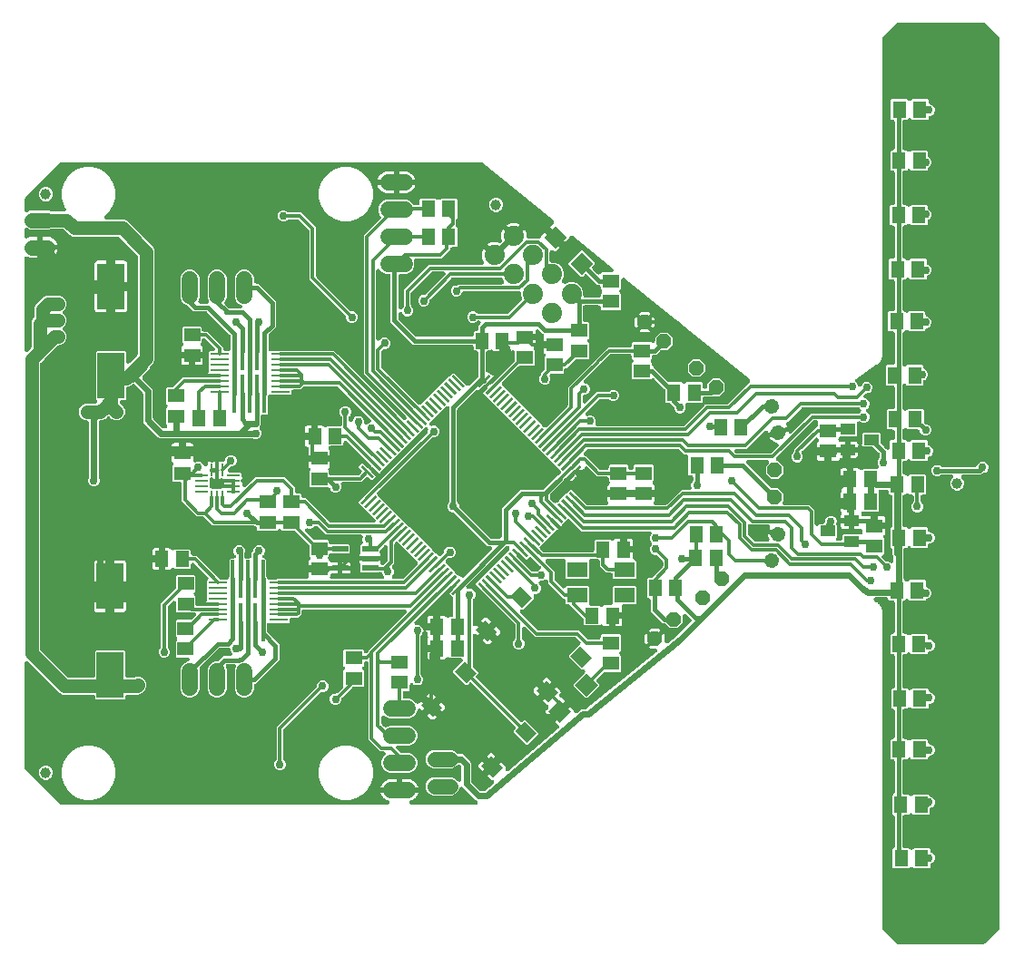
<source format=gbr>
G04 EAGLE Gerber RS-274X export*
G75*
%MOMM*%
%FSLAX34Y34*%
%LPD*%
%INTop Copper*%
%IPPOS*%
%AMOC8*
5,1,8,0,0,1.08239X$1,22.5*%
G01*
%ADD10R,1.500000X1.300000*%
%ADD11R,1.300000X1.500000*%
%ADD12P,1.429621X8X157.500000*%
%ADD13P,1.429621X8X247.500000*%
%ADD14P,1.429621X8X337.500000*%
%ADD15P,1.429621X8X67.500000*%
%ADD16C,1.422400*%
%ADD17R,1.500000X1.500000*%
%ADD18R,1.900000X1.400000*%
%ADD19R,1.400000X1.000000*%
%ADD20R,1.300000X1.600000*%
%ADD21R,1.600000X1.300000*%
%ADD22R,1.550000X1.300000*%
%ADD23R,0.254000X1.473200*%
%ADD24R,1.778000X0.254000*%
%ADD25R,0.304800X3.556000*%
%ADD26R,2.500000X4.300000*%
%ADD27C,1.524000*%
%ADD28C,1.508000*%
%ADD29P,1.429621X8X277.500000*%
%ADD30P,1.429621X8X127.500000*%
%ADD31P,1.429621X8X112.500000*%
%ADD32C,1.879600*%
%ADD33C,1.000000*%
%ADD34R,1.250000X0.250000*%
%ADD35R,0.250000X1.250000*%
%ADD36R,1.500000X0.500000*%
%ADD37C,0.304800*%
%ADD38C,0.756400*%
%ADD39C,0.609600*%
%ADD40C,0.406400*%
%ADD41C,1.270000*%
%ADD42C,0.812800*%

G36*
X328896Y130169D02*
X328896Y130169D01*
X328980Y130168D01*
X329096Y130189D01*
X329212Y130201D01*
X329293Y130225D01*
X329376Y130241D01*
X329485Y130284D01*
X329597Y130319D01*
X329672Y130359D01*
X329750Y130390D01*
X329848Y130455D01*
X329951Y130511D01*
X330016Y130564D01*
X330087Y130611D01*
X330171Y130693D01*
X330261Y130768D01*
X330313Y130834D01*
X330374Y130893D01*
X330439Y130991D01*
X330513Y131082D01*
X330552Y131157D01*
X330599Y131227D01*
X330644Y131335D01*
X330698Y131439D01*
X330722Y131520D01*
X330754Y131598D01*
X330777Y131713D01*
X330810Y131826D01*
X330817Y131910D01*
X330833Y131993D01*
X330833Y132111D01*
X330843Y132228D01*
X330833Y132311D01*
X330833Y132396D01*
X330810Y132511D01*
X330796Y132627D01*
X330770Y132708D01*
X330753Y132790D01*
X330707Y132898D01*
X330671Y133010D01*
X330630Y133084D01*
X330597Y133161D01*
X330531Y133258D01*
X330473Y133361D01*
X330418Y133425D01*
X330371Y133494D01*
X330287Y133577D01*
X330210Y133665D01*
X330143Y133717D01*
X330083Y133776D01*
X329985Y133840D01*
X329892Y133912D01*
X329816Y133950D01*
X329746Y133996D01*
X329608Y134053D01*
X329531Y134092D01*
X329490Y134103D01*
X329439Y134124D01*
X328480Y134436D01*
X327055Y135162D01*
X325761Y136102D01*
X324630Y137233D01*
X323690Y138527D01*
X322964Y139952D01*
X322521Y141313D01*
X339492Y141313D01*
X339510Y141314D01*
X339527Y141313D01*
X339710Y141334D01*
X339892Y141353D01*
X339909Y141358D01*
X339927Y141360D01*
X340005Y141385D01*
X340142Y141346D01*
X340160Y141344D01*
X340177Y141340D01*
X340508Y141313D01*
X357479Y141313D01*
X357036Y139952D01*
X356310Y138527D01*
X355370Y137233D01*
X354239Y136102D01*
X352945Y135162D01*
X351520Y134436D01*
X350561Y134124D01*
X350483Y134090D01*
X350403Y134065D01*
X350299Y134009D01*
X350192Y133962D01*
X350123Y133914D01*
X350049Y133873D01*
X349959Y133798D01*
X349862Y133731D01*
X349804Y133670D01*
X349739Y133616D01*
X349666Y133524D01*
X349585Y133439D01*
X349540Y133368D01*
X349487Y133302D01*
X349433Y133198D01*
X349370Y133098D01*
X349340Y133020D01*
X349302Y132945D01*
X349269Y132832D01*
X349227Y132722D01*
X349213Y132639D01*
X349190Y132558D01*
X349181Y132441D01*
X349161Y132325D01*
X349164Y132241D01*
X349157Y132156D01*
X349171Y132040D01*
X349175Y131922D01*
X349194Y131840D01*
X349204Y131757D01*
X349241Y131645D01*
X349268Y131531D01*
X349303Y131454D01*
X349329Y131374D01*
X349387Y131271D01*
X349436Y131165D01*
X349485Y131097D01*
X349527Y131023D01*
X349604Y130934D01*
X349673Y130839D01*
X349735Y130782D01*
X349790Y130718D01*
X349883Y130647D01*
X349969Y130567D01*
X350042Y130523D01*
X350108Y130472D01*
X350213Y130419D01*
X350314Y130359D01*
X350393Y130330D01*
X350469Y130292D01*
X350582Y130262D01*
X350693Y130222D01*
X350776Y130210D01*
X350857Y130188D01*
X351006Y130176D01*
X351091Y130163D01*
X351133Y130165D01*
X351188Y130161D01*
X411154Y130161D01*
X411159Y130161D01*
X411163Y130161D01*
X411357Y130181D01*
X411555Y130201D01*
X411559Y130202D01*
X411564Y130202D01*
X411751Y130261D01*
X411940Y130319D01*
X411944Y130321D01*
X411948Y130322D01*
X412123Y130418D01*
X412294Y130511D01*
X412297Y130513D01*
X412301Y130516D01*
X412454Y130644D01*
X412603Y130768D01*
X412606Y130772D01*
X412609Y130775D01*
X412733Y130929D01*
X412855Y131082D01*
X412857Y131086D01*
X412860Y131089D01*
X412950Y131265D01*
X413041Y131439D01*
X413042Y131444D01*
X413044Y131448D01*
X413098Y131638D01*
X413152Y131826D01*
X413153Y131831D01*
X413154Y131835D01*
X413169Y132028D01*
X413185Y132228D01*
X413185Y132232D01*
X413185Y132236D01*
X413161Y132430D01*
X413138Y132627D01*
X413137Y132632D01*
X413136Y132636D01*
X413075Y132821D01*
X413013Y133010D01*
X413011Y133014D01*
X413010Y133018D01*
X412913Y133187D01*
X412816Y133361D01*
X412813Y133364D01*
X412810Y133368D01*
X412681Y133517D01*
X412552Y133665D01*
X412549Y133668D01*
X412546Y133672D01*
X412387Y133794D01*
X412234Y133912D01*
X412230Y133914D01*
X412227Y133917D01*
X411932Y134069D01*
X410602Y134619D01*
X399038Y146183D01*
X399027Y146192D01*
X399019Y146202D01*
X398872Y146319D01*
X398726Y146438D01*
X398714Y146445D01*
X398704Y146453D01*
X398536Y146539D01*
X398371Y146627D01*
X398358Y146631D01*
X398346Y146637D01*
X398165Y146688D01*
X397985Y146742D01*
X397971Y146743D01*
X397958Y146747D01*
X397773Y146761D01*
X397584Y146778D01*
X397570Y146777D01*
X397557Y146778D01*
X397373Y146755D01*
X397183Y146735D01*
X397171Y146731D01*
X397157Y146729D01*
X396980Y146670D01*
X396800Y146613D01*
X396788Y146607D01*
X396775Y146603D01*
X396611Y146509D01*
X396447Y146419D01*
X396437Y146410D01*
X396425Y146403D01*
X396283Y146279D01*
X396140Y146158D01*
X396132Y146148D01*
X396122Y146139D01*
X396007Y145990D01*
X395891Y145842D01*
X395885Y145830D01*
X395876Y145820D01*
X395725Y145524D01*
X394434Y142408D01*
X392004Y139978D01*
X388830Y138663D01*
X371170Y138663D01*
X367996Y139978D01*
X365566Y142408D01*
X364251Y145582D01*
X364251Y149018D01*
X365566Y152192D01*
X367996Y154622D01*
X371170Y155937D01*
X388830Y155937D01*
X392004Y154622D01*
X394296Y152330D01*
X394303Y152325D01*
X394308Y152318D01*
X394458Y152198D01*
X394607Y152075D01*
X394615Y152071D01*
X394622Y152066D01*
X394792Y151977D01*
X394963Y151887D01*
X394972Y151884D01*
X394979Y151880D01*
X395164Y151827D01*
X395349Y151772D01*
X395358Y151771D01*
X395366Y151769D01*
X395557Y151753D01*
X395750Y151736D01*
X395759Y151737D01*
X395768Y151736D01*
X395957Y151758D01*
X396150Y151779D01*
X396159Y151782D01*
X396167Y151783D01*
X396349Y151842D01*
X396534Y151900D01*
X396542Y151905D01*
X396550Y151908D01*
X396719Y152003D01*
X396886Y152095D01*
X396893Y152101D01*
X396901Y152105D01*
X397047Y152231D01*
X397193Y152356D01*
X397199Y152363D01*
X397206Y152369D01*
X397323Y152520D01*
X397443Y152672D01*
X397447Y152680D01*
X397452Y152687D01*
X397538Y152859D01*
X397625Y153031D01*
X397628Y153039D01*
X397632Y153047D01*
X397682Y153233D01*
X397733Y153419D01*
X397734Y153427D01*
X397736Y153436D01*
X397763Y153767D01*
X397763Y164905D01*
X397761Y164931D01*
X397763Y164958D01*
X397741Y165132D01*
X397723Y165305D01*
X397716Y165331D01*
X397712Y165357D01*
X397657Y165523D01*
X397605Y165690D01*
X397592Y165714D01*
X397584Y165739D01*
X397497Y165890D01*
X397413Y166044D01*
X397396Y166065D01*
X397383Y166088D01*
X397168Y166341D01*
X396504Y167005D01*
X396490Y167016D01*
X396479Y167030D01*
X396335Y167144D01*
X396193Y167260D01*
X396177Y167269D01*
X396163Y167280D01*
X395999Y167363D01*
X395837Y167449D01*
X395820Y167454D01*
X395804Y167462D01*
X395627Y167511D01*
X395451Y167564D01*
X395433Y167565D01*
X395416Y167570D01*
X395233Y167583D01*
X395050Y167600D01*
X395032Y167598D01*
X395014Y167599D01*
X394832Y167576D01*
X394650Y167557D01*
X394633Y167551D01*
X394615Y167549D01*
X394441Y167491D01*
X394266Y167435D01*
X394250Y167427D01*
X394233Y167421D01*
X394074Y167329D01*
X393914Y167240D01*
X393900Y167229D01*
X393884Y167220D01*
X393631Y167005D01*
X392004Y165378D01*
X388830Y164063D01*
X371170Y164063D01*
X367996Y165378D01*
X365566Y167808D01*
X364251Y170982D01*
X364251Y174418D01*
X365566Y177592D01*
X367996Y180022D01*
X370598Y181100D01*
X370599Y181100D01*
X371170Y181337D01*
X388830Y181337D01*
X392004Y180022D01*
X394159Y177868D01*
X394179Y177851D01*
X394197Y177830D01*
X394335Y177723D01*
X394470Y177613D01*
X394494Y177600D01*
X394515Y177584D01*
X394672Y177506D01*
X394826Y177424D01*
X394851Y177416D01*
X394875Y177404D01*
X395045Y177359D01*
X395212Y177309D01*
X395238Y177307D01*
X395264Y177300D01*
X395595Y177273D01*
X398186Y177273D01*
X399866Y176577D01*
X406213Y170230D01*
X406909Y168550D01*
X406909Y152087D01*
X406911Y152061D01*
X406909Y152034D01*
X406931Y151860D01*
X406949Y151687D01*
X406956Y151661D01*
X406960Y151635D01*
X407015Y151469D01*
X407067Y151302D01*
X407080Y151278D01*
X407088Y151253D01*
X407175Y151101D01*
X407259Y150948D01*
X407276Y150927D01*
X407289Y150904D01*
X407504Y150651D01*
X414491Y143664D01*
X414512Y143647D01*
X414529Y143626D01*
X414667Y143519D01*
X414803Y143409D01*
X414826Y143396D01*
X414847Y143380D01*
X415004Y143302D01*
X415158Y143220D01*
X415184Y143212D01*
X415208Y143200D01*
X415377Y143155D01*
X415544Y143105D01*
X415571Y143103D01*
X415597Y143096D01*
X415927Y143069D01*
X418992Y143069D01*
X419135Y143083D01*
X419279Y143089D01*
X419335Y143103D01*
X419393Y143109D01*
X419530Y143151D01*
X419670Y143185D01*
X419722Y143210D01*
X419778Y143227D01*
X419904Y143295D01*
X420034Y143356D01*
X420088Y143395D01*
X420132Y143419D01*
X420195Y143472D01*
X420304Y143549D01*
X427582Y149708D01*
X427603Y149729D01*
X427626Y149746D01*
X427743Y149874D01*
X427862Y149997D01*
X427878Y150022D01*
X427898Y150043D01*
X427987Y150191D01*
X428080Y150336D01*
X428091Y150363D01*
X428106Y150388D01*
X428164Y150550D01*
X428226Y150711D01*
X428231Y150740D01*
X428241Y150767D01*
X428266Y150938D01*
X428296Y151107D01*
X428295Y151137D01*
X428299Y151166D01*
X428290Y151338D01*
X428286Y151510D01*
X428279Y151538D01*
X428278Y151568D01*
X428235Y151734D01*
X428197Y151903D01*
X428185Y151929D01*
X428177Y151957D01*
X428103Y152112D01*
X428032Y152270D01*
X428015Y152294D01*
X428002Y152320D01*
X427898Y152457D01*
X427798Y152597D01*
X427776Y152617D01*
X427759Y152641D01*
X427629Y152755D01*
X427504Y152872D01*
X427479Y152888D01*
X427457Y152907D01*
X427308Y152993D01*
X427161Y153084D01*
X427134Y153094D01*
X427108Y153109D01*
X426796Y153220D01*
X426101Y153407D01*
X425521Y153741D01*
X422102Y157160D01*
X427634Y162692D01*
X427645Y162705D01*
X427659Y162717D01*
X427773Y162861D01*
X427889Y163003D01*
X427897Y163019D01*
X427908Y163033D01*
X427992Y163197D01*
X428077Y163359D01*
X428083Y163376D01*
X428091Y163392D01*
X428140Y163569D01*
X428192Y163745D01*
X428194Y163763D01*
X428199Y163780D01*
X428204Y163848D01*
X428338Y163863D01*
X428355Y163868D01*
X428373Y163871D01*
X428547Y163929D01*
X428722Y163984D01*
X428738Y163993D01*
X428755Y163999D01*
X428914Y164091D01*
X429074Y164179D01*
X429088Y164191D01*
X429104Y164200D01*
X429357Y164414D01*
X434888Y169946D01*
X438307Y166527D01*
X438641Y165947D01*
X438815Y165301D01*
X438815Y164632D01*
X438616Y163891D01*
X438585Y163703D01*
X438552Y163516D01*
X438553Y163504D01*
X438551Y163493D01*
X438558Y163303D01*
X438562Y163113D01*
X438565Y163102D01*
X438565Y163091D01*
X438609Y162906D01*
X438651Y162721D01*
X438656Y162710D01*
X438659Y162699D01*
X438739Y162526D01*
X438816Y162353D01*
X438823Y162344D01*
X438828Y162334D01*
X438940Y162181D01*
X439050Y162026D01*
X439059Y162018D01*
X439065Y162009D01*
X439206Y161881D01*
X439345Y161751D01*
X439354Y161745D01*
X439363Y161737D01*
X439524Y161640D01*
X439687Y161539D01*
X439698Y161535D01*
X439707Y161529D01*
X439885Y161466D01*
X440065Y161399D01*
X440076Y161398D01*
X440087Y161394D01*
X440274Y161366D01*
X440462Y161337D01*
X440474Y161337D01*
X440485Y161336D01*
X440675Y161346D01*
X440865Y161354D01*
X440876Y161357D01*
X440887Y161357D01*
X441072Y161405D01*
X441256Y161450D01*
X441266Y161455D01*
X441277Y161458D01*
X441449Y161541D01*
X441620Y161621D01*
X441630Y161628D01*
X441639Y161633D01*
X441687Y161670D01*
X441890Y161814D01*
X488377Y201149D01*
X488492Y201268D01*
X488612Y201384D01*
X488632Y201413D01*
X488657Y201438D01*
X488746Y201578D01*
X488841Y201715D01*
X488855Y201748D01*
X488874Y201777D01*
X488935Y201932D01*
X489001Y202085D01*
X489008Y202119D01*
X489021Y202152D01*
X489049Y202316D01*
X489084Y202479D01*
X489084Y202514D01*
X489090Y202549D01*
X489086Y202715D01*
X489088Y202881D01*
X489081Y202916D01*
X489080Y202951D01*
X489043Y203113D01*
X489012Y203277D01*
X488999Y203310D01*
X488991Y203344D01*
X488923Y203495D01*
X488860Y203650D01*
X488840Y203679D01*
X488826Y203711D01*
X488729Y203846D01*
X488637Y203985D01*
X488612Y204010D01*
X488592Y204039D01*
X488471Y204152D01*
X488353Y204270D01*
X488320Y204293D01*
X488298Y204314D01*
X488224Y204359D01*
X488080Y204459D01*
X488044Y204480D01*
X485155Y207369D01*
X491040Y213254D01*
X491051Y213267D01*
X491065Y213279D01*
X491179Y213423D01*
X491295Y213565D01*
X491303Y213581D01*
X491314Y213595D01*
X491397Y213758D01*
X491484Y213921D01*
X491489Y213938D01*
X491497Y213954D01*
X491546Y214131D01*
X491598Y214307D01*
X491600Y214324D01*
X491605Y214342D01*
X491618Y214525D01*
X491635Y214708D01*
X491633Y214725D01*
X491634Y214743D01*
X491611Y214925D01*
X491591Y215108D01*
X491586Y215125D01*
X491584Y215143D01*
X491583Y215145D01*
X491650Y215125D01*
X491668Y215123D01*
X491685Y215119D01*
X491868Y215105D01*
X492051Y215089D01*
X492069Y215090D01*
X492087Y215089D01*
X492269Y215112D01*
X492451Y215132D01*
X492468Y215137D01*
X492486Y215140D01*
X492660Y215198D01*
X492835Y215253D01*
X492851Y215262D01*
X492868Y215268D01*
X493027Y215360D01*
X493188Y215448D01*
X493201Y215460D01*
X493217Y215469D01*
X493470Y215683D01*
X499355Y221568D01*
X502243Y218680D01*
X502578Y218100D01*
X502789Y217314D01*
X502791Y217291D01*
X502828Y217170D01*
X502856Y217047D01*
X502887Y216978D01*
X502909Y216906D01*
X502969Y216795D01*
X503021Y216680D01*
X503065Y216618D01*
X503101Y216552D01*
X503181Y216455D01*
X503255Y216352D01*
X503310Y216301D01*
X503359Y216243D01*
X503457Y216164D01*
X503549Y216078D01*
X503613Y216038D01*
X503672Y215990D01*
X503784Y215932D01*
X503891Y215866D01*
X503963Y215840D01*
X504030Y215805D01*
X504151Y215770D01*
X504269Y215726D01*
X504344Y215714D01*
X504416Y215693D01*
X504542Y215683D01*
X504667Y215664D01*
X504742Y215667D01*
X504818Y215661D01*
X504943Y215675D01*
X505069Y215681D01*
X505143Y215699D01*
X505218Y215707D01*
X505337Y215747D01*
X505460Y215777D01*
X505528Y215809D01*
X505600Y215832D01*
X505710Y215894D01*
X505824Y215948D01*
X505896Y215999D01*
X505951Y216030D01*
X506006Y216078D01*
X506094Y216141D01*
X508146Y217877D01*
X508194Y217927D01*
X508270Y217991D01*
X508747Y218468D01*
X508872Y218527D01*
X508921Y218562D01*
X508962Y218584D01*
X509021Y218633D01*
X509655Y218835D01*
X509718Y218863D01*
X509813Y218893D01*
X510436Y219151D01*
X510574Y219158D01*
X510633Y219171D01*
X510679Y219176D01*
X510752Y219198D01*
X511415Y219143D01*
X511484Y219144D01*
X511584Y219136D01*
X513293Y219136D01*
X513415Y219148D01*
X513538Y219151D01*
X513615Y219168D01*
X513694Y219176D01*
X513811Y219212D01*
X513931Y219239D01*
X514003Y219271D01*
X514078Y219294D01*
X514186Y219353D01*
X514298Y219402D01*
X514375Y219455D01*
X514433Y219486D01*
X514487Y219531D01*
X514572Y219590D01*
X579711Y272416D01*
X579792Y272497D01*
X579880Y272570D01*
X579935Y272638D01*
X579997Y272699D01*
X580061Y272795D01*
X580133Y272884D01*
X580173Y272961D01*
X580222Y273034D01*
X580266Y273140D01*
X580318Y273241D01*
X580342Y273325D01*
X580376Y273406D01*
X580398Y273518D01*
X580430Y273628D01*
X580437Y273715D01*
X580454Y273801D01*
X580453Y273915D01*
X580462Y274029D01*
X580452Y274116D01*
X580452Y274203D01*
X580429Y274316D01*
X580416Y274429D01*
X580389Y274512D01*
X580371Y274598D01*
X580326Y274703D01*
X580291Y274812D01*
X580248Y274888D01*
X580214Y274968D01*
X580149Y275063D01*
X580093Y275163D01*
X580036Y275229D01*
X579987Y275301D01*
X579904Y275381D01*
X579830Y275467D01*
X579761Y275521D01*
X579698Y275582D01*
X579602Y275644D01*
X579512Y275714D01*
X579433Y275753D01*
X579360Y275800D01*
X579254Y275842D01*
X579151Y275893D01*
X579067Y275916D01*
X578986Y275948D01*
X578873Y275968D01*
X578762Y275998D01*
X578659Y276006D01*
X578589Y276019D01*
X578524Y276017D01*
X578432Y276025D01*
X574282Y276025D01*
X573040Y277267D01*
X579506Y283733D01*
X579506Y283734D01*
X585972Y290200D01*
X587214Y288958D01*
X587214Y282764D01*
X587225Y282659D01*
X587225Y282554D01*
X587245Y282459D01*
X587254Y282363D01*
X587285Y282263D01*
X587306Y282160D01*
X587344Y282071D01*
X587372Y281978D01*
X587422Y281886D01*
X587463Y281789D01*
X587518Y281709D01*
X587564Y281624D01*
X587631Y281544D01*
X587691Y281457D01*
X587760Y281389D01*
X587822Y281315D01*
X587904Y281249D01*
X587979Y281176D01*
X588060Y281123D01*
X588136Y281063D01*
X588229Y281014D01*
X588317Y280957D01*
X588407Y280922D01*
X588493Y280877D01*
X588594Y280848D01*
X588692Y280810D01*
X588787Y280793D01*
X588880Y280766D01*
X588985Y280757D01*
X589088Y280739D01*
X589185Y280741D01*
X589281Y280733D01*
X589386Y280745D01*
X589490Y280747D01*
X589585Y280769D01*
X589681Y280780D01*
X589781Y280812D01*
X589883Y280835D01*
X589972Y280875D01*
X590064Y280905D01*
X590155Y280956D01*
X590251Y280999D01*
X590347Y281065D01*
X590414Y281103D01*
X590459Y281141D01*
X590525Y281186D01*
X598708Y287823D01*
X598766Y287880D01*
X598865Y287964D01*
X611747Y300846D01*
X611759Y300860D01*
X611772Y300871D01*
X611886Y301016D01*
X612002Y301158D01*
X612011Y301173D01*
X612022Y301187D01*
X612105Y301352D01*
X612191Y301513D01*
X612196Y301530D01*
X612204Y301546D01*
X612254Y301724D01*
X612306Y301899D01*
X612307Y301917D01*
X612312Y301934D01*
X612326Y302117D01*
X612342Y302300D01*
X612340Y302318D01*
X612342Y302336D01*
X612319Y302518D01*
X612299Y302700D01*
X612293Y302717D01*
X612291Y302735D01*
X612233Y302909D01*
X612177Y303084D01*
X612169Y303100D01*
X612163Y303117D01*
X612071Y303276D01*
X611982Y303437D01*
X611971Y303450D01*
X611962Y303466D01*
X611747Y303719D01*
X611732Y303734D01*
X607627Y307840D01*
X607620Y307845D01*
X607614Y307852D01*
X607464Y307972D01*
X607315Y308095D01*
X607307Y308099D01*
X607300Y308104D01*
X607130Y308193D01*
X606959Y308283D01*
X606951Y308286D01*
X606943Y308290D01*
X606758Y308343D01*
X606573Y308398D01*
X606565Y308399D01*
X606556Y308401D01*
X606365Y308417D01*
X606172Y308434D01*
X606163Y308433D01*
X606155Y308434D01*
X605966Y308412D01*
X605772Y308391D01*
X605764Y308388D01*
X605755Y308387D01*
X605573Y308328D01*
X605388Y308269D01*
X605381Y308265D01*
X605372Y308262D01*
X605204Y308167D01*
X605036Y308075D01*
X605029Y308069D01*
X605021Y308064D01*
X604876Y307939D01*
X604729Y307814D01*
X604723Y307807D01*
X604717Y307801D01*
X604599Y307650D01*
X604479Y307498D01*
X604475Y307490D01*
X604470Y307483D01*
X604384Y307311D01*
X604297Y307139D01*
X604295Y307131D01*
X604291Y307123D01*
X604240Y306935D01*
X604189Y306751D01*
X604188Y306743D01*
X604186Y306734D01*
X604159Y306403D01*
X604159Y299763D01*
X599397Y295002D01*
X592663Y295002D01*
X588686Y298979D01*
X588665Y298996D01*
X588648Y299016D01*
X588510Y299123D01*
X588375Y299234D01*
X588351Y299246D01*
X588330Y299263D01*
X588173Y299341D01*
X588019Y299422D01*
X587993Y299430D01*
X587969Y299442D01*
X587800Y299487D01*
X587633Y299537D01*
X587606Y299539D01*
X587581Y299546D01*
X587250Y299574D01*
X585412Y299574D01*
X574227Y310759D01*
X574227Y320996D01*
X574225Y321014D01*
X574227Y321032D01*
X574206Y321214D01*
X574187Y321397D01*
X574182Y321414D01*
X574180Y321431D01*
X574123Y321606D01*
X574069Y321782D01*
X574061Y321797D01*
X574055Y321814D01*
X573965Y321974D01*
X573877Y322136D01*
X573866Y322149D01*
X573857Y322165D01*
X573737Y322304D01*
X573620Y322445D01*
X573606Y322456D01*
X573594Y322470D01*
X573449Y322582D01*
X573306Y322697D01*
X573290Y322705D01*
X573276Y322716D01*
X573111Y322798D01*
X572949Y322883D01*
X572932Y322888D01*
X572916Y322896D01*
X572737Y322943D01*
X572562Y322994D01*
X572544Y322996D01*
X572527Y323000D01*
X572196Y323027D01*
X571566Y323027D01*
X570673Y323920D01*
X570673Y341184D01*
X571566Y342077D01*
X575044Y342077D01*
X575070Y342079D01*
X575097Y342077D01*
X575271Y342099D01*
X575444Y342117D01*
X575470Y342124D01*
X575497Y342128D01*
X575662Y342183D01*
X575829Y342235D01*
X575853Y342248D01*
X575878Y342256D01*
X576030Y342343D01*
X576183Y342427D01*
X576204Y342444D01*
X576227Y342457D01*
X576480Y342672D01*
X585316Y351508D01*
X585333Y351529D01*
X585354Y351546D01*
X585461Y351684D01*
X585571Y351819D01*
X585584Y351843D01*
X585600Y351864D01*
X585678Y352021D01*
X585760Y352175D01*
X585768Y352201D01*
X585780Y352225D01*
X585825Y352394D01*
X585875Y352561D01*
X585877Y352588D01*
X585884Y352613D01*
X585911Y352944D01*
X585911Y356356D01*
X585909Y356382D01*
X585911Y356409D01*
X585889Y356583D01*
X585871Y356756D01*
X585864Y356782D01*
X585860Y356809D01*
X585805Y356974D01*
X585753Y357141D01*
X585740Y357165D01*
X585732Y357190D01*
X585645Y357342D01*
X585561Y357495D01*
X585544Y357516D01*
X585531Y357539D01*
X585316Y357792D01*
X580390Y362718D01*
X580369Y362735D01*
X580352Y362756D01*
X580214Y362862D01*
X580079Y362973D01*
X580055Y362986D01*
X580034Y363002D01*
X579877Y363080D01*
X579723Y363162D01*
X579697Y363170D01*
X579673Y363182D01*
X579504Y363227D01*
X579337Y363277D01*
X579310Y363279D01*
X579285Y363286D01*
X578954Y363313D01*
X577744Y363313D01*
X575794Y364121D01*
X574301Y365614D01*
X573493Y367564D01*
X573493Y369676D01*
X574301Y371626D01*
X574939Y372264D01*
X574950Y372277D01*
X574964Y372289D01*
X575077Y372433D01*
X575194Y372575D01*
X575202Y372591D01*
X575213Y372605D01*
X575296Y372768D01*
X575383Y372931D01*
X575388Y372948D01*
X575396Y372964D01*
X575445Y373141D01*
X575497Y373317D01*
X575499Y373335D01*
X575504Y373352D01*
X575517Y373535D01*
X575534Y373718D01*
X575532Y373736D01*
X575533Y373753D01*
X575510Y373935D01*
X575490Y374118D01*
X575485Y374135D01*
X575483Y374153D01*
X575424Y374327D01*
X575369Y374502D01*
X575360Y374517D01*
X575354Y374534D01*
X575263Y374694D01*
X575174Y374854D01*
X575162Y374868D01*
X575154Y374883D01*
X574939Y375136D01*
X574301Y375774D01*
X573493Y377724D01*
X573493Y379836D01*
X574301Y381786D01*
X574431Y381916D01*
X574437Y381923D01*
X574443Y381928D01*
X574563Y382078D01*
X574686Y382227D01*
X574690Y382235D01*
X574696Y382242D01*
X574784Y382412D01*
X574875Y382583D01*
X574877Y382591D01*
X574881Y382599D01*
X574935Y382785D01*
X574989Y382969D01*
X574990Y382978D01*
X574993Y382986D01*
X575008Y383178D01*
X575026Y383370D01*
X575025Y383379D01*
X575025Y383388D01*
X575003Y383578D01*
X574982Y383770D01*
X574980Y383779D01*
X574979Y383787D01*
X574919Y383971D01*
X574861Y384154D01*
X574857Y384162D01*
X574854Y384170D01*
X574759Y384339D01*
X574666Y384506D01*
X574660Y384513D01*
X574656Y384521D01*
X574530Y384666D01*
X574406Y384813D01*
X574398Y384819D01*
X574393Y384826D01*
X574242Y384943D01*
X574090Y385063D01*
X574082Y385067D01*
X574075Y385072D01*
X573902Y385158D01*
X573731Y385245D01*
X573722Y385248D01*
X573714Y385252D01*
X573527Y385302D01*
X573343Y385353D01*
X573334Y385354D01*
X573325Y385356D01*
X572995Y385383D01*
X509545Y385383D01*
X507165Y387764D01*
X498799Y396129D01*
X498785Y396141D01*
X498774Y396154D01*
X498630Y396268D01*
X498488Y396384D01*
X498472Y396393D01*
X498458Y396404D01*
X498294Y396487D01*
X498132Y396573D01*
X498115Y396578D01*
X498099Y396586D01*
X497922Y396636D01*
X497746Y396688D01*
X497728Y396689D01*
X497711Y396694D01*
X497528Y396708D01*
X497345Y396724D01*
X497327Y396722D01*
X497310Y396724D01*
X497127Y396701D01*
X496945Y396681D01*
X496928Y396675D01*
X496910Y396673D01*
X496736Y396615D01*
X496561Y396559D01*
X496545Y396551D01*
X496529Y396545D01*
X496370Y396453D01*
X496209Y396365D01*
X496195Y396353D01*
X496180Y396344D01*
X495927Y396129D01*
X493987Y394190D01*
X491878Y392080D01*
X491861Y392060D01*
X491840Y392042D01*
X491733Y391904D01*
X491623Y391769D01*
X491610Y391745D01*
X491594Y391724D01*
X491516Y391567D01*
X491434Y391413D01*
X491426Y391388D01*
X491414Y391363D01*
X491369Y391194D01*
X491319Y391027D01*
X491317Y391001D01*
X491310Y390975D01*
X491297Y390820D01*
X491110Y390120D01*
X490996Y389924D01*
X485560Y395360D01*
X485559Y395361D01*
X484072Y396848D01*
X484058Y396859D01*
X484047Y396872D01*
X483902Y396987D01*
X483760Y397103D01*
X483745Y397111D01*
X483731Y397122D01*
X483567Y397205D01*
X483405Y397291D01*
X483388Y397296D01*
X483372Y397304D01*
X483195Y397354D01*
X483019Y397406D01*
X483001Y397408D01*
X482984Y397412D01*
X482801Y397426D01*
X482618Y397442D01*
X482600Y397440D01*
X482582Y397442D01*
X482400Y397419D01*
X482218Y397399D01*
X482201Y397394D01*
X482183Y397391D01*
X482009Y397333D01*
X481834Y397278D01*
X481818Y397269D01*
X481801Y397263D01*
X481642Y397172D01*
X481481Y397083D01*
X481468Y397071D01*
X481452Y397062D01*
X481199Y396848D01*
X481188Y396834D01*
X481174Y396822D01*
X481173Y396821D01*
X481060Y396678D01*
X480944Y396536D01*
X480936Y396520D01*
X480925Y396506D01*
X480841Y396342D01*
X480756Y396180D01*
X480750Y396163D01*
X480742Y396147D01*
X480725Y396084D01*
X480693Y395969D01*
X480641Y395794D01*
X480639Y395777D01*
X480634Y395759D01*
X480621Y395576D01*
X480604Y395393D01*
X480606Y395376D01*
X480605Y395358D01*
X480628Y395176D01*
X480648Y394993D01*
X480653Y394976D01*
X480655Y394958D01*
X480714Y394785D01*
X480769Y394609D01*
X480778Y394594D01*
X480784Y394577D01*
X480875Y394418D01*
X480964Y394257D01*
X480976Y394243D01*
X480985Y394228D01*
X481199Y393975D01*
X482686Y392489D01*
X482687Y392487D01*
X488123Y387051D01*
X487926Y386937D01*
X487214Y386746D01*
X487176Y386742D01*
X487002Y386724D01*
X486977Y386716D01*
X486950Y386713D01*
X486784Y386657D01*
X486617Y386606D01*
X486594Y386593D01*
X486568Y386585D01*
X486417Y386497D01*
X486263Y386414D01*
X486243Y386397D01*
X486219Y386384D01*
X485966Y386169D01*
X480265Y380468D01*
X480265Y380467D01*
X476386Y376589D01*
X476386Y376588D01*
X471321Y371523D01*
X471309Y371510D01*
X471296Y371498D01*
X471182Y371354D01*
X471066Y371212D01*
X471057Y371196D01*
X471046Y371182D01*
X470962Y371017D01*
X470877Y370856D01*
X470872Y370839D01*
X470864Y370823D01*
X470814Y370644D01*
X470762Y370470D01*
X470761Y370453D01*
X470756Y370435D01*
X470742Y370251D01*
X470726Y370069D01*
X470728Y370052D01*
X470726Y370034D01*
X470749Y369852D01*
X470769Y369669D01*
X470775Y369652D01*
X470777Y369634D01*
X470835Y369461D01*
X470891Y369285D01*
X470899Y369270D01*
X470905Y369253D01*
X470997Y369094D01*
X471086Y368933D01*
X471097Y368919D01*
X471106Y368904D01*
X471321Y368651D01*
X473616Y366356D01*
X473625Y366348D01*
X473629Y366343D01*
X473639Y366335D01*
X473654Y366318D01*
X473792Y366212D01*
X473927Y366101D01*
X473951Y366088D01*
X473972Y366072D01*
X474128Y365994D01*
X474283Y365912D01*
X474309Y365904D01*
X474333Y365892D01*
X474502Y365847D01*
X474669Y365797D01*
X474696Y365795D01*
X474721Y365788D01*
X475052Y365761D01*
X519752Y365761D01*
X519770Y365763D01*
X519788Y365761D01*
X519970Y365782D01*
X520153Y365801D01*
X520170Y365806D01*
X520187Y365808D01*
X520362Y365865D01*
X520538Y365919D01*
X520553Y365927D01*
X520570Y365933D01*
X520730Y366023D01*
X520892Y366111D01*
X520905Y366122D01*
X520921Y366131D01*
X521060Y366251D01*
X521201Y366368D01*
X521212Y366382D01*
X521226Y366394D01*
X521338Y366538D01*
X521453Y366682D01*
X521461Y366698D01*
X521472Y366712D01*
X521554Y366877D01*
X521639Y367039D01*
X521644Y367056D01*
X521652Y367072D01*
X521699Y367251D01*
X521750Y367426D01*
X521752Y367444D01*
X521756Y367461D01*
X521783Y367792D01*
X521783Y376620D01*
X522676Y377513D01*
X536940Y377513D01*
X537169Y377283D01*
X537233Y377231D01*
X537290Y377172D01*
X537388Y377104D01*
X537481Y377028D01*
X537553Y376989D01*
X537621Y376943D01*
X537731Y376895D01*
X537837Y376839D01*
X537915Y376816D01*
X537991Y376783D01*
X538108Y376759D01*
X538222Y376725D01*
X538305Y376717D01*
X538385Y376700D01*
X538504Y376699D01*
X538623Y376688D01*
X538705Y376697D01*
X538788Y376696D01*
X538905Y376719D01*
X539024Y376732D01*
X539102Y376756D01*
X539183Y376772D01*
X539294Y376817D01*
X539408Y376853D01*
X539480Y376893D01*
X539556Y376924D01*
X539655Y376990D01*
X539760Y377048D01*
X539823Y377101D01*
X539891Y377147D01*
X539976Y377231D01*
X540067Y377308D01*
X540118Y377373D01*
X540176Y377431D01*
X540217Y377490D01*
X540748Y378021D01*
X541327Y378356D01*
X541973Y378529D01*
X545559Y378529D01*
X545559Y369706D01*
X545560Y369688D01*
X545559Y369671D01*
X545580Y369488D01*
X545599Y369306D01*
X545604Y369289D01*
X545606Y369271D01*
X545663Y369096D01*
X545717Y368921D01*
X545725Y368905D01*
X545731Y368888D01*
X545821Y368728D01*
X545908Y368567D01*
X545920Y368553D01*
X545929Y368537D01*
X546049Y368398D01*
X546166Y368257D01*
X546180Y368246D01*
X546192Y368233D01*
X546337Y368120D01*
X546480Y368005D01*
X546496Y367997D01*
X546510Y367986D01*
X546675Y367904D01*
X546837Y367820D01*
X546854Y367815D01*
X546870Y367807D01*
X547049Y367759D01*
X547224Y367708D01*
X547242Y367707D01*
X547259Y367702D01*
X547590Y367675D01*
X547995Y367675D01*
X547995Y367270D01*
X547997Y367252D01*
X547995Y367234D01*
X548017Y367052D01*
X548035Y366869D01*
X548040Y366852D01*
X548042Y366835D01*
X548099Y366660D01*
X548153Y366484D01*
X548161Y366469D01*
X548167Y366452D01*
X548257Y366292D01*
X548345Y366130D01*
X548356Y366117D01*
X548365Y366101D01*
X548485Y365962D01*
X548603Y365821D01*
X548616Y365810D01*
X548628Y365796D01*
X548773Y365684D01*
X548916Y365569D01*
X548932Y365561D01*
X548946Y365550D01*
X549111Y365468D01*
X549274Y365383D01*
X549291Y365378D01*
X549307Y365370D01*
X549485Y365322D01*
X549660Y365272D01*
X549678Y365270D01*
X549695Y365266D01*
X550026Y365239D01*
X557849Y365239D01*
X557849Y360623D01*
X557829Y360554D01*
X557819Y360434D01*
X557800Y360317D01*
X557803Y360234D01*
X557796Y360152D01*
X557810Y360034D01*
X557814Y359914D01*
X557833Y359834D01*
X557843Y359753D01*
X557880Y359639D01*
X557908Y359523D01*
X557942Y359448D01*
X557968Y359370D01*
X558027Y359265D01*
X558077Y359157D01*
X558125Y359091D01*
X558166Y359019D01*
X558244Y358929D01*
X558314Y358832D01*
X558375Y358777D01*
X558429Y358714D01*
X558523Y358641D01*
X558611Y358560D01*
X558682Y358518D01*
X558747Y358468D01*
X558854Y358414D01*
X558956Y358353D01*
X559034Y358325D01*
X559107Y358288D01*
X559223Y358257D01*
X559335Y358217D01*
X559417Y358205D01*
X559496Y358184D01*
X559648Y358171D01*
X559734Y358159D01*
X559774Y358161D01*
X559827Y358157D01*
X560132Y358157D01*
X561025Y357264D01*
X561025Y342000D01*
X560132Y341107D01*
X539868Y341107D01*
X538975Y342000D01*
X538975Y344552D01*
X538973Y344570D01*
X538975Y344588D01*
X538954Y344770D01*
X538935Y344953D01*
X538930Y344970D01*
X538928Y344987D01*
X538871Y345162D01*
X538817Y345338D01*
X538809Y345353D01*
X538803Y345370D01*
X538713Y345530D01*
X538625Y345692D01*
X538614Y345705D01*
X538605Y345721D01*
X538485Y345860D01*
X538368Y346001D01*
X538354Y346012D01*
X538342Y346026D01*
X538197Y346138D01*
X538054Y346253D01*
X538038Y346261D01*
X538024Y346272D01*
X537859Y346354D01*
X537697Y346439D01*
X537680Y346444D01*
X537664Y346452D01*
X537485Y346499D01*
X537310Y346550D01*
X537292Y346552D01*
X537275Y346556D01*
X536944Y346583D01*
X533025Y346583D01*
X526759Y352849D01*
X526759Y357432D01*
X526757Y357450D01*
X526759Y357468D01*
X526738Y357650D01*
X526719Y357833D01*
X526714Y357850D01*
X526712Y357867D01*
X526655Y358042D01*
X526601Y358218D01*
X526593Y358233D01*
X526587Y358250D01*
X526497Y358410D01*
X526409Y358572D01*
X526398Y358585D01*
X526389Y358601D01*
X526269Y358740D01*
X526152Y358881D01*
X526138Y358892D01*
X526126Y358906D01*
X525981Y359018D01*
X525838Y359133D01*
X525822Y359141D01*
X525808Y359152D01*
X525643Y359234D01*
X525481Y359319D01*
X525464Y359324D01*
X525448Y359332D01*
X525269Y359379D01*
X525094Y359430D01*
X525076Y359432D01*
X525059Y359436D01*
X524728Y359463D01*
X522496Y359463D01*
X522404Y359512D01*
X522379Y359520D01*
X522355Y359532D01*
X522185Y359577D01*
X522018Y359627D01*
X521992Y359629D01*
X521966Y359636D01*
X521635Y359663D01*
X519056Y359663D01*
X519038Y359661D01*
X519020Y359663D01*
X518838Y359642D01*
X518655Y359623D01*
X518638Y359618D01*
X518621Y359616D01*
X518446Y359559D01*
X518270Y359505D01*
X518255Y359497D01*
X518238Y359491D01*
X518077Y359401D01*
X517916Y359313D01*
X517903Y359302D01*
X517887Y359293D01*
X517748Y359173D01*
X517607Y359056D01*
X517596Y359042D01*
X517582Y359030D01*
X517470Y358885D01*
X517355Y358742D01*
X517347Y358726D01*
X517336Y358712D01*
X517254Y358547D01*
X517169Y358385D01*
X517164Y358368D01*
X517156Y358352D01*
X517109Y358173D01*
X517058Y357998D01*
X517056Y357980D01*
X517052Y357963D01*
X517025Y357632D01*
X517025Y342000D01*
X516132Y341107D01*
X495868Y341107D01*
X494975Y342000D01*
X494975Y357632D01*
X494973Y357650D01*
X494975Y357668D01*
X494954Y357850D01*
X494935Y358033D01*
X494930Y358050D01*
X494928Y358067D01*
X494871Y358242D01*
X494817Y358418D01*
X494809Y358433D01*
X494803Y358450D01*
X494713Y358610D01*
X494625Y358772D01*
X494614Y358785D01*
X494605Y358801D01*
X494486Y358939D01*
X494368Y359081D01*
X494354Y359092D01*
X494342Y359106D01*
X494197Y359218D01*
X494054Y359333D01*
X494038Y359341D01*
X494024Y359352D01*
X493859Y359434D01*
X493697Y359519D01*
X493680Y359524D01*
X493664Y359532D01*
X493485Y359579D01*
X493310Y359630D01*
X493292Y359632D01*
X493275Y359636D01*
X492944Y359663D01*
X478028Y359663D01*
X478019Y359662D01*
X478010Y359663D01*
X477818Y359642D01*
X477627Y359623D01*
X477619Y359621D01*
X477610Y359620D01*
X477428Y359562D01*
X477242Y359505D01*
X477234Y359501D01*
X477226Y359498D01*
X477058Y359405D01*
X476888Y359313D01*
X476882Y359308D01*
X476874Y359303D01*
X476727Y359179D01*
X476579Y359056D01*
X476573Y359049D01*
X476567Y359043D01*
X476448Y358892D01*
X476327Y358742D01*
X476323Y358734D01*
X476317Y358727D01*
X476229Y358554D01*
X476141Y358385D01*
X476139Y358376D01*
X476135Y358368D01*
X476082Y358180D01*
X476030Y357998D01*
X476029Y357989D01*
X476027Y357980D01*
X476013Y357787D01*
X475997Y357596D01*
X475998Y357588D01*
X475997Y357579D01*
X476022Y357385D01*
X476044Y357197D01*
X476047Y357188D01*
X476048Y357179D01*
X476109Y356996D01*
X476169Y356814D01*
X476173Y356806D01*
X476176Y356798D01*
X476272Y356631D01*
X476367Y356463D01*
X476372Y356456D01*
X476377Y356449D01*
X476592Y356196D01*
X482252Y350535D01*
X484633Y348155D01*
X484633Y340432D01*
X484635Y340406D01*
X484633Y340379D01*
X484655Y340205D01*
X484673Y340032D01*
X484680Y340006D01*
X484684Y339979D01*
X484739Y339814D01*
X484791Y339647D01*
X484804Y339623D01*
X484812Y339598D01*
X484899Y339446D01*
X484983Y339293D01*
X485000Y339272D01*
X485013Y339249D01*
X485228Y338996D01*
X491531Y332692D01*
X491545Y332681D01*
X491557Y332667D01*
X491701Y332553D01*
X491843Y332437D01*
X491859Y332429D01*
X491873Y332418D01*
X492037Y332334D01*
X492199Y332249D01*
X492216Y332243D01*
X492232Y332235D01*
X492409Y332186D01*
X492584Y332134D01*
X492602Y332132D01*
X492619Y332127D01*
X492803Y332114D01*
X492985Y332097D01*
X493003Y332099D01*
X493021Y332098D01*
X493203Y332121D01*
X493386Y332141D01*
X493403Y332146D01*
X493420Y332148D01*
X493594Y332207D01*
X493770Y332262D01*
X493785Y332271D01*
X493802Y332277D01*
X493961Y332368D01*
X494122Y332457D01*
X494135Y332469D01*
X494151Y332478D01*
X494404Y332692D01*
X495868Y334157D01*
X516132Y334157D01*
X517025Y333264D01*
X517025Y317700D01*
X517027Y317682D01*
X517025Y317664D01*
X517046Y317482D01*
X517065Y317299D01*
X517070Y317282D01*
X517072Y317265D01*
X517129Y317090D01*
X517183Y316914D01*
X517191Y316899D01*
X517197Y316882D01*
X517287Y316722D01*
X517375Y316560D01*
X517386Y316547D01*
X517395Y316531D01*
X517515Y316392D01*
X517632Y316251D01*
X517646Y316240D01*
X517658Y316226D01*
X517803Y316114D01*
X517946Y315999D01*
X517962Y315991D01*
X517976Y315980D01*
X518141Y315898D01*
X518303Y315813D01*
X518320Y315808D01*
X518336Y315800D01*
X518515Y315753D01*
X518690Y315702D01*
X518708Y315700D01*
X518725Y315696D01*
X519056Y315669D01*
X526648Y315669D01*
X526877Y315439D01*
X526941Y315387D01*
X526998Y315327D01*
X527097Y315259D01*
X527189Y315184D01*
X527262Y315145D01*
X527330Y315098D01*
X527439Y315051D01*
X527544Y314995D01*
X527624Y314972D01*
X527699Y314939D01*
X527816Y314914D01*
X527930Y314880D01*
X528013Y314873D01*
X528093Y314856D01*
X528213Y314855D01*
X528331Y314844D01*
X528413Y314853D01*
X528496Y314852D01*
X528613Y314875D01*
X528732Y314887D01*
X528810Y314912D01*
X528891Y314928D01*
X529002Y314973D01*
X529115Y315009D01*
X529188Y315049D01*
X529264Y315080D01*
X529363Y315146D01*
X529468Y315204D01*
X529531Y315257D01*
X529599Y315303D01*
X529684Y315387D01*
X529775Y315464D01*
X529826Y315529D01*
X529884Y315587D01*
X529925Y315646D01*
X530456Y316177D01*
X531035Y316512D01*
X531681Y316685D01*
X536944Y316685D01*
X536962Y316687D01*
X536980Y316685D01*
X537162Y316706D01*
X537345Y316725D01*
X537362Y316730D01*
X537379Y316732D01*
X537554Y316789D01*
X537730Y316843D01*
X537745Y316851D01*
X537762Y316857D01*
X537922Y316947D01*
X538084Y317035D01*
X538097Y317046D01*
X538113Y317055D01*
X538252Y317175D01*
X538393Y317292D01*
X538404Y317306D01*
X538418Y317318D01*
X538530Y317463D01*
X538645Y317606D01*
X538653Y317622D01*
X538664Y317636D01*
X538746Y317801D01*
X538831Y317963D01*
X538836Y317980D01*
X538844Y317996D01*
X538891Y318175D01*
X538942Y318350D01*
X538944Y318368D01*
X538948Y318385D01*
X538975Y318716D01*
X538975Y333264D01*
X539868Y334157D01*
X560132Y334157D01*
X561025Y333264D01*
X561025Y318000D01*
X560132Y317107D01*
X549500Y317107D01*
X549418Y317099D01*
X549336Y317101D01*
X549218Y317079D01*
X549099Y317067D01*
X549020Y317043D01*
X548939Y317029D01*
X548828Y316984D01*
X548714Y316949D01*
X548642Y316910D01*
X548565Y316880D01*
X548465Y316814D01*
X548360Y316757D01*
X548297Y316705D01*
X548228Y316660D01*
X548142Y316576D01*
X548051Y316500D01*
X547999Y316436D01*
X547940Y316378D01*
X547873Y316279D01*
X547798Y316186D01*
X547760Y316113D01*
X547714Y316045D01*
X547668Y315935D01*
X547613Y315829D01*
X547590Y315750D01*
X547558Y315674D01*
X547535Y315557D01*
X547501Y315442D01*
X547495Y315360D01*
X547478Y315279D01*
X547478Y315160D01*
X547469Y315040D01*
X547478Y314959D01*
X547478Y314877D01*
X547505Y314727D01*
X547515Y314641D01*
X547528Y314602D01*
X547538Y314550D01*
X547557Y314478D01*
X547557Y309893D01*
X539734Y309893D01*
X539716Y309891D01*
X539699Y309893D01*
X539516Y309872D01*
X539334Y309853D01*
X539317Y309848D01*
X539299Y309846D01*
X539124Y309789D01*
X538949Y309735D01*
X538933Y309727D01*
X538916Y309721D01*
X538756Y309631D01*
X538595Y309543D01*
X538581Y309532D01*
X538565Y309523D01*
X538426Y309403D01*
X538285Y309286D01*
X538274Y309272D01*
X538261Y309260D01*
X538148Y309115D01*
X538033Y308972D01*
X538025Y308956D01*
X538014Y308942D01*
X537931Y308776D01*
X537848Y308615D01*
X537843Y308598D01*
X537835Y308582D01*
X537787Y308403D01*
X537736Y308228D01*
X537735Y308210D01*
X537730Y308193D01*
X537703Y307862D01*
X537703Y307457D01*
X537298Y307457D01*
X537280Y307455D01*
X537262Y307457D01*
X537080Y307435D01*
X536897Y307417D01*
X536880Y307412D01*
X536863Y307410D01*
X536688Y307353D01*
X536512Y307299D01*
X536497Y307291D01*
X536480Y307285D01*
X536320Y307195D01*
X536158Y307107D01*
X536145Y307096D01*
X536129Y307087D01*
X535990Y306967D01*
X535849Y306849D01*
X535838Y306836D01*
X535824Y306824D01*
X535712Y306679D01*
X535597Y306536D01*
X535589Y306520D01*
X535578Y306506D01*
X535495Y306341D01*
X535411Y306178D01*
X535406Y306161D01*
X535398Y306145D01*
X535350Y305967D01*
X535300Y305792D01*
X535298Y305774D01*
X535294Y305757D01*
X535267Y305426D01*
X535267Y296603D01*
X531681Y296603D01*
X531035Y296776D01*
X530456Y297111D01*
X529905Y297661D01*
X529838Y297755D01*
X529778Y297811D01*
X529725Y297874D01*
X529631Y297948D01*
X529544Y298029D01*
X529473Y298072D01*
X529409Y298124D01*
X529302Y298178D01*
X529201Y298240D01*
X529123Y298269D01*
X529050Y298306D01*
X528935Y298338D01*
X528823Y298379D01*
X528741Y298392D01*
X528662Y298414D01*
X528543Y298423D01*
X528425Y298441D01*
X528343Y298437D01*
X528260Y298443D01*
X528142Y298428D01*
X528023Y298423D01*
X527943Y298403D01*
X527861Y298393D01*
X527748Y298355D01*
X527632Y298326D01*
X527557Y298291D01*
X527479Y298265D01*
X527376Y298205D01*
X527268Y298154D01*
X527202Y298105D01*
X527130Y298064D01*
X527014Y297965D01*
X526945Y297914D01*
X526918Y297883D01*
X526877Y297849D01*
X526648Y297619D01*
X512384Y297619D01*
X511491Y298512D01*
X511491Y303268D01*
X511489Y303294D01*
X511491Y303321D01*
X511469Y303495D01*
X511451Y303668D01*
X511444Y303694D01*
X511440Y303721D01*
X511385Y303886D01*
X511333Y304053D01*
X511320Y304077D01*
X511312Y304102D01*
X511225Y304254D01*
X511141Y304407D01*
X511124Y304428D01*
X511111Y304451D01*
X510896Y304704D01*
X499690Y315910D01*
X499609Y316054D01*
X499521Y316216D01*
X499510Y316229D01*
X499501Y316245D01*
X499382Y316383D01*
X499264Y316525D01*
X499250Y316536D01*
X499238Y316550D01*
X499093Y316662D01*
X498950Y316777D01*
X498934Y316785D01*
X498920Y316796D01*
X498755Y316878D01*
X498593Y316963D01*
X498576Y316968D01*
X498560Y316976D01*
X498381Y317023D01*
X498206Y317074D01*
X498188Y317076D01*
X498171Y317080D01*
X497840Y317107D01*
X495868Y317107D01*
X494975Y318000D01*
X494975Y320552D01*
X494973Y320570D01*
X494975Y320588D01*
X494954Y320770D01*
X494935Y320953D01*
X494930Y320970D01*
X494928Y320987D01*
X494871Y321162D01*
X494817Y321338D01*
X494809Y321353D01*
X494803Y321370D01*
X494713Y321530D01*
X494625Y321692D01*
X494614Y321705D01*
X494605Y321721D01*
X494485Y321860D01*
X494368Y322001D01*
X494354Y322012D01*
X494342Y322026D01*
X494197Y322138D01*
X494054Y322253D01*
X494038Y322261D01*
X494024Y322272D01*
X493859Y322354D01*
X493697Y322439D01*
X493680Y322444D01*
X493664Y322452D01*
X493485Y322499D01*
X493310Y322550D01*
X493292Y322552D01*
X493275Y322556D01*
X493024Y322577D01*
X478535Y337065D01*
X478535Y338165D01*
X478534Y338178D01*
X478535Y338191D01*
X478514Y338378D01*
X478495Y338565D01*
X478491Y338578D01*
X478490Y338592D01*
X478432Y338771D01*
X478377Y338950D01*
X478371Y338962D01*
X478367Y338975D01*
X478275Y339140D01*
X478185Y339304D01*
X478177Y339315D01*
X478170Y339326D01*
X478048Y339470D01*
X477928Y339614D01*
X477917Y339622D01*
X477909Y339632D01*
X477760Y339749D01*
X477614Y339866D01*
X477602Y339872D01*
X477592Y339880D01*
X477423Y339965D01*
X477257Y340051D01*
X477244Y340055D01*
X477232Y340061D01*
X477051Y340111D01*
X476870Y340163D01*
X476856Y340164D01*
X476843Y340167D01*
X476655Y340180D01*
X476468Y340196D01*
X476455Y340194D01*
X476442Y340195D01*
X476254Y340171D01*
X476069Y340149D01*
X476056Y340145D01*
X476043Y340143D01*
X475727Y340041D01*
X473496Y339117D01*
X471867Y339117D01*
X471858Y339116D01*
X471850Y339117D01*
X471659Y339097D01*
X471467Y339077D01*
X471458Y339075D01*
X471449Y339074D01*
X471266Y339016D01*
X471082Y338959D01*
X471074Y338955D01*
X471066Y338952D01*
X470897Y338859D01*
X470728Y338767D01*
X470721Y338762D01*
X470713Y338757D01*
X470566Y338632D01*
X470419Y338510D01*
X470413Y338503D01*
X470406Y338497D01*
X470286Y338344D01*
X470166Y338196D01*
X470162Y338188D01*
X470157Y338181D01*
X470069Y338008D01*
X469981Y337839D01*
X469978Y337830D01*
X469974Y337822D01*
X469923Y337637D01*
X469869Y337452D01*
X469869Y337443D01*
X469866Y337434D01*
X469852Y337242D01*
X469837Y337050D01*
X469838Y337042D01*
X469837Y337033D01*
X469861Y336841D01*
X469883Y336651D01*
X469886Y336642D01*
X469887Y336633D01*
X469949Y336451D01*
X470008Y336268D01*
X470013Y336260D01*
X470016Y336252D01*
X470112Y336084D01*
X470206Y335917D01*
X470212Y335910D01*
X470216Y335903D01*
X470431Y335650D01*
X470843Y335238D01*
X471651Y333288D01*
X471651Y331176D01*
X470843Y329226D01*
X469350Y327733D01*
X467400Y326925D01*
X466843Y326925D01*
X466834Y326924D01*
X466825Y326925D01*
X466634Y326904D01*
X466442Y326885D01*
X466434Y326883D01*
X466425Y326882D01*
X466240Y326823D01*
X466058Y326767D01*
X466050Y326763D01*
X466041Y326760D01*
X465872Y326667D01*
X465703Y326575D01*
X465697Y326570D01*
X465689Y326565D01*
X465541Y326440D01*
X465394Y326318D01*
X465389Y326311D01*
X465382Y326305D01*
X465262Y326153D01*
X465142Y326004D01*
X465138Y325996D01*
X465132Y325989D01*
X465045Y325817D01*
X464956Y325647D01*
X464954Y325638D01*
X464950Y325630D01*
X464898Y325445D01*
X464845Y325260D01*
X464844Y325251D01*
X464842Y325242D01*
X464828Y325052D01*
X464812Y324858D01*
X464813Y324849D01*
X464813Y324840D01*
X464837Y324649D01*
X464859Y324459D01*
X464862Y324450D01*
X464863Y324441D01*
X464919Y324273D01*
X464919Y322682D01*
X454834Y312596D01*
X454330Y312596D01*
X454322Y312596D01*
X454313Y312596D01*
X454119Y312575D01*
X453930Y312556D01*
X453921Y312554D01*
X453912Y312553D01*
X453729Y312495D01*
X453545Y312438D01*
X453537Y312434D01*
X453528Y312431D01*
X453361Y312339D01*
X453191Y312247D01*
X453184Y312241D01*
X453176Y312237D01*
X453029Y312112D01*
X452882Y311989D01*
X452876Y311982D01*
X452869Y311976D01*
X452749Y311825D01*
X452629Y311675D01*
X452625Y311667D01*
X452620Y311660D01*
X452532Y311487D01*
X452444Y311318D01*
X452441Y311309D01*
X452437Y311301D01*
X452385Y311115D01*
X452332Y310931D01*
X452332Y310922D01*
X452329Y310913D01*
X452315Y310721D01*
X452299Y310530D01*
X452300Y310521D01*
X452300Y310512D01*
X452324Y310318D01*
X452346Y310130D01*
X452349Y310121D01*
X452350Y310112D01*
X452412Y309930D01*
X452471Y309747D01*
X452476Y309739D01*
X452478Y309731D01*
X452575Y309564D01*
X452669Y309396D01*
X452675Y309390D01*
X452679Y309382D01*
X452894Y309129D01*
X468819Y293204D01*
X468840Y293187D01*
X468857Y293166D01*
X468995Y293059D01*
X469131Y292949D01*
X469154Y292936D01*
X469176Y292920D01*
X469332Y292842D01*
X469486Y292760D01*
X469512Y292752D01*
X469536Y292740D01*
X469705Y292695D01*
X469872Y292645D01*
X469899Y292643D01*
X469925Y292636D01*
X470256Y292609D01*
X507231Y292609D01*
X515104Y284736D01*
X515125Y284719D01*
X515142Y284698D01*
X515280Y284591D01*
X515415Y284481D01*
X515439Y284468D01*
X515460Y284452D01*
X515617Y284374D01*
X515771Y284292D01*
X515797Y284284D01*
X515821Y284272D01*
X515990Y284227D01*
X516157Y284177D01*
X516184Y284175D01*
X516209Y284168D01*
X516540Y284141D01*
X525466Y284141D01*
X525484Y284143D01*
X525502Y284141D01*
X525684Y284162D01*
X525867Y284181D01*
X525884Y284186D01*
X525901Y284188D01*
X526076Y284245D01*
X526252Y284299D01*
X526267Y284307D01*
X526284Y284313D01*
X526444Y284403D01*
X526606Y284491D01*
X526619Y284502D01*
X526635Y284511D01*
X526774Y284631D01*
X526915Y284748D01*
X526926Y284762D01*
X526940Y284774D01*
X527052Y284919D01*
X527167Y285062D01*
X527175Y285078D01*
X527186Y285092D01*
X527268Y285256D01*
X527353Y285419D01*
X527358Y285436D01*
X527366Y285452D01*
X527413Y285631D01*
X527464Y285806D01*
X527466Y285824D01*
X527470Y285841D01*
X527497Y286172D01*
X527497Y288224D01*
X528390Y289117D01*
X545654Y289117D01*
X546547Y288224D01*
X546547Y273960D01*
X545615Y273028D01*
X545603Y273014D01*
X545590Y273003D01*
X545476Y272859D01*
X545360Y272717D01*
X545351Y272701D01*
X545340Y272687D01*
X545257Y272523D01*
X545171Y272361D01*
X545166Y272344D01*
X545158Y272328D01*
X545108Y272151D01*
X545056Y271975D01*
X545055Y271957D01*
X545050Y271940D01*
X545036Y271757D01*
X545020Y271574D01*
X545022Y271556D01*
X545020Y271539D01*
X545043Y271357D01*
X545063Y271174D01*
X545069Y271157D01*
X545071Y271139D01*
X545129Y270965D01*
X545185Y270790D01*
X545193Y270774D01*
X545199Y270758D01*
X545291Y270599D01*
X545379Y270438D01*
X545391Y270424D01*
X545400Y270409D01*
X545615Y270156D01*
X546547Y269224D01*
X546547Y254960D01*
X545654Y254067D01*
X531704Y254067D01*
X531678Y254065D01*
X531651Y254067D01*
X531477Y254045D01*
X531304Y254027D01*
X531278Y254020D01*
X531251Y254016D01*
X531086Y253961D01*
X530919Y253909D01*
X530895Y253896D01*
X530870Y253888D01*
X530718Y253801D01*
X530565Y253717D01*
X530544Y253700D01*
X530521Y253687D01*
X530268Y253472D01*
X524326Y247530D01*
X524314Y247516D01*
X524301Y247505D01*
X524187Y247361D01*
X524071Y247219D01*
X524062Y247203D01*
X524051Y247189D01*
X523968Y247025D01*
X523882Y246863D01*
X523877Y246846D01*
X523869Y246830D01*
X523820Y246653D01*
X523767Y246477D01*
X523766Y246459D01*
X523761Y246442D01*
X523748Y246259D01*
X523731Y246076D01*
X523733Y246058D01*
X523732Y246041D01*
X523755Y245859D01*
X523774Y245676D01*
X523780Y245659D01*
X523782Y245641D01*
X523840Y245467D01*
X523896Y245292D01*
X523905Y245276D01*
X523910Y245260D01*
X524002Y245101D01*
X524091Y244940D01*
X524102Y244926D01*
X524111Y244911D01*
X524326Y244658D01*
X526484Y242500D01*
X526484Y241237D01*
X514984Y229737D01*
X513721Y229737D01*
X502221Y241237D01*
X502221Y242500D01*
X512635Y252914D01*
X512641Y252921D01*
X512647Y252926D01*
X512768Y253076D01*
X512890Y253225D01*
X512894Y253233D01*
X512900Y253240D01*
X512988Y253411D01*
X513079Y253581D01*
X513081Y253590D01*
X513085Y253598D01*
X513139Y253782D01*
X513193Y253967D01*
X513194Y253976D01*
X513197Y253984D01*
X513212Y254176D01*
X513230Y254368D01*
X513229Y254377D01*
X513230Y254386D01*
X513207Y254575D01*
X513186Y254768D01*
X513184Y254777D01*
X513183Y254786D01*
X513123Y254968D01*
X513065Y255152D01*
X513061Y255160D01*
X513058Y255168D01*
X512963Y255337D01*
X512870Y255504D01*
X512864Y255511D01*
X512860Y255519D01*
X512734Y255665D01*
X512610Y255811D01*
X512603Y255817D01*
X512597Y255824D01*
X512447Y255940D01*
X512294Y256061D01*
X512286Y256065D01*
X512279Y256070D01*
X512107Y256156D01*
X511935Y256243D01*
X511926Y256246D01*
X511918Y256250D01*
X511732Y256300D01*
X511547Y256351D01*
X511538Y256352D01*
X511529Y256354D01*
X511199Y256381D01*
X509786Y256381D01*
X497932Y268235D01*
X497932Y269498D01*
X508389Y279955D01*
X508401Y279969D01*
X508414Y279980D01*
X508528Y280124D01*
X508644Y280266D01*
X508653Y280282D01*
X508664Y280296D01*
X508747Y280460D01*
X508833Y280622D01*
X508838Y280639D01*
X508846Y280655D01*
X508895Y280832D01*
X508948Y281008D01*
X508949Y281026D01*
X508954Y281043D01*
X508967Y281226D01*
X508984Y281409D01*
X508982Y281426D01*
X508983Y281444D01*
X508960Y281626D01*
X508941Y281809D01*
X508935Y281826D01*
X508933Y281844D01*
X508875Y282018D01*
X508819Y282193D01*
X508810Y282209D01*
X508805Y282225D01*
X508713Y282385D01*
X508624Y282545D01*
X508613Y282559D01*
X508604Y282574D01*
X508389Y282827D01*
X505300Y285916D01*
X505279Y285933D01*
X505262Y285954D01*
X505124Y286060D01*
X504989Y286171D01*
X504965Y286184D01*
X504944Y286200D01*
X504788Y286278D01*
X504633Y286360D01*
X504607Y286368D01*
X504583Y286380D01*
X504414Y286425D01*
X504247Y286475D01*
X504220Y286477D01*
X504195Y286484D01*
X503864Y286511D01*
X466889Y286511D01*
X464508Y288892D01*
X457620Y295780D01*
X457613Y295785D01*
X457608Y295792D01*
X457458Y295912D01*
X457309Y296035D01*
X457301Y296039D01*
X457294Y296044D01*
X457124Y296133D01*
X456953Y296223D01*
X456944Y296226D01*
X456937Y296230D01*
X456752Y296283D01*
X456567Y296338D01*
X456558Y296339D01*
X456550Y296341D01*
X456358Y296357D01*
X456166Y296374D01*
X456157Y296373D01*
X456148Y296374D01*
X455959Y296352D01*
X455766Y296331D01*
X455757Y296328D01*
X455749Y296327D01*
X455567Y296268D01*
X455382Y296209D01*
X455374Y296205D01*
X455366Y296202D01*
X455197Y296107D01*
X455030Y296015D01*
X455023Y296009D01*
X455015Y296004D01*
X454869Y295879D01*
X454723Y295754D01*
X454717Y295747D01*
X454710Y295741D01*
X454593Y295590D01*
X454473Y295438D01*
X454469Y295430D01*
X454464Y295423D01*
X454377Y295250D01*
X454291Y295079D01*
X454288Y295071D01*
X454284Y295063D01*
X454234Y294876D01*
X454183Y294691D01*
X454182Y294683D01*
X454180Y294674D01*
X454153Y294343D01*
X454153Y285714D01*
X454155Y285687D01*
X454153Y285660D01*
X454175Y285486D01*
X454193Y285313D01*
X454200Y285287D01*
X454204Y285261D01*
X454259Y285095D01*
X454311Y284928D01*
X454324Y284904D01*
X454332Y284879D01*
X454419Y284727D01*
X454503Y284574D01*
X454520Y284553D01*
X454533Y284530D01*
X454748Y284277D01*
X455603Y283422D01*
X456411Y281472D01*
X456411Y279360D01*
X455603Y277410D01*
X454110Y275917D01*
X452160Y275109D01*
X450048Y275109D01*
X448098Y275917D01*
X446605Y277410D01*
X445797Y279360D01*
X445797Y281472D01*
X446605Y283422D01*
X447460Y284277D01*
X447477Y284298D01*
X447498Y284315D01*
X447605Y284453D01*
X447715Y284589D01*
X447728Y284612D01*
X447744Y284633D01*
X447822Y284790D01*
X447904Y284944D01*
X447912Y284970D01*
X447924Y284994D01*
X447969Y285163D01*
X448019Y285330D01*
X448021Y285357D01*
X448028Y285383D01*
X448055Y285714D01*
X448055Y297678D01*
X448053Y297705D01*
X448055Y297731D01*
X448033Y297905D01*
X448015Y298079D01*
X448008Y298104D01*
X448004Y298131D01*
X447949Y298297D01*
X447897Y298464D01*
X447884Y298487D01*
X447876Y298513D01*
X447789Y298664D01*
X447705Y298818D01*
X447688Y298838D01*
X447675Y298861D01*
X447460Y299114D01*
X415915Y330660D01*
X415900Y330704D01*
X415848Y330872D01*
X415836Y330895D01*
X415827Y330921D01*
X415740Y331072D01*
X415657Y331226D01*
X415640Y331246D01*
X415626Y331270D01*
X415411Y331523D01*
X411424Y335510D01*
X411424Y336773D01*
X421712Y347062D01*
X421713Y347062D01*
X425018Y350367D01*
X441603Y366952D01*
X441620Y366973D01*
X441640Y366991D01*
X441747Y367129D01*
X441858Y367264D01*
X441871Y367288D01*
X441887Y367309D01*
X441965Y367466D01*
X442047Y367620D01*
X442054Y367645D01*
X442066Y367669D01*
X442112Y367839D01*
X442161Y368006D01*
X442164Y368032D01*
X442171Y368058D01*
X442184Y368212D01*
X442387Y368972D01*
X442439Y369071D01*
X442454Y369125D01*
X442477Y369175D01*
X442509Y369317D01*
X442550Y369458D01*
X442554Y369513D01*
X442567Y369567D01*
X442571Y369714D01*
X442583Y369860D01*
X442576Y369915D01*
X442578Y369970D01*
X442553Y370114D01*
X442536Y370259D01*
X442519Y370312D01*
X442509Y370367D01*
X442456Y370503D01*
X442411Y370642D01*
X442384Y370690D01*
X442364Y370742D01*
X442285Y370865D01*
X442213Y370993D01*
X442177Y371035D01*
X442147Y371081D01*
X442046Y371187D01*
X441950Y371298D01*
X441906Y371331D01*
X441868Y371371D01*
X441748Y371455D01*
X441632Y371544D01*
X441582Y371569D01*
X441537Y371600D01*
X441403Y371658D01*
X441271Y371724D01*
X441218Y371738D01*
X441167Y371760D01*
X441024Y371790D01*
X440883Y371828D01*
X440820Y371833D01*
X440773Y371843D01*
X440689Y371844D01*
X440552Y371855D01*
X440524Y371855D01*
X440498Y371853D01*
X440471Y371855D01*
X440409Y371847D01*
X440371Y371847D01*
X440292Y371832D01*
X440124Y371815D01*
X440098Y371808D01*
X440072Y371804D01*
X439906Y371749D01*
X439739Y371697D01*
X439715Y371684D01*
X439690Y371676D01*
X439538Y371589D01*
X439385Y371505D01*
X439364Y371488D01*
X439341Y371475D01*
X439088Y371260D01*
X438580Y370753D01*
X438580Y370752D01*
X402738Y334910D01*
X402732Y334903D01*
X402725Y334898D01*
X402605Y334748D01*
X402483Y334599D01*
X402479Y334591D01*
X402473Y334584D01*
X402383Y334411D01*
X402294Y334243D01*
X402292Y334235D01*
X402288Y334227D01*
X402234Y334041D01*
X402179Y333857D01*
X402179Y333848D01*
X402176Y333840D01*
X402160Y333648D01*
X402143Y333456D01*
X402144Y333447D01*
X402143Y333438D01*
X402165Y333249D01*
X402186Y333056D01*
X402189Y333047D01*
X402190Y333039D01*
X402250Y332857D01*
X402308Y332672D01*
X402312Y332664D01*
X402315Y332656D01*
X402410Y332487D01*
X402503Y332320D01*
X402508Y332313D01*
X402513Y332305D01*
X402639Y332159D01*
X402763Y332013D01*
X402770Y332007D01*
X402776Y332000D01*
X402927Y331883D01*
X403079Y331763D01*
X403087Y331759D01*
X403094Y331754D01*
X403266Y331668D01*
X403438Y331581D01*
X403447Y331578D01*
X403455Y331574D01*
X403641Y331524D01*
X403826Y331473D01*
X403835Y331472D01*
X403843Y331470D01*
X404174Y331443D01*
X406440Y331443D01*
X408390Y330635D01*
X409883Y329142D01*
X410691Y327192D01*
X410691Y325080D01*
X409883Y323130D01*
X409028Y322275D01*
X409011Y322254D01*
X408990Y322237D01*
X408883Y322099D01*
X408773Y321963D01*
X408760Y321940D01*
X408744Y321919D01*
X408666Y321762D01*
X408584Y321608D01*
X408576Y321582D01*
X408564Y321558D01*
X408519Y321389D01*
X408469Y321222D01*
X408467Y321195D01*
X408460Y321169D01*
X408433Y320838D01*
X408433Y298769D01*
X408434Y298760D01*
X408433Y298751D01*
X408454Y298558D01*
X408473Y298368D01*
X408475Y298360D01*
X408476Y298351D01*
X408535Y298166D01*
X408591Y297983D01*
X408595Y297975D01*
X408598Y297967D01*
X408691Y297799D01*
X408783Y297629D01*
X408788Y297622D01*
X408793Y297615D01*
X408917Y297468D01*
X409040Y297320D01*
X409047Y297314D01*
X409053Y297308D01*
X409205Y297188D01*
X409354Y297068D01*
X409362Y297064D01*
X409369Y297058D01*
X409542Y296970D01*
X409711Y296882D01*
X409720Y296880D01*
X409728Y296876D01*
X409914Y296824D01*
X410098Y296771D01*
X410107Y296770D01*
X410116Y296768D01*
X410309Y296754D01*
X410500Y296738D01*
X410508Y296739D01*
X410517Y296738D01*
X410710Y296763D01*
X410899Y296785D01*
X410908Y296788D01*
X410917Y296789D01*
X411099Y296850D01*
X411282Y296910D01*
X411290Y296914D01*
X411298Y296917D01*
X411465Y297013D01*
X411633Y297108D01*
X411640Y297113D01*
X411647Y297118D01*
X411900Y297333D01*
X411924Y297357D01*
X416903Y292378D01*
X412808Y288282D01*
X411900Y289190D01*
X411893Y289196D01*
X411888Y289203D01*
X411738Y289323D01*
X411589Y289445D01*
X411581Y289450D01*
X411574Y289455D01*
X411404Y289544D01*
X411233Y289634D01*
X411224Y289637D01*
X411217Y289641D01*
X411032Y289694D01*
X410847Y289749D01*
X410838Y289750D01*
X410830Y289752D01*
X410639Y289768D01*
X410446Y289785D01*
X410437Y289784D01*
X410428Y289785D01*
X410239Y289763D01*
X410046Y289742D01*
X410037Y289739D01*
X410029Y289738D01*
X409847Y289679D01*
X409662Y289620D01*
X409654Y289616D01*
X409646Y289613D01*
X409477Y289518D01*
X409310Y289425D01*
X409303Y289420D01*
X409295Y289415D01*
X409149Y289289D01*
X409003Y289165D01*
X408997Y289158D01*
X408990Y289152D01*
X408873Y289001D01*
X408753Y288849D01*
X408749Y288841D01*
X408744Y288834D01*
X408657Y288660D01*
X408571Y288490D01*
X408568Y288482D01*
X408564Y288474D01*
X408514Y288288D01*
X408463Y288102D01*
X408462Y288093D01*
X408460Y288085D01*
X408433Y287754D01*
X408433Y259445D01*
X408435Y259419D01*
X408433Y259392D01*
X408455Y259218D01*
X408473Y259044D01*
X408480Y259019D01*
X408484Y258992D01*
X408540Y258826D01*
X408591Y258660D01*
X408604Y258636D01*
X408612Y258611D01*
X408699Y258459D01*
X408783Y258306D01*
X408800Y258285D01*
X408813Y258262D01*
X409028Y258009D01*
X413403Y253633D01*
X413403Y252370D01*
X411953Y250919D01*
X411941Y250905D01*
X411928Y250894D01*
X411813Y250749D01*
X411698Y250608D01*
X411689Y250592D01*
X411678Y250578D01*
X411595Y250414D01*
X411509Y250252D01*
X411504Y250235D01*
X411496Y250219D01*
X411447Y250042D01*
X411394Y249866D01*
X411393Y249848D01*
X411388Y249831D01*
X411374Y249648D01*
X411358Y249465D01*
X411360Y249447D01*
X411358Y249430D01*
X411381Y249248D01*
X411401Y249065D01*
X411407Y249048D01*
X411409Y249030D01*
X411467Y248857D01*
X411523Y248681D01*
X411531Y248665D01*
X411537Y248649D01*
X411629Y248490D01*
X411718Y248329D01*
X411729Y248315D01*
X411738Y248300D01*
X411953Y248047D01*
X452179Y207821D01*
X452192Y207809D01*
X452204Y207796D01*
X452348Y207682D01*
X452490Y207566D01*
X452506Y207557D01*
X452520Y207546D01*
X452684Y207463D01*
X452846Y207377D01*
X452863Y207372D01*
X452879Y207364D01*
X453056Y207314D01*
X453232Y207262D01*
X453250Y207261D01*
X453267Y207256D01*
X453450Y207242D01*
X453633Y207226D01*
X453651Y207228D01*
X453668Y207226D01*
X453850Y207249D01*
X454033Y207269D01*
X454050Y207275D01*
X454068Y207277D01*
X454242Y207335D01*
X454417Y207391D01*
X454433Y207399D01*
X454449Y207405D01*
X454608Y207497D01*
X454769Y207586D01*
X454783Y207597D01*
X454798Y207606D01*
X455051Y207821D01*
X456502Y209271D01*
X457765Y209271D01*
X469618Y197418D01*
X469618Y196155D01*
X459533Y186069D01*
X458270Y186069D01*
X446416Y197923D01*
X446416Y199186D01*
X447867Y200637D01*
X447878Y200650D01*
X447892Y200662D01*
X448006Y200806D01*
X448122Y200948D01*
X448130Y200964D01*
X448142Y200978D01*
X448225Y201142D01*
X448311Y201304D01*
X448316Y201321D01*
X448324Y201337D01*
X448373Y201514D01*
X448426Y201690D01*
X448427Y201707D01*
X448432Y201725D01*
X448445Y201908D01*
X448462Y202091D01*
X448460Y202108D01*
X448461Y202126D01*
X448438Y202308D01*
X448419Y202491D01*
X448413Y202508D01*
X448411Y202526D01*
X448353Y202699D01*
X448297Y202875D01*
X448288Y202890D01*
X448283Y202907D01*
X448191Y203066D01*
X448102Y203227D01*
X448091Y203241D01*
X448082Y203256D01*
X447867Y203509D01*
X407641Y243735D01*
X407627Y243746D01*
X407616Y243760D01*
X407471Y243874D01*
X407330Y243990D01*
X407314Y243998D01*
X407300Y244010D01*
X407136Y244093D01*
X406974Y244179D01*
X406957Y244184D01*
X406941Y244192D01*
X406764Y244241D01*
X406588Y244294D01*
X406570Y244295D01*
X406553Y244300D01*
X406370Y244313D01*
X406187Y244330D01*
X406169Y244328D01*
X406151Y244329D01*
X405969Y244306D01*
X405787Y244287D01*
X405770Y244281D01*
X405752Y244279D01*
X405578Y244221D01*
X405403Y244165D01*
X405387Y244156D01*
X405370Y244151D01*
X405212Y244059D01*
X405051Y243970D01*
X405037Y243959D01*
X405022Y243950D01*
X404769Y243735D01*
X403318Y242284D01*
X402055Y242284D01*
X390201Y254138D01*
X390201Y255401D01*
X398340Y263540D01*
X398346Y263547D01*
X398353Y263552D01*
X398473Y263702D01*
X398595Y263851D01*
X398600Y263859D01*
X398605Y263866D01*
X398694Y264036D01*
X398784Y264207D01*
X398787Y264216D01*
X398791Y264223D01*
X398844Y264408D01*
X398899Y264593D01*
X398900Y264602D01*
X398902Y264610D01*
X398918Y264802D01*
X398935Y264994D01*
X398934Y265003D01*
X398935Y265012D01*
X398913Y265201D01*
X398892Y265394D01*
X398889Y265403D01*
X398888Y265411D01*
X398829Y265593D01*
X398770Y265778D01*
X398766Y265786D01*
X398763Y265794D01*
X398668Y265963D01*
X398575Y266130D01*
X398570Y266137D01*
X398565Y266145D01*
X398440Y266290D01*
X398315Y266437D01*
X398308Y266443D01*
X398302Y266450D01*
X398151Y266567D01*
X397999Y266687D01*
X397991Y266691D01*
X397984Y266696D01*
X397812Y266782D01*
X397640Y266869D01*
X397632Y266872D01*
X397624Y266876D01*
X397437Y266926D01*
X397252Y266977D01*
X397243Y266978D01*
X397235Y266980D01*
X396904Y267007D01*
X386736Y267007D01*
X386507Y267237D01*
X386443Y267289D01*
X386386Y267349D01*
X386287Y267417D01*
X386195Y267492D01*
X386122Y267531D01*
X386054Y267578D01*
X385945Y267625D01*
X385840Y267681D01*
X385760Y267704D01*
X385685Y267737D01*
X385568Y267762D01*
X385454Y267796D01*
X385371Y267803D01*
X385291Y267820D01*
X385171Y267821D01*
X385053Y267832D01*
X384971Y267823D01*
X384888Y267824D01*
X384771Y267801D01*
X384652Y267789D01*
X384574Y267764D01*
X384493Y267748D01*
X384382Y267703D01*
X384269Y267667D01*
X384196Y267627D01*
X384120Y267596D01*
X384021Y267530D01*
X383916Y267472D01*
X383853Y267419D01*
X383785Y267373D01*
X383700Y267289D01*
X383609Y267212D01*
X383558Y267147D01*
X383500Y267089D01*
X383459Y267030D01*
X382928Y266499D01*
X382349Y266164D01*
X381703Y265991D01*
X378117Y265991D01*
X378117Y274814D01*
X378115Y274832D01*
X378117Y274849D01*
X378096Y275032D01*
X378077Y275214D01*
X378072Y275231D01*
X378070Y275249D01*
X378013Y275424D01*
X377959Y275599D01*
X377951Y275615D01*
X377945Y275632D01*
X377855Y275792D01*
X377767Y275953D01*
X377756Y275967D01*
X377747Y275983D01*
X377702Y276035D01*
X377787Y276140D01*
X377795Y276156D01*
X377806Y276170D01*
X377888Y276335D01*
X377973Y276498D01*
X377978Y276515D01*
X377986Y276531D01*
X378033Y276709D01*
X378084Y276884D01*
X378086Y276902D01*
X378090Y276919D01*
X378117Y277250D01*
X378117Y295134D01*
X378115Y295152D01*
X378117Y295169D01*
X378096Y295352D01*
X378077Y295534D01*
X378072Y295551D01*
X378070Y295569D01*
X378013Y295744D01*
X377959Y295919D01*
X377951Y295935D01*
X377945Y295952D01*
X377855Y296112D01*
X377767Y296273D01*
X377756Y296287D01*
X377747Y296303D01*
X377702Y296355D01*
X377787Y296460D01*
X377795Y296476D01*
X377806Y296490D01*
X377888Y296655D01*
X377973Y296818D01*
X377978Y296835D01*
X377986Y296851D01*
X378033Y297029D01*
X378084Y297204D01*
X378086Y297222D01*
X378090Y297239D01*
X378117Y297570D01*
X378117Y306393D01*
X381703Y306393D01*
X382349Y306220D01*
X382928Y305885D01*
X383479Y305335D01*
X383546Y305241D01*
X383606Y305185D01*
X383659Y305122D01*
X383753Y305048D01*
X383840Y304967D01*
X383911Y304924D01*
X383975Y304872D01*
X384082Y304818D01*
X384183Y304756D01*
X384261Y304727D01*
X384334Y304690D01*
X384449Y304658D01*
X384561Y304617D01*
X384643Y304604D01*
X384722Y304582D01*
X384841Y304573D01*
X384959Y304555D01*
X385041Y304559D01*
X385124Y304553D01*
X385242Y304568D01*
X385361Y304573D01*
X385441Y304593D01*
X385523Y304603D01*
X385636Y304641D01*
X385752Y304670D01*
X385827Y304705D01*
X385905Y304731D01*
X386008Y304791D01*
X386116Y304842D01*
X386182Y304891D01*
X386254Y304932D01*
X386370Y305031D01*
X386439Y305082D01*
X386466Y305113D01*
X386507Y305147D01*
X386736Y305377D01*
X388280Y305377D01*
X388298Y305379D01*
X388316Y305377D01*
X388498Y305398D01*
X388681Y305417D01*
X388698Y305422D01*
X388715Y305424D01*
X388890Y305481D01*
X389066Y305535D01*
X389081Y305543D01*
X389098Y305549D01*
X389258Y305639D01*
X389420Y305727D01*
X389433Y305738D01*
X389449Y305747D01*
X389588Y305867D01*
X389729Y305984D01*
X389740Y305998D01*
X389754Y306010D01*
X389866Y306154D01*
X389981Y306298D01*
X389989Y306314D01*
X390000Y306328D01*
X390082Y306493D01*
X390167Y306655D01*
X390172Y306672D01*
X390180Y306688D01*
X390227Y306867D01*
X390278Y307042D01*
X390280Y307060D01*
X390284Y307077D01*
X390311Y307408D01*
X390311Y322734D01*
X390309Y322761D01*
X390311Y322787D01*
X390289Y322961D01*
X390271Y323135D01*
X390264Y323160D01*
X390260Y323187D01*
X390205Y323352D01*
X390153Y323520D01*
X390140Y323543D01*
X390132Y323568D01*
X390045Y323720D01*
X389961Y323874D01*
X389944Y323894D01*
X389931Y323917D01*
X389716Y324170D01*
X387885Y326001D01*
X387864Y326018D01*
X387847Y326039D01*
X387709Y326146D01*
X387574Y326257D01*
X387550Y326269D01*
X387529Y326285D01*
X387372Y326364D01*
X387218Y326445D01*
X387192Y326453D01*
X387168Y326465D01*
X386999Y326510D01*
X386832Y326560D01*
X386805Y326562D01*
X386780Y326569D01*
X386625Y326582D01*
X385925Y326770D01*
X385729Y326883D01*
X386403Y327557D01*
X386404Y327558D01*
X389716Y330871D01*
X389733Y330892D01*
X389754Y330909D01*
X389861Y331047D01*
X389971Y331183D01*
X389984Y331206D01*
X390000Y331227D01*
X390078Y331384D01*
X390160Y331538D01*
X390168Y331564D01*
X390180Y331588D01*
X390225Y331757D01*
X390275Y331924D01*
X390277Y331951D01*
X390284Y331977D01*
X390311Y332307D01*
X390310Y332316D01*
X390311Y332325D01*
X390290Y332519D01*
X390271Y332708D01*
X390269Y332716D01*
X390268Y332725D01*
X390209Y332910D01*
X390153Y333093D01*
X390149Y333101D01*
X390146Y333109D01*
X390053Y333278D01*
X389961Y333447D01*
X389956Y333454D01*
X389951Y333462D01*
X389827Y333609D01*
X389704Y333756D01*
X389697Y333762D01*
X389691Y333769D01*
X389539Y333888D01*
X389390Y334009D01*
X389382Y334013D01*
X389375Y334018D01*
X389202Y334106D01*
X389033Y334194D01*
X389024Y334197D01*
X389016Y334201D01*
X388830Y334253D01*
X388646Y334305D01*
X388637Y334306D01*
X388628Y334309D01*
X388435Y334323D01*
X388244Y334338D01*
X388236Y334337D01*
X388227Y334338D01*
X388034Y334314D01*
X387845Y334291D01*
X387836Y334289D01*
X387827Y334288D01*
X387645Y334226D01*
X387462Y334167D01*
X387454Y334162D01*
X387446Y334159D01*
X387279Y334063D01*
X387111Y333969D01*
X387104Y333963D01*
X387097Y333958D01*
X386844Y333744D01*
X354482Y301382D01*
X354477Y301375D01*
X354470Y301370D01*
X354349Y301220D01*
X354227Y301071D01*
X354223Y301063D01*
X354217Y301056D01*
X354129Y300885D01*
X354039Y300715D01*
X354036Y300707D01*
X354032Y300699D01*
X353978Y300513D01*
X353924Y300329D01*
X353923Y300320D01*
X353921Y300312D01*
X353905Y300120D01*
X353887Y299928D01*
X353888Y299919D01*
X353888Y299910D01*
X353910Y299721D01*
X353931Y299528D01*
X353934Y299519D01*
X353935Y299511D01*
X353994Y299329D01*
X354052Y299144D01*
X354057Y299136D01*
X354059Y299128D01*
X354154Y298959D01*
X354247Y298792D01*
X354253Y298785D01*
X354257Y298777D01*
X354383Y298631D01*
X354508Y298485D01*
X354515Y298479D01*
X354520Y298472D01*
X354672Y298355D01*
X354824Y298235D01*
X354832Y298231D01*
X354839Y298226D01*
X355011Y298140D01*
X355182Y298053D01*
X355191Y298050D01*
X355199Y298046D01*
X355386Y297996D01*
X355570Y297945D01*
X355579Y297944D01*
X355588Y297942D01*
X355919Y297915D01*
X357672Y297915D01*
X359622Y297107D01*
X361115Y295614D01*
X361919Y293672D01*
X361921Y293668D01*
X361923Y293663D01*
X362017Y293490D01*
X362110Y293317D01*
X362112Y293313D01*
X362115Y293309D01*
X362239Y293160D01*
X362366Y293006D01*
X362369Y293004D01*
X362372Y293000D01*
X362525Y292877D01*
X362679Y292753D01*
X362683Y292751D01*
X362686Y292748D01*
X362861Y292657D01*
X362949Y292611D01*
X362801Y292526D01*
X362627Y292428D01*
X362624Y292425D01*
X362620Y292423D01*
X362473Y292295D01*
X362323Y292165D01*
X362320Y292162D01*
X362316Y292159D01*
X362196Y292002D01*
X362076Y291847D01*
X362074Y291843D01*
X362071Y291840D01*
X361919Y291544D01*
X361115Y289602D01*
X360260Y288747D01*
X360243Y288726D01*
X360222Y288709D01*
X360115Y288571D01*
X360005Y288435D01*
X359992Y288412D01*
X359976Y288391D01*
X359898Y288234D01*
X359816Y288080D01*
X359808Y288054D01*
X359796Y288030D01*
X359751Y287861D01*
X359701Y287694D01*
X359699Y287667D01*
X359692Y287641D01*
X359665Y287310D01*
X359665Y252186D01*
X359667Y252159D01*
X359665Y252132D01*
X359687Y251958D01*
X359705Y251785D01*
X359712Y251759D01*
X359716Y251733D01*
X359771Y251567D01*
X359823Y251400D01*
X359836Y251376D01*
X359844Y251351D01*
X359931Y251199D01*
X360015Y251046D01*
X360032Y251025D01*
X360045Y251002D01*
X360260Y250749D01*
X361115Y249894D01*
X361923Y247944D01*
X361923Y245832D01*
X361115Y243882D01*
X359622Y242389D01*
X357672Y241581D01*
X355560Y241581D01*
X353610Y242389D01*
X352952Y243047D01*
X352945Y243053D01*
X352940Y243059D01*
X352791Y243179D01*
X352641Y243302D01*
X352633Y243306D01*
X352626Y243312D01*
X352456Y243400D01*
X352285Y243491D01*
X352276Y243493D01*
X352269Y243497D01*
X352084Y243550D01*
X351899Y243605D01*
X351890Y243606D01*
X351882Y243609D01*
X351691Y243624D01*
X351498Y243642D01*
X351489Y243641D01*
X351480Y243641D01*
X351291Y243619D01*
X351098Y243598D01*
X351089Y243596D01*
X351081Y243595D01*
X350898Y243535D01*
X350714Y243477D01*
X350706Y243473D01*
X350698Y243470D01*
X350530Y243375D01*
X350362Y243282D01*
X350355Y243276D01*
X350347Y243272D01*
X350201Y243146D01*
X350055Y243022D01*
X350049Y243015D01*
X350042Y243009D01*
X349924Y242856D01*
X349805Y242706D01*
X349801Y242698D01*
X349796Y242691D01*
X349710Y242519D01*
X349623Y242347D01*
X349620Y242338D01*
X349616Y242330D01*
X349566Y242144D01*
X349515Y241959D01*
X349514Y241950D01*
X349512Y241941D01*
X349485Y241611D01*
X349485Y237208D01*
X348592Y236315D01*
X345080Y236315D01*
X345062Y236313D01*
X345044Y236315D01*
X344862Y236294D01*
X344679Y236275D01*
X344662Y236270D01*
X344645Y236268D01*
X344470Y236211D01*
X344294Y236157D01*
X344279Y236149D01*
X344262Y236143D01*
X344102Y236053D01*
X343940Y235965D01*
X343927Y235954D01*
X343911Y235945D01*
X343772Y235825D01*
X343631Y235708D01*
X343620Y235694D01*
X343606Y235682D01*
X343494Y235537D01*
X343379Y235394D01*
X343371Y235378D01*
X343360Y235364D01*
X343278Y235199D01*
X343193Y235037D01*
X343188Y235020D01*
X343180Y235004D01*
X343133Y234825D01*
X343082Y234650D01*
X343080Y234632D01*
X343076Y234615D01*
X343049Y234284D01*
X343049Y231228D01*
X343051Y231210D01*
X343049Y231192D01*
X343070Y231010D01*
X343089Y230827D01*
X343094Y230810D01*
X343096Y230793D01*
X343153Y230618D01*
X343207Y230442D01*
X343215Y230427D01*
X343221Y230410D01*
X343311Y230250D01*
X343399Y230088D01*
X343410Y230075D01*
X343419Y230059D01*
X343539Y229920D01*
X343656Y229779D01*
X343670Y229768D01*
X343682Y229754D01*
X343827Y229642D01*
X343970Y229527D01*
X343986Y229519D01*
X344000Y229508D01*
X344165Y229426D01*
X344327Y229341D01*
X344344Y229336D01*
X344360Y229328D01*
X344539Y229281D01*
X344714Y229230D01*
X344732Y229228D01*
X344749Y229224D01*
X345080Y229197D01*
X349439Y229197D01*
X352800Y227805D01*
X355548Y225057D01*
X355562Y225045D01*
X355573Y225032D01*
X355717Y224918D01*
X355859Y224802D01*
X355875Y224793D01*
X355889Y224782D01*
X356054Y224699D01*
X356215Y224613D01*
X356232Y224608D01*
X356248Y224600D01*
X356426Y224550D01*
X356601Y224498D01*
X356619Y224497D01*
X356636Y224492D01*
X356819Y224478D01*
X357002Y224462D01*
X357020Y224464D01*
X357038Y224462D01*
X357219Y224485D01*
X357402Y224505D01*
X357419Y224511D01*
X357437Y224513D01*
X357610Y224571D01*
X357786Y224627D01*
X357802Y224635D01*
X357819Y224641D01*
X357978Y224733D01*
X358138Y224822D01*
X358152Y224833D01*
X358168Y224842D01*
X358421Y225057D01*
X360408Y227045D01*
X365387Y222066D01*
X361292Y217970D01*
X360164Y219099D01*
X360153Y219108D01*
X360144Y219118D01*
X359998Y219235D01*
X359852Y219354D01*
X359840Y219361D01*
X359830Y219369D01*
X359663Y219455D01*
X359496Y219543D01*
X359483Y219547D01*
X359472Y219553D01*
X359292Y219604D01*
X359110Y219658D01*
X359097Y219659D01*
X359084Y219662D01*
X358899Y219677D01*
X358709Y219694D01*
X358696Y219693D01*
X358683Y219694D01*
X358498Y219671D01*
X358309Y219651D01*
X358296Y219647D01*
X358283Y219645D01*
X358106Y219586D01*
X357925Y219529D01*
X357913Y219523D01*
X357901Y219518D01*
X357739Y219426D01*
X357573Y219334D01*
X357563Y219326D01*
X357551Y219319D01*
X357410Y219196D01*
X357266Y219074D01*
X357258Y219063D01*
X357248Y219055D01*
X357134Y218906D01*
X357016Y218758D01*
X357010Y218746D01*
X357002Y218735D01*
X356851Y218440D01*
X355373Y214872D01*
X352800Y212299D01*
X349439Y210907D01*
X330561Y210907D01*
X327200Y212299D01*
X326556Y212943D01*
X326549Y212949D01*
X326544Y212956D01*
X326395Y213075D01*
X326245Y213198D01*
X326237Y213202D01*
X326230Y213208D01*
X326060Y213296D01*
X325889Y213387D01*
X325880Y213389D01*
X325873Y213393D01*
X325688Y213446D01*
X325503Y213502D01*
X325494Y213502D01*
X325486Y213505D01*
X325295Y213521D01*
X325102Y213538D01*
X325093Y213537D01*
X325084Y213538D01*
X324895Y213515D01*
X324702Y213495D01*
X324693Y213492D01*
X324685Y213491D01*
X324502Y213431D01*
X324318Y213373D01*
X324310Y213369D01*
X324302Y213366D01*
X324133Y213271D01*
X323966Y213178D01*
X323959Y213172D01*
X323951Y213168D01*
X323805Y213041D01*
X323659Y212918D01*
X323653Y212911D01*
X323646Y212905D01*
X323528Y212752D01*
X323409Y212602D01*
X323405Y212594D01*
X323400Y212587D01*
X323314Y212415D01*
X323227Y212243D01*
X323224Y212234D01*
X323220Y212226D01*
X323170Y212039D01*
X323119Y211855D01*
X323118Y211846D01*
X323116Y211838D01*
X323089Y211507D01*
X323089Y206320D01*
X323091Y206294D01*
X323089Y206267D01*
X323111Y206093D01*
X323129Y205920D01*
X323136Y205894D01*
X323140Y205867D01*
X323195Y205702D01*
X323247Y205535D01*
X323260Y205511D01*
X323268Y205486D01*
X323355Y205334D01*
X323439Y205181D01*
X323456Y205160D01*
X323469Y205137D01*
X323684Y204884D01*
X325507Y203061D01*
X325524Y203046D01*
X325539Y203029D01*
X325680Y202919D01*
X325819Y202805D01*
X325838Y202795D01*
X325856Y202781D01*
X326016Y202701D01*
X326174Y202617D01*
X326196Y202611D01*
X326216Y202600D01*
X326389Y202553D01*
X326560Y202502D01*
X326582Y202500D01*
X326604Y202494D01*
X326783Y202482D01*
X326961Y202466D01*
X326983Y202468D01*
X327006Y202467D01*
X327183Y202490D01*
X327361Y202509D01*
X327383Y202516D01*
X327405Y202519D01*
X327721Y202620D01*
X329709Y203444D01*
X330561Y203797D01*
X349439Y203797D01*
X352800Y202405D01*
X355373Y199832D01*
X356765Y196471D01*
X356765Y192833D01*
X355373Y189472D01*
X352800Y186899D01*
X352748Y186878D01*
X352747Y186878D01*
X349439Y185507D01*
X338820Y185507D01*
X338811Y185506D01*
X338802Y185507D01*
X338611Y185486D01*
X338420Y185467D01*
X338411Y185465D01*
X338402Y185464D01*
X338220Y185406D01*
X338035Y185349D01*
X338027Y185345D01*
X338018Y185342D01*
X337850Y185249D01*
X337681Y185157D01*
X337674Y185152D01*
X337666Y185147D01*
X337519Y185023D01*
X337371Y184900D01*
X337366Y184893D01*
X337359Y184887D01*
X337240Y184736D01*
X337119Y184586D01*
X337115Y184578D01*
X337109Y184571D01*
X337021Y184397D01*
X336933Y184229D01*
X336931Y184220D01*
X336927Y184212D01*
X336875Y184026D01*
X336822Y183842D01*
X336821Y183833D01*
X336819Y183824D01*
X336805Y183631D01*
X336789Y183440D01*
X336790Y183432D01*
X336790Y183423D01*
X336814Y183230D01*
X336836Y183041D01*
X336839Y183032D01*
X336840Y183023D01*
X336902Y182839D01*
X336961Y182658D01*
X336965Y182650D01*
X336968Y182642D01*
X337064Y182475D01*
X337159Y182307D01*
X337165Y182300D01*
X337169Y182293D01*
X337384Y182040D01*
X340432Y178992D01*
X340453Y178975D01*
X340470Y178954D01*
X340608Y178848D01*
X340743Y178737D01*
X340767Y178724D01*
X340788Y178708D01*
X340944Y178630D01*
X341099Y178548D01*
X341125Y178540D01*
X341149Y178528D01*
X341318Y178483D01*
X341485Y178433D01*
X341512Y178431D01*
X341537Y178424D01*
X341868Y178397D01*
X349439Y178397D01*
X352800Y177005D01*
X355373Y174432D01*
X356765Y171071D01*
X356765Y167433D01*
X355373Y164072D01*
X352800Y161499D01*
X350318Y160471D01*
X349439Y160107D01*
X330561Y160107D01*
X327200Y161499D01*
X324627Y164072D01*
X323235Y167433D01*
X323235Y171071D01*
X324627Y174432D01*
X326559Y176364D01*
X326565Y176371D01*
X326572Y176376D01*
X326692Y176526D01*
X326814Y176675D01*
X326818Y176683D01*
X326824Y176690D01*
X326912Y176860D01*
X327003Y177031D01*
X327005Y177040D01*
X327009Y177047D01*
X327062Y177232D01*
X327118Y177417D01*
X327118Y177426D01*
X327121Y177434D01*
X327136Y177623D01*
X327154Y177818D01*
X327153Y177827D01*
X327154Y177836D01*
X327132Y178025D01*
X327111Y178218D01*
X327108Y178227D01*
X327107Y178235D01*
X327047Y178417D01*
X326989Y178602D01*
X326985Y178610D01*
X326982Y178618D01*
X326887Y178787D01*
X326794Y178954D01*
X326789Y178961D01*
X326784Y178969D01*
X326658Y179115D01*
X326534Y179261D01*
X326527Y179267D01*
X326521Y179274D01*
X326370Y179391D01*
X326218Y179511D01*
X326210Y179515D01*
X326203Y179520D01*
X326031Y179606D01*
X325859Y179693D01*
X325850Y179696D01*
X325842Y179700D01*
X325656Y179750D01*
X325471Y179801D01*
X325462Y179802D01*
X325454Y179804D01*
X325123Y179831D01*
X321825Y179831D01*
X310895Y190761D01*
X310895Y262028D01*
X310893Y262046D01*
X310895Y262064D01*
X310874Y262246D01*
X310855Y262429D01*
X310850Y262446D01*
X310848Y262463D01*
X310791Y262638D01*
X310737Y262814D01*
X310729Y262829D01*
X310723Y262846D01*
X310633Y263006D01*
X310545Y263168D01*
X310534Y263181D01*
X310525Y263197D01*
X310405Y263336D01*
X310288Y263477D01*
X310274Y263488D01*
X310262Y263502D01*
X310117Y263614D01*
X309974Y263729D01*
X309958Y263737D01*
X309944Y263748D01*
X309779Y263830D01*
X309617Y263915D01*
X309600Y263920D01*
X309584Y263928D01*
X309405Y263975D01*
X309230Y264026D01*
X309212Y264028D01*
X309195Y264032D01*
X308864Y264059D01*
X308844Y264059D01*
X308835Y264058D01*
X308828Y264059D01*
X308820Y264058D01*
X308808Y264059D01*
X308626Y264038D01*
X308443Y264019D01*
X308426Y264014D01*
X308409Y264012D01*
X308234Y263955D01*
X308058Y263901D01*
X308043Y263893D01*
X308026Y263887D01*
X307866Y263797D01*
X307704Y263709D01*
X307691Y263698D01*
X307675Y263689D01*
X307536Y263569D01*
X307395Y263452D01*
X307384Y263438D01*
X307370Y263426D01*
X307258Y263281D01*
X307143Y263138D01*
X307135Y263122D01*
X307124Y263108D01*
X307041Y262942D01*
X306957Y262781D01*
X306952Y262764D01*
X306944Y262748D01*
X306897Y262569D01*
X306846Y262394D01*
X306844Y262376D01*
X306840Y262359D01*
X306813Y262028D01*
X306813Y259976D01*
X305881Y259044D01*
X305869Y259030D01*
X305856Y259019D01*
X305742Y258875D01*
X305626Y258733D01*
X305617Y258717D01*
X305606Y258703D01*
X305523Y258539D01*
X305437Y258377D01*
X305432Y258360D01*
X305424Y258344D01*
X305374Y258167D01*
X305322Y257991D01*
X305321Y257973D01*
X305316Y257956D01*
X305302Y257773D01*
X305286Y257590D01*
X305288Y257572D01*
X305286Y257555D01*
X305309Y257373D01*
X305329Y257190D01*
X305335Y257173D01*
X305337Y257155D01*
X305395Y256981D01*
X305451Y256806D01*
X305459Y256790D01*
X305465Y256774D01*
X305557Y256615D01*
X305645Y256454D01*
X305657Y256440D01*
X305666Y256425D01*
X305881Y256172D01*
X306813Y255240D01*
X306813Y240976D01*
X305920Y240083D01*
X297052Y240083D01*
X297026Y240081D01*
X296999Y240083D01*
X296825Y240061D01*
X296652Y240043D01*
X296626Y240036D01*
X296599Y240032D01*
X296434Y239976D01*
X296267Y239925D01*
X296243Y239912D01*
X296218Y239904D01*
X296066Y239817D01*
X295913Y239733D01*
X295892Y239716D01*
X295869Y239703D01*
X295616Y239488D01*
X286318Y230190D01*
X286301Y230169D01*
X286280Y230152D01*
X286173Y230014D01*
X286063Y229879D01*
X286050Y229855D01*
X286034Y229834D01*
X285956Y229677D01*
X285874Y229523D01*
X285866Y229497D01*
X285854Y229473D01*
X285809Y229304D01*
X285759Y229137D01*
X285757Y229110D01*
X285750Y229085D01*
X285723Y228754D01*
X285723Y227544D01*
X284915Y225594D01*
X283422Y224101D01*
X281472Y223293D01*
X279360Y223293D01*
X277410Y224101D01*
X275917Y225594D01*
X275109Y227544D01*
X275109Y229656D01*
X275917Y231606D01*
X277410Y233099D01*
X279360Y233907D01*
X280570Y233907D01*
X280596Y233909D01*
X280623Y233907D01*
X280797Y233929D01*
X280970Y233947D01*
X280996Y233954D01*
X281023Y233958D01*
X281188Y234013D01*
X281355Y234065D01*
X281379Y234078D01*
X281404Y234086D01*
X281556Y234173D01*
X281709Y234257D01*
X281730Y234274D01*
X281753Y234287D01*
X282006Y234502D01*
X287168Y239664D01*
X287185Y239685D01*
X287206Y239702D01*
X287313Y239840D01*
X287423Y239975D01*
X287436Y239999D01*
X287452Y240020D01*
X287530Y240177D01*
X287612Y240331D01*
X287620Y240357D01*
X287632Y240381D01*
X287677Y240550D01*
X287727Y240717D01*
X287729Y240744D01*
X287736Y240769D01*
X287763Y241100D01*
X287763Y255240D01*
X288695Y256172D01*
X288707Y256185D01*
X288720Y256197D01*
X288834Y256342D01*
X288950Y256483D01*
X288959Y256499D01*
X288970Y256513D01*
X289053Y256677D01*
X289139Y256839D01*
X289144Y256856D01*
X289152Y256872D01*
X289202Y257049D01*
X289254Y257225D01*
X289255Y257243D01*
X289260Y257260D01*
X289274Y257443D01*
X289290Y257626D01*
X289288Y257644D01*
X289290Y257661D01*
X289267Y257843D01*
X289247Y258026D01*
X289241Y258043D01*
X289239Y258061D01*
X289181Y258234D01*
X289125Y258410D01*
X289117Y258426D01*
X289111Y258442D01*
X289020Y258601D01*
X288931Y258762D01*
X288919Y258776D01*
X288910Y258791D01*
X288695Y259044D01*
X287763Y259976D01*
X287763Y274240D01*
X288656Y275133D01*
X305920Y275133D01*
X306813Y274240D01*
X306813Y273356D01*
X306814Y273346D01*
X306813Y273337D01*
X306834Y273145D01*
X306853Y272956D01*
X306855Y272946D01*
X306857Y272937D01*
X306915Y272753D01*
X306971Y272571D01*
X306975Y272562D01*
X306978Y272553D01*
X307072Y272384D01*
X307163Y272217D01*
X307169Y272209D01*
X307173Y272201D01*
X307297Y272055D01*
X307420Y271907D01*
X307428Y271901D01*
X307434Y271894D01*
X307584Y271776D01*
X307734Y271655D01*
X307743Y271650D01*
X307750Y271644D01*
X307921Y271558D01*
X308091Y271469D01*
X308101Y271467D01*
X308109Y271462D01*
X308294Y271411D01*
X308478Y271358D01*
X308488Y271357D01*
X308497Y271355D01*
X308687Y271341D01*
X308880Y271325D01*
X308889Y271326D01*
X308899Y271326D01*
X309088Y271350D01*
X309279Y271372D01*
X309289Y271375D01*
X309298Y271376D01*
X309480Y271438D01*
X309662Y271497D01*
X309671Y271502D01*
X309680Y271505D01*
X309846Y271601D01*
X310013Y271695D01*
X310020Y271701D01*
X310029Y271706D01*
X310281Y271921D01*
X310301Y271941D01*
X310310Y271952D01*
X310317Y271958D01*
X310324Y271966D01*
X310338Y271978D01*
X310445Y272117D01*
X310556Y272253D01*
X310568Y272276D01*
X310584Y272296D01*
X310662Y272453D01*
X310745Y272609D01*
X310752Y272633D01*
X310764Y272657D01*
X310809Y272827D01*
X310859Y272995D01*
X310861Y273020D01*
X310868Y273045D01*
X310895Y273376D01*
X310895Y273603D01*
X313276Y275983D01*
X346056Y308764D01*
X346062Y308771D01*
X346069Y308776D01*
X346189Y308925D01*
X346311Y309075D01*
X346316Y309083D01*
X346321Y309090D01*
X346410Y309260D01*
X346500Y309431D01*
X346503Y309439D01*
X346507Y309447D01*
X346560Y309632D01*
X346615Y309817D01*
X346616Y309826D01*
X346618Y309834D01*
X346634Y310026D01*
X346651Y310218D01*
X346650Y310227D01*
X346651Y310236D01*
X346629Y310425D01*
X346608Y310618D01*
X346605Y310627D01*
X346604Y310635D01*
X346545Y310817D01*
X346486Y311002D01*
X346482Y311010D01*
X346479Y311018D01*
X346384Y311187D01*
X346292Y311354D01*
X346286Y311361D01*
X346281Y311369D01*
X346155Y311515D01*
X346031Y311661D01*
X346024Y311667D01*
X346018Y311674D01*
X345867Y311791D01*
X345715Y311911D01*
X345707Y311915D01*
X345700Y311920D01*
X345528Y312006D01*
X345356Y312093D01*
X345348Y312096D01*
X345340Y312100D01*
X345153Y312150D01*
X344968Y312201D01*
X344959Y312202D01*
X344951Y312204D01*
X344620Y312231D01*
X250632Y312231D01*
X250614Y312229D01*
X250596Y312231D01*
X250414Y312210D01*
X250231Y312191D01*
X250214Y312186D01*
X250197Y312184D01*
X250022Y312127D01*
X249846Y312073D01*
X249831Y312065D01*
X249814Y312059D01*
X249654Y311969D01*
X249492Y311881D01*
X249479Y311870D01*
X249463Y311861D01*
X249324Y311741D01*
X249183Y311624D01*
X249172Y311610D01*
X249158Y311598D01*
X249046Y311453D01*
X248931Y311310D01*
X248923Y311294D01*
X248912Y311280D01*
X248830Y311115D01*
X248745Y310953D01*
X248740Y310936D01*
X248732Y310920D01*
X248685Y310741D01*
X248634Y310566D01*
X248632Y310548D01*
X248628Y310531D01*
X248601Y310200D01*
X248601Y307921D01*
X246220Y305540D01*
X245237Y304557D01*
X239588Y304557D01*
X239570Y304555D01*
X239552Y304557D01*
X239370Y304536D01*
X239187Y304517D01*
X239170Y304512D01*
X239153Y304510D01*
X238978Y304453D01*
X238802Y304399D01*
X238787Y304391D01*
X238770Y304385D01*
X238610Y304295D01*
X238448Y304207D01*
X238435Y304196D01*
X238419Y304187D01*
X238280Y304067D01*
X238139Y303950D01*
X238128Y303936D01*
X238114Y303924D01*
X238002Y303779D01*
X237887Y303636D01*
X237879Y303620D01*
X237868Y303606D01*
X237786Y303441D01*
X237701Y303279D01*
X237696Y303262D01*
X237688Y303246D01*
X237641Y303067D01*
X237590Y302892D01*
X237588Y302874D01*
X237584Y302857D01*
X237557Y302526D01*
X237557Y300704D01*
X236664Y299811D01*
X218150Y299811D01*
X218132Y299809D01*
X218114Y299811D01*
X217932Y299790D01*
X217749Y299771D01*
X217732Y299766D01*
X217715Y299764D01*
X217540Y299707D01*
X217364Y299653D01*
X217349Y299645D01*
X217332Y299639D01*
X217172Y299549D01*
X217010Y299461D01*
X216997Y299450D01*
X216981Y299441D01*
X216842Y299321D01*
X216701Y299204D01*
X216690Y299190D01*
X216676Y299178D01*
X216564Y299033D01*
X216449Y298890D01*
X216441Y298874D01*
X216430Y298860D01*
X216348Y298695D01*
X216263Y298533D01*
X216258Y298516D01*
X216250Y298500D01*
X216203Y298321D01*
X216152Y298146D01*
X216150Y298128D01*
X216146Y298111D01*
X216119Y297780D01*
X216119Y292673D01*
X216121Y292646D01*
X216119Y292619D01*
X216141Y292445D01*
X216159Y292272D01*
X216166Y292247D01*
X216170Y292220D01*
X216225Y292054D01*
X216277Y291887D01*
X216290Y291864D01*
X216298Y291838D01*
X216385Y291687D01*
X216469Y291533D01*
X216486Y291513D01*
X216499Y291489D01*
X216714Y291236D01*
X227773Y280177D01*
X227773Y265415D01*
X205566Y243208D01*
X205518Y243181D01*
X205356Y243093D01*
X205343Y243082D01*
X205327Y243073D01*
X205188Y242953D01*
X205047Y242836D01*
X205036Y242822D01*
X205022Y242810D01*
X204910Y242665D01*
X204795Y242522D01*
X204787Y242506D01*
X204776Y242492D01*
X204694Y242327D01*
X204609Y242165D01*
X204604Y242148D01*
X204596Y242132D01*
X204549Y241953D01*
X204498Y241778D01*
X204496Y241760D01*
X204492Y241743D01*
X204465Y241412D01*
X204465Y237657D01*
X203085Y234325D01*
X200535Y231775D01*
X197203Y230395D01*
X193597Y230395D01*
X190265Y231775D01*
X187715Y234325D01*
X186335Y237657D01*
X186335Y256343D01*
X187357Y258811D01*
X187361Y258824D01*
X187367Y258835D01*
X187419Y259016D01*
X187474Y259196D01*
X187475Y259209D01*
X187479Y259222D01*
X187494Y259410D01*
X187512Y259597D01*
X187511Y259610D01*
X187512Y259624D01*
X187490Y259811D01*
X187470Y259997D01*
X187466Y260010D01*
X187465Y260023D01*
X187406Y260203D01*
X187350Y260382D01*
X187344Y260393D01*
X187340Y260406D01*
X187247Y260571D01*
X187157Y260735D01*
X187149Y260745D01*
X187142Y260757D01*
X187019Y260899D01*
X186898Y261043D01*
X186888Y261051D01*
X186879Y261062D01*
X186730Y261177D01*
X186583Y261294D01*
X186571Y261300D01*
X186561Y261308D01*
X186392Y261392D01*
X186225Y261478D01*
X186212Y261482D01*
X186200Y261488D01*
X186017Y261537D01*
X185838Y261588D01*
X185824Y261589D01*
X185811Y261592D01*
X185481Y261619D01*
X179919Y261619D01*
X179906Y261618D01*
X179893Y261619D01*
X179707Y261598D01*
X179519Y261579D01*
X179506Y261575D01*
X179493Y261574D01*
X179314Y261517D01*
X179134Y261461D01*
X179122Y261455D01*
X179109Y261451D01*
X178945Y261359D01*
X178780Y261269D01*
X178769Y261261D01*
X178758Y261254D01*
X178614Y261132D01*
X178470Y261012D01*
X178462Y261001D01*
X178452Y260993D01*
X178336Y260844D01*
X178218Y260698D01*
X178212Y260686D01*
X178204Y260676D01*
X178119Y260507D01*
X178033Y260341D01*
X178029Y260328D01*
X178023Y260316D01*
X177973Y260134D01*
X177921Y259954D01*
X177920Y259940D01*
X177917Y259927D01*
X177904Y259739D01*
X177888Y259552D01*
X177890Y259539D01*
X177889Y259526D01*
X177913Y259338D01*
X177935Y259153D01*
X177939Y259140D01*
X177941Y259127D01*
X178043Y258811D01*
X179065Y256343D01*
X179065Y237657D01*
X177685Y234325D01*
X175135Y231775D01*
X171803Y230395D01*
X168197Y230395D01*
X164865Y231775D01*
X162315Y234325D01*
X160935Y237657D01*
X160935Y256343D01*
X162315Y259675D01*
X164865Y262225D01*
X168197Y263605D01*
X169341Y263605D01*
X169368Y263607D01*
X169395Y263605D01*
X169569Y263627D01*
X169742Y263645D01*
X169767Y263652D01*
X169794Y263656D01*
X169960Y263711D01*
X170127Y263763D01*
X170150Y263776D01*
X170176Y263784D01*
X170327Y263871D01*
X170481Y263955D01*
X170501Y263972D01*
X170525Y263985D01*
X170778Y264200D01*
X175311Y268733D01*
X182155Y268733D01*
X182164Y268734D01*
X182172Y268733D01*
X182363Y268753D01*
X182555Y268773D01*
X182564Y268775D01*
X182573Y268776D01*
X182756Y268834D01*
X182940Y268891D01*
X182948Y268895D01*
X182956Y268898D01*
X183125Y268991D01*
X183294Y269083D01*
X183301Y269088D01*
X183309Y269093D01*
X183456Y269218D01*
X183603Y269340D01*
X183609Y269347D01*
X183616Y269353D01*
X183736Y269505D01*
X183856Y269654D01*
X183860Y269662D01*
X183865Y269669D01*
X183953Y269842D01*
X184041Y270011D01*
X184044Y270020D01*
X184048Y270028D01*
X184099Y270213D01*
X184153Y270398D01*
X184153Y270407D01*
X184156Y270416D01*
X184170Y270607D01*
X184185Y270800D01*
X184184Y270808D01*
X184185Y270817D01*
X184161Y271009D01*
X184139Y271199D01*
X184136Y271208D01*
X184135Y271217D01*
X184073Y271399D01*
X184014Y271582D01*
X184009Y271590D01*
X184006Y271598D01*
X183910Y271766D01*
X183816Y271933D01*
X183810Y271940D01*
X183806Y271947D01*
X183591Y272200D01*
X183141Y272650D01*
X182333Y274600D01*
X182333Y274828D01*
X182331Y274846D01*
X182333Y274864D01*
X182312Y275046D01*
X182293Y275229D01*
X182288Y275246D01*
X182286Y275263D01*
X182229Y275438D01*
X182175Y275614D01*
X182167Y275629D01*
X182161Y275646D01*
X182071Y275806D01*
X181983Y275968D01*
X181972Y275981D01*
X181963Y275997D01*
X181843Y276136D01*
X181726Y276277D01*
X181712Y276288D01*
X181700Y276302D01*
X181555Y276414D01*
X181412Y276529D01*
X181396Y276537D01*
X181382Y276548D01*
X181217Y276630D01*
X181055Y276715D01*
X181038Y276720D01*
X181022Y276728D01*
X180843Y276775D01*
X180668Y276826D01*
X180650Y276828D01*
X180633Y276832D01*
X180302Y276859D01*
X173003Y276859D01*
X172976Y276857D01*
X172949Y276859D01*
X172775Y276837D01*
X172602Y276819D01*
X172576Y276812D01*
X172550Y276808D01*
X172384Y276753D01*
X172217Y276701D01*
X172193Y276688D01*
X172168Y276680D01*
X172017Y276593D01*
X171863Y276509D01*
X171843Y276492D01*
X171819Y276479D01*
X171566Y276264D01*
X154033Y258731D01*
X154019Y258714D01*
X154002Y258699D01*
X153891Y258558D01*
X153778Y258419D01*
X153767Y258400D01*
X153754Y258382D01*
X153673Y258222D01*
X153589Y258064D01*
X153583Y258042D01*
X153573Y258022D01*
X153525Y257849D01*
X153474Y257678D01*
X153472Y257656D01*
X153467Y257634D01*
X153454Y257456D01*
X153438Y257277D01*
X153440Y257254D01*
X153439Y257232D01*
X153462Y257056D01*
X153481Y256877D01*
X153488Y256855D01*
X153491Y256833D01*
X153593Y256517D01*
X153665Y256343D01*
X153665Y237657D01*
X152285Y234325D01*
X149735Y231775D01*
X146403Y230395D01*
X142797Y230395D01*
X139465Y231775D01*
X136915Y234325D01*
X135535Y237657D01*
X135535Y256343D01*
X136915Y259675D01*
X139465Y262225D01*
X139768Y262350D01*
X142837Y263621D01*
X142841Y263623D01*
X142845Y263625D01*
X143018Y263718D01*
X143192Y263812D01*
X143196Y263814D01*
X143199Y263817D01*
X143348Y263941D01*
X143502Y264068D01*
X143505Y264071D01*
X143509Y264074D01*
X143631Y264227D01*
X143756Y264381D01*
X143758Y264385D01*
X143761Y264388D01*
X143851Y264561D01*
X143943Y264737D01*
X143944Y264741D01*
X143946Y264745D01*
X144001Y264934D01*
X144056Y265124D01*
X144057Y265128D01*
X144058Y265132D01*
X144074Y265326D01*
X144091Y265525D01*
X144090Y265529D01*
X144091Y265534D01*
X144068Y265728D01*
X144046Y265925D01*
X144044Y265929D01*
X144044Y265933D01*
X143983Y266119D01*
X143923Y266308D01*
X143920Y266312D01*
X143919Y266316D01*
X143822Y266489D01*
X143726Y266660D01*
X143723Y266663D01*
X143721Y266667D01*
X143594Y266814D01*
X143464Y266965D01*
X143461Y266968D01*
X143458Y266972D01*
X143303Y267092D01*
X143147Y267214D01*
X143143Y267216D01*
X143140Y267218D01*
X142962Y267307D01*
X142788Y267394D01*
X142783Y267396D01*
X142779Y267398D01*
X142587Y267449D01*
X142399Y267501D01*
X142395Y267501D01*
X142391Y267502D01*
X142060Y267529D01*
X132264Y267529D01*
X131371Y268422D01*
X131371Y282686D01*
X132303Y283618D01*
X132315Y283631D01*
X132328Y283643D01*
X132443Y283788D01*
X132558Y283929D01*
X132567Y283945D01*
X132578Y283959D01*
X132661Y284123D01*
X132747Y284285D01*
X132752Y284302D01*
X132760Y284318D01*
X132810Y284495D01*
X132862Y284671D01*
X132863Y284689D01*
X132868Y284706D01*
X132882Y284889D01*
X132898Y285072D01*
X132896Y285090D01*
X132898Y285107D01*
X132875Y285289D01*
X132855Y285472D01*
X132849Y285489D01*
X132847Y285507D01*
X132789Y285680D01*
X132733Y285856D01*
X132725Y285872D01*
X132719Y285888D01*
X132628Y286047D01*
X132539Y286208D01*
X132527Y286222D01*
X132518Y286237D01*
X132303Y286490D01*
X131371Y287422D01*
X131371Y301686D01*
X132264Y302579D01*
X145402Y302579D01*
X145428Y302581D01*
X145455Y302579D01*
X145629Y302601D01*
X145802Y302619D01*
X145828Y302626D01*
X145855Y302630D01*
X146020Y302685D01*
X146187Y302737D01*
X146211Y302750D01*
X146236Y302758D01*
X146387Y302845D01*
X146541Y302929D01*
X146562Y302946D01*
X146585Y302959D01*
X146838Y303174D01*
X149754Y306090D01*
X149760Y306097D01*
X149767Y306102D01*
X149886Y306251D01*
X150009Y306401D01*
X150013Y306409D01*
X150019Y306416D01*
X150107Y306586D01*
X150198Y306757D01*
X150200Y306766D01*
X150205Y306773D01*
X150257Y306956D01*
X150313Y307143D01*
X150313Y307152D01*
X150316Y307160D01*
X150332Y307351D01*
X150349Y307544D01*
X150348Y307553D01*
X150349Y307562D01*
X150327Y307751D01*
X150306Y307944D01*
X150303Y307953D01*
X150302Y307961D01*
X150243Y308143D01*
X150184Y308328D01*
X150180Y308336D01*
X150177Y308344D01*
X150082Y308512D01*
X149989Y308680D01*
X149984Y308687D01*
X149979Y308695D01*
X149853Y308841D01*
X149729Y308987D01*
X149722Y308993D01*
X149716Y309000D01*
X149565Y309117D01*
X149413Y309237D01*
X149405Y309241D01*
X149398Y309246D01*
X149226Y309332D01*
X149054Y309419D01*
X149045Y309422D01*
X149037Y309426D01*
X148851Y309476D01*
X148666Y309527D01*
X148657Y309528D01*
X148649Y309530D01*
X148318Y309557D01*
X144250Y309557D01*
X144241Y309562D01*
X144072Y309607D01*
X143905Y309657D01*
X143878Y309659D01*
X143853Y309666D01*
X143522Y309693D01*
X132518Y309693D01*
X131625Y310586D01*
X131625Y318478D01*
X131624Y318487D01*
X131625Y318496D01*
X131604Y318687D01*
X131585Y318878D01*
X131583Y318887D01*
X131582Y318896D01*
X131524Y319078D01*
X131467Y319263D01*
X131463Y319271D01*
X131460Y319280D01*
X131367Y319448D01*
X131275Y319617D01*
X131270Y319624D01*
X131265Y319632D01*
X131141Y319779D01*
X131018Y319927D01*
X131011Y319932D01*
X131005Y319939D01*
X130854Y320058D01*
X130704Y320179D01*
X130696Y320183D01*
X130689Y320189D01*
X130516Y320276D01*
X130347Y320365D01*
X130338Y320367D01*
X130330Y320371D01*
X130144Y320423D01*
X129960Y320476D01*
X129951Y320477D01*
X129942Y320479D01*
X129749Y320493D01*
X129558Y320509D01*
X129550Y320508D01*
X129541Y320508D01*
X129348Y320484D01*
X129159Y320462D01*
X129150Y320459D01*
X129141Y320458D01*
X128958Y320397D01*
X128776Y320337D01*
X128768Y320333D01*
X128760Y320330D01*
X128593Y320234D01*
X128425Y320139D01*
X128418Y320133D01*
X128411Y320129D01*
X128158Y319914D01*
X124228Y315984D01*
X124211Y315963D01*
X124190Y315946D01*
X124084Y315808D01*
X123973Y315673D01*
X123960Y315649D01*
X123944Y315628D01*
X123866Y315472D01*
X123784Y315317D01*
X123776Y315291D01*
X123764Y315267D01*
X123719Y315098D01*
X123669Y314931D01*
X123667Y314904D01*
X123660Y314879D01*
X123633Y314548D01*
X123633Y277906D01*
X123635Y277879D01*
X123633Y277852D01*
X123655Y277678D01*
X123673Y277505D01*
X123680Y277479D01*
X123684Y277453D01*
X123739Y277287D01*
X123791Y277120D01*
X123804Y277096D01*
X123812Y277071D01*
X123899Y276919D01*
X123983Y276766D01*
X124000Y276745D01*
X124013Y276722D01*
X124228Y276469D01*
X125083Y275614D01*
X125891Y273664D01*
X125891Y271552D01*
X125083Y269602D01*
X123590Y268109D01*
X121640Y267301D01*
X119528Y267301D01*
X117578Y268109D01*
X116085Y269602D01*
X115277Y271552D01*
X115277Y273664D01*
X116085Y275614D01*
X116940Y276469D01*
X116957Y276490D01*
X116978Y276507D01*
X117085Y276645D01*
X117195Y276781D01*
X117208Y276804D01*
X117224Y276825D01*
X117302Y276982D01*
X117384Y277136D01*
X117392Y277162D01*
X117404Y277186D01*
X117449Y277355D01*
X117499Y277522D01*
X117501Y277549D01*
X117508Y277575D01*
X117535Y277906D01*
X117535Y317915D01*
X131030Y331410D01*
X131047Y331431D01*
X131068Y331448D01*
X131175Y331586D01*
X131285Y331721D01*
X131298Y331745D01*
X131314Y331766D01*
X131392Y331923D01*
X131474Y332077D01*
X131482Y332103D01*
X131494Y332127D01*
X131539Y332296D01*
X131589Y332463D01*
X131591Y332490D01*
X131598Y332515D01*
X131625Y332846D01*
X131625Y343850D01*
X132518Y344743D01*
X148782Y344743D01*
X149675Y343850D01*
X149675Y329586D01*
X148743Y328654D01*
X148731Y328640D01*
X148718Y328629D01*
X148604Y328485D01*
X148488Y328343D01*
X148479Y328327D01*
X148468Y328313D01*
X148385Y328149D01*
X148299Y327987D01*
X148294Y327970D01*
X148286Y327954D01*
X148236Y327777D01*
X148184Y327601D01*
X148183Y327583D01*
X148178Y327566D01*
X148164Y327383D01*
X148148Y327200D01*
X148150Y327182D01*
X148148Y327165D01*
X148171Y326983D01*
X148191Y326800D01*
X148197Y326783D01*
X148199Y326765D01*
X148257Y326591D01*
X148313Y326416D01*
X148321Y326400D01*
X148327Y326384D01*
X148419Y326225D01*
X148507Y326064D01*
X148519Y326050D01*
X148528Y326035D01*
X148743Y325782D01*
X149675Y324850D01*
X149675Y317686D01*
X149677Y317668D01*
X149675Y317650D01*
X149696Y317468D01*
X149715Y317285D01*
X149720Y317268D01*
X149722Y317251D01*
X149779Y317076D01*
X149833Y316900D01*
X149841Y316885D01*
X149847Y316868D01*
X149937Y316708D01*
X150025Y316546D01*
X150036Y316533D01*
X150045Y316517D01*
X150165Y316378D01*
X150282Y316237D01*
X150296Y316226D01*
X150308Y316212D01*
X150453Y316100D01*
X150596Y315985D01*
X150612Y315977D01*
X150626Y315966D01*
X150791Y315884D01*
X150953Y315799D01*
X150970Y315794D01*
X150986Y315786D01*
X151165Y315739D01*
X151340Y315688D01*
X151358Y315686D01*
X151375Y315682D01*
X151706Y315655D01*
X157536Y315655D01*
X157554Y315657D01*
X157572Y315655D01*
X157754Y315676D01*
X157937Y315695D01*
X157954Y315700D01*
X157971Y315702D01*
X158146Y315759D01*
X158322Y315813D01*
X158337Y315821D01*
X158354Y315827D01*
X158514Y315917D01*
X158676Y316005D01*
X158689Y316016D01*
X158705Y316025D01*
X158844Y316145D01*
X158985Y316262D01*
X158996Y316276D01*
X159010Y316288D01*
X159122Y316433D01*
X159237Y316576D01*
X159245Y316592D01*
X159256Y316606D01*
X159338Y316771D01*
X159423Y316933D01*
X159428Y316950D01*
X159436Y316966D01*
X159483Y317145D01*
X159534Y317320D01*
X159536Y317338D01*
X159540Y317355D01*
X159567Y317686D01*
X159567Y319211D01*
X159740Y319857D01*
X160109Y320496D01*
X160133Y320526D01*
X160243Y320661D01*
X160256Y320685D01*
X160272Y320706D01*
X160350Y320863D01*
X160432Y321017D01*
X160440Y321042D01*
X160452Y321066D01*
X160497Y321236D01*
X160547Y321403D01*
X160549Y321429D01*
X160556Y321455D01*
X160583Y321786D01*
X160583Y339508D01*
X161248Y340172D01*
X161259Y340186D01*
X161273Y340197D01*
X161387Y340342D01*
X161503Y340484D01*
X161511Y340499D01*
X161522Y340513D01*
X161606Y340678D01*
X161691Y340839D01*
X161697Y340856D01*
X161705Y340872D01*
X161754Y341050D01*
X161806Y341225D01*
X161808Y341243D01*
X161813Y341260D01*
X161826Y341443D01*
X161843Y341626D01*
X161841Y341644D01*
X161842Y341662D01*
X161819Y341843D01*
X161799Y342026D01*
X161794Y342043D01*
X161792Y342061D01*
X161733Y342235D01*
X161678Y342410D01*
X161669Y342426D01*
X161663Y342443D01*
X161572Y342602D01*
X161483Y342763D01*
X161471Y342776D01*
X161462Y342792D01*
X161248Y343045D01*
X148942Y355350D01*
X148935Y355356D01*
X148930Y355363D01*
X148780Y355483D01*
X148631Y355605D01*
X148623Y355609D01*
X148616Y355615D01*
X148445Y355704D01*
X148275Y355794D01*
X148267Y355796D01*
X148259Y355801D01*
X148073Y355854D01*
X147889Y355909D01*
X147880Y355909D01*
X147872Y355912D01*
X147680Y355928D01*
X147488Y355945D01*
X147479Y355944D01*
X147470Y355945D01*
X147281Y355923D01*
X147088Y355902D01*
X147079Y355899D01*
X147071Y355898D01*
X146889Y355839D01*
X146704Y355780D01*
X146696Y355776D01*
X146688Y355773D01*
X146519Y355678D01*
X146352Y355585D01*
X146345Y355580D01*
X146337Y355575D01*
X146191Y355449D01*
X146045Y355325D01*
X146039Y355318D01*
X146032Y355312D01*
X145915Y355161D01*
X145795Y355009D01*
X145791Y355001D01*
X145786Y354994D01*
X145700Y354821D01*
X145613Y354650D01*
X145610Y354641D01*
X145606Y354633D01*
X145556Y354447D01*
X145505Y354262D01*
X145504Y354253D01*
X145502Y354245D01*
X145475Y353914D01*
X145475Y351344D01*
X144582Y350451D01*
X130318Y350451D01*
X130089Y350681D01*
X130025Y350733D01*
X129968Y350793D01*
X129869Y350861D01*
X129777Y350936D01*
X129704Y350975D01*
X129636Y351022D01*
X129527Y351069D01*
X129422Y351125D01*
X129342Y351148D01*
X129267Y351181D01*
X129150Y351206D01*
X129036Y351240D01*
X128953Y351247D01*
X128873Y351264D01*
X128753Y351265D01*
X128635Y351276D01*
X128553Y351267D01*
X128470Y351268D01*
X128353Y351245D01*
X128234Y351233D01*
X128156Y351208D01*
X128075Y351192D01*
X127964Y351147D01*
X127851Y351111D01*
X127778Y351071D01*
X127702Y351040D01*
X127603Y350974D01*
X127498Y350916D01*
X127435Y350863D01*
X127367Y350817D01*
X127282Y350733D01*
X127191Y350656D01*
X127140Y350591D01*
X127082Y350533D01*
X127041Y350474D01*
X126510Y349943D01*
X125931Y349608D01*
X125285Y349435D01*
X121699Y349435D01*
X121699Y358258D01*
X121697Y358276D01*
X121699Y358293D01*
X121678Y358476D01*
X121659Y358658D01*
X121654Y358675D01*
X121652Y358693D01*
X121595Y358868D01*
X121541Y359043D01*
X121533Y359059D01*
X121527Y359076D01*
X121437Y359236D01*
X121349Y359397D01*
X121338Y359411D01*
X121329Y359427D01*
X121284Y359479D01*
X121369Y359584D01*
X121377Y359600D01*
X121388Y359614D01*
X121470Y359779D01*
X121555Y359942D01*
X121560Y359959D01*
X121568Y359975D01*
X121615Y360152D01*
X121666Y360328D01*
X121668Y360346D01*
X121672Y360363D01*
X121699Y360694D01*
X121699Y369517D01*
X125285Y369517D01*
X125931Y369344D01*
X126510Y369009D01*
X127061Y368459D01*
X127128Y368365D01*
X127188Y368309D01*
X127241Y368246D01*
X127335Y368172D01*
X127422Y368091D01*
X127493Y368048D01*
X127557Y367996D01*
X127664Y367942D01*
X127765Y367880D01*
X127843Y367851D01*
X127916Y367814D01*
X128031Y367782D01*
X128143Y367741D01*
X128225Y367728D01*
X128304Y367706D01*
X128423Y367697D01*
X128541Y367679D01*
X128623Y367683D01*
X128706Y367677D01*
X128824Y367692D01*
X128943Y367697D01*
X129023Y367717D01*
X129105Y367727D01*
X129218Y367765D01*
X129334Y367794D01*
X129409Y367829D01*
X129487Y367855D01*
X129590Y367915D01*
X129698Y367966D01*
X129764Y368015D01*
X129836Y368056D01*
X129952Y368155D01*
X130021Y368206D01*
X130048Y368237D01*
X130089Y368271D01*
X130318Y368501D01*
X144582Y368501D01*
X145475Y367608D01*
X145475Y364556D01*
X145477Y364538D01*
X145475Y364520D01*
X145496Y364338D01*
X145515Y364155D01*
X145520Y364138D01*
X145522Y364121D01*
X145579Y363946D01*
X145633Y363770D01*
X145641Y363755D01*
X145647Y363738D01*
X145737Y363578D01*
X145825Y363416D01*
X145836Y363403D01*
X145845Y363387D01*
X145965Y363248D01*
X146082Y363107D01*
X146096Y363096D01*
X146108Y363082D01*
X146253Y362970D01*
X146396Y362855D01*
X146412Y362847D01*
X146426Y362836D01*
X146591Y362754D01*
X146753Y362669D01*
X146770Y362664D01*
X146786Y362656D01*
X146965Y362609D01*
X147140Y362558D01*
X147158Y362556D01*
X147175Y362552D01*
X147506Y362525D01*
X150391Y362525D01*
X152772Y360144D01*
X171920Y340996D01*
X171941Y340979D01*
X171958Y340958D01*
X172096Y340851D01*
X172231Y340741D01*
X172255Y340728D01*
X172276Y340712D01*
X172433Y340634D01*
X172587Y340552D01*
X172613Y340544D01*
X172637Y340532D01*
X172806Y340487D01*
X172973Y340437D01*
X173000Y340435D01*
X173025Y340428D01*
X173356Y340401D01*
X178974Y340401D01*
X178992Y340403D01*
X179010Y340401D01*
X179192Y340422D01*
X179375Y340441D01*
X179392Y340446D01*
X179409Y340448D01*
X179584Y340505D01*
X179760Y340559D01*
X179775Y340567D01*
X179792Y340573D01*
X179952Y340663D01*
X180114Y340751D01*
X180127Y340762D01*
X180143Y340771D01*
X180282Y340891D01*
X180423Y341008D01*
X180434Y341022D01*
X180448Y341034D01*
X180560Y341179D01*
X180675Y341322D01*
X180683Y341338D01*
X180694Y341352D01*
X180776Y341517D01*
X180861Y341679D01*
X180866Y341696D01*
X180874Y341712D01*
X180921Y341891D01*
X180972Y342066D01*
X180974Y342084D01*
X180978Y342101D01*
X180982Y342144D01*
X181063Y342248D01*
X181173Y342384D01*
X181186Y342407D01*
X181202Y342429D01*
X181280Y342586D01*
X181362Y342740D01*
X181370Y342765D01*
X181382Y342789D01*
X181427Y342959D01*
X181477Y343125D01*
X181479Y343152D01*
X181486Y343178D01*
X181513Y343509D01*
X181513Y359098D01*
X182406Y359991D01*
X185385Y359991D01*
X185393Y359992D01*
X185402Y359991D01*
X185594Y360012D01*
X185785Y360031D01*
X185794Y360033D01*
X185803Y360034D01*
X185985Y360092D01*
X186170Y360149D01*
X186178Y360153D01*
X186186Y360156D01*
X186355Y360249D01*
X186524Y360341D01*
X186531Y360346D01*
X186539Y360351D01*
X186687Y360476D01*
X186833Y360598D01*
X186839Y360605D01*
X186846Y360611D01*
X186966Y360763D01*
X187086Y360912D01*
X187090Y360920D01*
X187095Y360927D01*
X187183Y361100D01*
X187271Y361269D01*
X187274Y361278D01*
X187278Y361286D01*
X187329Y361471D01*
X187383Y361656D01*
X187383Y361665D01*
X187386Y361674D01*
X187400Y361865D01*
X187415Y362058D01*
X187414Y362066D01*
X187415Y362075D01*
X187391Y362267D01*
X187369Y362457D01*
X187366Y362466D01*
X187365Y362475D01*
X187304Y362656D01*
X187244Y362840D01*
X187239Y362848D01*
X187236Y362856D01*
X187140Y363024D01*
X187046Y363191D01*
X187040Y363198D01*
X187036Y363205D01*
X186821Y363458D01*
X186189Y364090D01*
X185381Y366040D01*
X185381Y368152D01*
X186189Y370102D01*
X187682Y371595D01*
X189632Y372403D01*
X191744Y372403D01*
X193694Y371595D01*
X195187Y370102D01*
X195995Y368152D01*
X195995Y366040D01*
X195273Y364299D01*
X195264Y364269D01*
X195250Y364241D01*
X195206Y364076D01*
X195157Y363913D01*
X195154Y363882D01*
X195146Y363852D01*
X195119Y363522D01*
X195119Y362022D01*
X195121Y362004D01*
X195119Y361986D01*
X195140Y361804D01*
X195159Y361621D01*
X195164Y361604D01*
X195166Y361587D01*
X195223Y361412D01*
X195277Y361236D01*
X195285Y361221D01*
X195291Y361204D01*
X195381Y361044D01*
X195469Y360882D01*
X195480Y360869D01*
X195489Y360853D01*
X195609Y360714D01*
X195726Y360573D01*
X195740Y360562D01*
X195752Y360548D01*
X195897Y360436D01*
X196040Y360321D01*
X196056Y360313D01*
X196070Y360302D01*
X196235Y360220D01*
X196397Y360135D01*
X196414Y360130D01*
X196430Y360122D01*
X196609Y360075D01*
X196784Y360024D01*
X196802Y360022D01*
X196819Y360018D01*
X197150Y359991D01*
X199974Y359991D01*
X199992Y359993D01*
X200010Y359991D01*
X200192Y360012D01*
X200375Y360031D01*
X200392Y360036D01*
X200409Y360038D01*
X200584Y360095D01*
X200760Y360149D01*
X200775Y360157D01*
X200792Y360163D01*
X200952Y360253D01*
X201114Y360341D01*
X201127Y360352D01*
X201143Y360361D01*
X201282Y360481D01*
X201423Y360598D01*
X201434Y360612D01*
X201448Y360624D01*
X201560Y360769D01*
X201675Y360912D01*
X201683Y360928D01*
X201694Y360942D01*
X201776Y361107D01*
X201861Y361269D01*
X201866Y361286D01*
X201874Y361302D01*
X201921Y361480D01*
X201972Y361656D01*
X201974Y361674D01*
X201978Y361691D01*
X202005Y362022D01*
X202005Y365155D01*
X203074Y366224D01*
X203091Y366245D01*
X203112Y366263D01*
X203219Y366400D01*
X203329Y366536D01*
X203342Y366559D01*
X203358Y366581D01*
X203436Y366738D01*
X203518Y366892D01*
X203526Y366917D01*
X203538Y366941D01*
X203583Y367111D01*
X203633Y367277D01*
X203635Y367304D01*
X203642Y367330D01*
X203669Y367661D01*
X203669Y368152D01*
X204477Y370102D01*
X205970Y371595D01*
X207920Y372403D01*
X210032Y372403D01*
X211982Y371595D01*
X213475Y370102D01*
X214283Y368152D01*
X214283Y366040D01*
X213475Y364090D01*
X212843Y363458D01*
X212837Y363451D01*
X212831Y363446D01*
X212710Y363296D01*
X212588Y363147D01*
X212584Y363139D01*
X212578Y363132D01*
X212490Y362962D01*
X212399Y362791D01*
X212397Y362782D01*
X212393Y362775D01*
X212340Y362590D01*
X212285Y362405D01*
X212284Y362396D01*
X212281Y362388D01*
X212266Y362197D01*
X212248Y362004D01*
X212249Y361995D01*
X212249Y361986D01*
X212271Y361797D01*
X212292Y361604D01*
X212294Y361595D01*
X212295Y361587D01*
X212355Y361404D01*
X212413Y361220D01*
X212417Y361212D01*
X212420Y361204D01*
X212515Y361035D01*
X212608Y360868D01*
X212614Y360861D01*
X212618Y360853D01*
X212745Y360707D01*
X212868Y360561D01*
X212875Y360555D01*
X212881Y360548D01*
X213034Y360430D01*
X213184Y360311D01*
X213192Y360307D01*
X213199Y360302D01*
X213373Y360215D01*
X213543Y360129D01*
X213552Y360126D01*
X213560Y360122D01*
X213747Y360072D01*
X213931Y360021D01*
X213940Y360020D01*
X213949Y360018D01*
X214279Y359991D01*
X214718Y359991D01*
X215611Y359098D01*
X215611Y343509D01*
X215613Y343482D01*
X215611Y343455D01*
X215633Y343281D01*
X215651Y343108D01*
X215658Y343083D01*
X215662Y343056D01*
X215717Y342890D01*
X215769Y342723D01*
X215782Y342700D01*
X215790Y342674D01*
X215877Y342523D01*
X215961Y342369D01*
X215978Y342349D01*
X215991Y342325D01*
X216148Y342141D01*
X216159Y342031D01*
X216164Y342014D01*
X216166Y341997D01*
X216223Y341822D01*
X216277Y341646D01*
X216285Y341631D01*
X216291Y341614D01*
X216382Y341453D01*
X216469Y341292D01*
X216480Y341279D01*
X216489Y341263D01*
X216609Y341124D01*
X216726Y340983D01*
X216740Y340972D01*
X216752Y340958D01*
X216897Y340846D01*
X217040Y340731D01*
X217056Y340723D01*
X217070Y340712D01*
X217235Y340630D01*
X217397Y340545D01*
X217414Y340540D01*
X217430Y340532D01*
X217609Y340485D01*
X217784Y340434D01*
X217802Y340432D01*
X217819Y340428D01*
X218150Y340401D01*
X224784Y340401D01*
X224810Y340403D01*
X224837Y340401D01*
X225011Y340423D01*
X225184Y340441D01*
X225210Y340448D01*
X225237Y340452D01*
X225402Y340508D01*
X225569Y340559D01*
X225593Y340572D01*
X225618Y340580D01*
X225748Y340655D01*
X253205Y340655D01*
X253287Y340663D01*
X253369Y340661D01*
X253486Y340683D01*
X253605Y340695D01*
X253684Y340719D01*
X253765Y340733D01*
X253876Y340778D01*
X253990Y340813D01*
X254063Y340852D01*
X254139Y340882D01*
X254239Y340948D01*
X254344Y341005D01*
X254407Y341057D01*
X254476Y341102D01*
X254562Y341186D01*
X254654Y341262D01*
X254705Y341326D01*
X254764Y341384D01*
X254831Y341483D01*
X254906Y341576D01*
X254944Y341649D01*
X254990Y341717D01*
X255036Y341827D01*
X255091Y341933D01*
X255114Y342012D01*
X255146Y342088D01*
X255170Y342205D01*
X255203Y342320D01*
X255210Y342402D01*
X255226Y342483D01*
X255226Y342602D01*
X255236Y342722D01*
X255226Y342803D01*
X255226Y342885D01*
X255199Y343035D01*
X255189Y343121D01*
X255176Y343160D01*
X255167Y343212D01*
X255135Y343330D01*
X255135Y346915D01*
X263958Y346915D01*
X263976Y346916D01*
X263993Y346915D01*
X264176Y346936D01*
X264358Y346955D01*
X264375Y346960D01*
X264393Y346962D01*
X264568Y347019D01*
X264743Y347073D01*
X264759Y347081D01*
X264776Y347087D01*
X264936Y347177D01*
X265097Y347264D01*
X265111Y347276D01*
X265127Y347285D01*
X265179Y347330D01*
X265284Y347245D01*
X265300Y347237D01*
X265314Y347226D01*
X265479Y347144D01*
X265642Y347059D01*
X265659Y347054D01*
X265675Y347046D01*
X265853Y346998D01*
X266028Y346948D01*
X266046Y346946D01*
X266063Y346942D01*
X266394Y346915D01*
X272428Y346915D01*
X272446Y346916D01*
X272464Y346915D01*
X272646Y346936D01*
X272829Y346955D01*
X272846Y346960D01*
X272863Y346962D01*
X273038Y347019D01*
X273214Y347073D01*
X273229Y347081D01*
X273246Y347087D01*
X273406Y347177D01*
X273568Y347264D01*
X273581Y347276D01*
X273597Y347285D01*
X273736Y347405D01*
X273877Y347522D01*
X273888Y347536D01*
X273902Y347548D01*
X274014Y347693D01*
X274129Y347836D01*
X274137Y347852D01*
X274148Y347866D01*
X274230Y348030D01*
X274315Y348193D01*
X274320Y348210D01*
X274328Y348226D01*
X274375Y348404D01*
X274426Y348580D01*
X274428Y348598D01*
X274432Y348615D01*
X274459Y348946D01*
X274459Y348969D01*
X282469Y348969D01*
X282469Y345959D01*
X277248Y345959D01*
X277230Y345957D01*
X277212Y345959D01*
X277030Y345938D01*
X276847Y345919D01*
X276830Y345914D01*
X276813Y345912D01*
X276638Y345855D01*
X276462Y345801D01*
X276447Y345793D01*
X276430Y345787D01*
X276270Y345697D01*
X276108Y345609D01*
X276095Y345598D01*
X276079Y345589D01*
X275940Y345469D01*
X275799Y345352D01*
X275788Y345338D01*
X275774Y345326D01*
X275662Y345181D01*
X275547Y345038D01*
X275539Y345022D01*
X275528Y345008D01*
X275446Y344843D01*
X275361Y344681D01*
X275356Y344664D01*
X275348Y344648D01*
X275301Y344469D01*
X275250Y344294D01*
X275248Y344276D01*
X275244Y344259D01*
X275217Y343928D01*
X275217Y343330D01*
X275185Y343212D01*
X275172Y343131D01*
X275149Y343052D01*
X275139Y342932D01*
X275120Y342814D01*
X275123Y342732D01*
X275116Y342650D01*
X275130Y342532D01*
X275135Y342412D01*
X275154Y342332D01*
X275163Y342251D01*
X275200Y342137D01*
X275228Y342020D01*
X275263Y341946D01*
X275288Y341868D01*
X275347Y341764D01*
X275397Y341655D01*
X275446Y341589D01*
X275486Y341517D01*
X275564Y341427D01*
X275635Y341330D01*
X275695Y341275D01*
X275749Y341212D01*
X275844Y341139D01*
X275932Y341058D01*
X276002Y341016D01*
X276067Y340966D01*
X276174Y340912D01*
X276277Y340851D01*
X276354Y340823D01*
X276428Y340786D01*
X276543Y340755D01*
X276656Y340715D01*
X276737Y340703D01*
X276816Y340682D01*
X276969Y340669D01*
X277054Y340657D01*
X277095Y340659D01*
X277147Y340655D01*
X323593Y340655D01*
X323602Y340656D01*
X323610Y340655D01*
X323801Y340675D01*
X323993Y340695D01*
X324002Y340697D01*
X324011Y340698D01*
X324194Y340756D01*
X324378Y340813D01*
X324386Y340817D01*
X324394Y340820D01*
X324563Y340913D01*
X324732Y341005D01*
X324739Y341010D01*
X324747Y341015D01*
X324893Y341139D01*
X325041Y341262D01*
X325047Y341269D01*
X325054Y341275D01*
X325173Y341425D01*
X325294Y341576D01*
X325298Y341584D01*
X325303Y341591D01*
X325391Y341763D01*
X325479Y341933D01*
X325482Y341942D01*
X325486Y341950D01*
X325537Y342135D01*
X325591Y342320D01*
X325591Y342329D01*
X325594Y342338D01*
X325608Y342530D01*
X325623Y342722D01*
X325622Y342730D01*
X325623Y342739D01*
X325599Y342931D01*
X325577Y343121D01*
X325574Y343130D01*
X325573Y343139D01*
X325511Y343321D01*
X325452Y343504D01*
X325447Y343512D01*
X325444Y343520D01*
X325349Y343686D01*
X325254Y343855D01*
X325248Y343862D01*
X325244Y343869D01*
X325029Y344122D01*
X324685Y344466D01*
X323960Y346217D01*
X323949Y346237D01*
X323942Y346258D01*
X323854Y346414D01*
X323770Y346572D01*
X323755Y346589D01*
X323744Y346609D01*
X323627Y346744D01*
X323513Y346883D01*
X323496Y346897D01*
X323481Y346914D01*
X323340Y347023D01*
X323201Y347136D01*
X323181Y347147D01*
X323163Y347160D01*
X323003Y347240D01*
X322844Y347323D01*
X322823Y347330D01*
X322803Y347340D01*
X322629Y347386D01*
X322458Y347436D01*
X322435Y347438D01*
X322414Y347444D01*
X322083Y347471D01*
X321969Y347471D01*
X321942Y347469D01*
X321916Y347471D01*
X321742Y347449D01*
X321568Y347431D01*
X321543Y347424D01*
X321516Y347420D01*
X321351Y347365D01*
X321183Y347313D01*
X321160Y347300D01*
X321135Y347292D01*
X320983Y347205D01*
X320829Y347121D01*
X320809Y347104D01*
X320786Y347091D01*
X320649Y346975D01*
X304368Y346975D01*
X303475Y347868D01*
X303475Y354590D01*
X303473Y354617D01*
X303475Y354644D01*
X303453Y354817D01*
X303435Y354991D01*
X303428Y355016D01*
X303424Y355043D01*
X303369Y355209D01*
X303317Y355376D01*
X303304Y355399D01*
X303296Y355425D01*
X303209Y355576D01*
X303125Y355730D01*
X303108Y355750D01*
X303095Y355774D01*
X302995Y355892D01*
X302632Y356519D01*
X302459Y357165D01*
X302459Y357969D01*
X312500Y357969D01*
X322541Y357969D01*
X322541Y357165D01*
X322333Y356388D01*
X322321Y356316D01*
X322300Y356246D01*
X322288Y356118D01*
X322267Y355991D01*
X322270Y355918D01*
X322263Y355845D01*
X322277Y355717D01*
X322282Y355589D01*
X322299Y355517D01*
X322307Y355445D01*
X322346Y355322D01*
X322375Y355197D01*
X322406Y355131D01*
X322428Y355061D01*
X322490Y354949D01*
X322544Y354832D01*
X322588Y354773D01*
X322623Y354708D01*
X322706Y354610D01*
X322782Y354507D01*
X322836Y354457D01*
X322884Y354402D01*
X322984Y354322D01*
X323079Y354235D01*
X323142Y354197D01*
X323200Y354152D01*
X323314Y354094D01*
X323424Y354027D01*
X323493Y354003D01*
X323558Y353970D01*
X323682Y353935D01*
X323803Y353892D01*
X323876Y353881D01*
X323946Y353862D01*
X324075Y353852D01*
X324202Y353834D01*
X324275Y353838D01*
X324348Y353832D01*
X324475Y353848D01*
X324604Y353855D01*
X324675Y353873D01*
X324747Y353883D01*
X324869Y353923D01*
X324994Y353956D01*
X325060Y353987D01*
X325129Y354011D01*
X325240Y354075D01*
X325356Y354131D01*
X325415Y354175D01*
X325478Y354212D01*
X325607Y354321D01*
X325677Y354374D01*
X325699Y354399D01*
X325731Y354426D01*
X328516Y357212D01*
X328589Y357284D01*
X328605Y357305D01*
X328626Y357322D01*
X328733Y357460D01*
X328844Y357596D01*
X328856Y357619D01*
X328872Y357640D01*
X328950Y357797D01*
X329032Y357952D01*
X329040Y357977D01*
X329052Y358001D01*
X329097Y358170D01*
X329147Y358337D01*
X329149Y358364D01*
X329156Y358389D01*
X329183Y358720D01*
X329183Y370321D01*
X329182Y370330D01*
X329183Y370339D01*
X329162Y370531D01*
X329143Y370722D01*
X329141Y370731D01*
X329140Y370740D01*
X329082Y370922D01*
X329025Y371107D01*
X329021Y371115D01*
X329018Y371123D01*
X328925Y371292D01*
X328833Y371461D01*
X328828Y371468D01*
X328823Y371476D01*
X328699Y371622D01*
X328576Y371770D01*
X328569Y371776D01*
X328563Y371783D01*
X328412Y371902D01*
X328262Y372023D01*
X328254Y372027D01*
X328247Y372032D01*
X328074Y372120D01*
X327905Y372208D01*
X327896Y372211D01*
X327888Y372215D01*
X327702Y372267D01*
X327518Y372320D01*
X327509Y372320D01*
X327500Y372323D01*
X327307Y372337D01*
X327116Y372352D01*
X327108Y372351D01*
X327099Y372352D01*
X326906Y372328D01*
X326717Y372306D01*
X326708Y372303D01*
X326699Y372302D01*
X326516Y372240D01*
X326334Y372181D01*
X326326Y372176D01*
X326318Y372173D01*
X326151Y372077D01*
X325983Y371983D01*
X325976Y371977D01*
X325969Y371972D01*
X325716Y371758D01*
X322290Y368332D01*
X322120Y368162D01*
X322103Y368141D01*
X322082Y368124D01*
X321976Y367986D01*
X321865Y367850D01*
X321852Y367827D01*
X321836Y367805D01*
X321758Y367649D01*
X321676Y367495D01*
X321668Y367469D01*
X321656Y367445D01*
X321611Y367276D01*
X321561Y367109D01*
X321559Y367082D01*
X321552Y367056D01*
X321525Y366725D01*
X321525Y365410D01*
X321527Y365383D01*
X321525Y365356D01*
X321547Y365183D01*
X321565Y365009D01*
X321572Y364984D01*
X321576Y364957D01*
X321631Y364791D01*
X321683Y364624D01*
X321696Y364601D01*
X321704Y364575D01*
X321792Y364423D01*
X321875Y364270D01*
X321892Y364250D01*
X321905Y364226D01*
X322005Y364108D01*
X322368Y363481D01*
X322541Y362835D01*
X322541Y362031D01*
X312500Y362031D01*
X302459Y362031D01*
X302459Y362835D01*
X302632Y363481D01*
X303001Y364120D01*
X303025Y364150D01*
X303135Y364285D01*
X303148Y364309D01*
X303164Y364330D01*
X303242Y364487D01*
X303324Y364641D01*
X303332Y364666D01*
X303344Y364690D01*
X303389Y364860D01*
X303439Y365027D01*
X303441Y365053D01*
X303448Y365079D01*
X303475Y365410D01*
X303475Y372132D01*
X304392Y373049D01*
X304554Y373065D01*
X304566Y373069D01*
X304580Y373070D01*
X304759Y373128D01*
X304939Y373183D01*
X304950Y373189D01*
X304963Y373193D01*
X305128Y373285D01*
X305293Y373375D01*
X305303Y373383D01*
X305315Y373390D01*
X305458Y373512D01*
X305602Y373632D01*
X305610Y373643D01*
X305620Y373651D01*
X305737Y373800D01*
X305854Y373946D01*
X305860Y373958D01*
X305869Y373968D01*
X305953Y374137D01*
X306040Y374303D01*
X306043Y374316D01*
X306049Y374328D01*
X306099Y374508D01*
X306151Y374690D01*
X306152Y374704D01*
X306156Y374717D01*
X306169Y374905D01*
X306184Y375092D01*
X306182Y375105D01*
X306183Y375118D01*
X306159Y375305D01*
X306137Y375491D01*
X306133Y375504D01*
X306131Y375517D01*
X306030Y375833D01*
X305589Y376896D01*
X305589Y379008D01*
X305760Y379420D01*
X305764Y379433D01*
X305770Y379444D01*
X305822Y379624D01*
X305876Y379805D01*
X305878Y379819D01*
X305881Y379831D01*
X305897Y380019D01*
X305915Y380206D01*
X305913Y380219D01*
X305914Y380233D01*
X305892Y380419D01*
X305873Y380606D01*
X305869Y380619D01*
X305867Y380632D01*
X305809Y380811D01*
X305753Y380991D01*
X305747Y381002D01*
X305743Y381015D01*
X305651Y381178D01*
X305560Y381344D01*
X305551Y381354D01*
X305545Y381366D01*
X305422Y381508D01*
X305301Y381652D01*
X305290Y381660D01*
X305281Y381671D01*
X305134Y381785D01*
X304986Y381903D01*
X304974Y381909D01*
X304963Y381917D01*
X304795Y382001D01*
X304628Y382087D01*
X304615Y382091D01*
X304603Y382097D01*
X304420Y382146D01*
X304240Y382197D01*
X304227Y382198D01*
X304214Y382201D01*
X303883Y382228D01*
X271458Y382228D01*
X264138Y389548D01*
X264118Y389565D01*
X264100Y389586D01*
X263962Y389693D01*
X263827Y389803D01*
X263803Y389816D01*
X263782Y389832D01*
X263625Y389910D01*
X263471Y389992D01*
X263446Y390000D01*
X263421Y390012D01*
X263252Y390057D01*
X263085Y390107D01*
X263059Y390109D01*
X263033Y390116D01*
X262702Y390143D01*
X261330Y390143D01*
X261303Y390141D01*
X261276Y390143D01*
X261102Y390121D01*
X260929Y390103D01*
X260903Y390096D01*
X260877Y390092D01*
X260711Y390037D01*
X260544Y389985D01*
X260520Y389972D01*
X260495Y389964D01*
X260343Y389877D01*
X260190Y389793D01*
X260169Y389776D01*
X260146Y389763D01*
X259893Y389548D01*
X259038Y388693D01*
X257296Y387971D01*
X257088Y387885D01*
X254976Y387885D01*
X254707Y387997D01*
X254703Y387998D01*
X254699Y388000D01*
X254514Y388055D01*
X254322Y388113D01*
X254318Y388114D01*
X254313Y388115D01*
X254115Y388133D01*
X253921Y388151D01*
X253917Y388151D01*
X253912Y388151D01*
X253710Y388129D01*
X253521Y388110D01*
X253517Y388108D01*
X253512Y388108D01*
X253321Y388047D01*
X253136Y387990D01*
X253132Y387988D01*
X253128Y387986D01*
X252955Y387890D01*
X252783Y387797D01*
X252780Y387794D01*
X252776Y387791D01*
X252626Y387664D01*
X252475Y387537D01*
X252472Y387534D01*
X252469Y387531D01*
X252346Y387375D01*
X252224Y387223D01*
X252222Y387219D01*
X252219Y387215D01*
X252129Y387038D01*
X252040Y386864D01*
X252039Y386860D01*
X252037Y386856D01*
X251983Y386664D01*
X251930Y386477D01*
X251930Y386473D01*
X251929Y386468D01*
X251914Y386267D01*
X251899Y386076D01*
X251900Y386071D01*
X251900Y386067D01*
X251925Y385868D01*
X251948Y385676D01*
X251949Y385672D01*
X251950Y385667D01*
X252012Y385481D01*
X252075Y385294D01*
X252077Y385290D01*
X252078Y385286D01*
X252176Y385115D01*
X252274Y384944D01*
X252277Y384941D01*
X252279Y384937D01*
X252494Y384684D01*
X259394Y377784D01*
X259415Y377767D01*
X259432Y377746D01*
X259570Y377639D01*
X259705Y377529D01*
X259729Y377516D01*
X259750Y377500D01*
X259907Y377422D01*
X260061Y377340D01*
X260087Y377332D01*
X260111Y377320D01*
X260280Y377275D01*
X260447Y377225D01*
X260474Y377223D01*
X260499Y377216D01*
X260830Y377189D01*
X273308Y377189D01*
X274201Y376296D01*
X274201Y375056D01*
X274203Y375038D01*
X274201Y375020D01*
X274222Y374838D01*
X274241Y374655D01*
X274246Y374638D01*
X274248Y374621D01*
X274305Y374446D01*
X274359Y374270D01*
X274367Y374255D01*
X274373Y374238D01*
X274463Y374078D01*
X274551Y373916D01*
X274562Y373903D01*
X274571Y373887D01*
X274691Y373748D01*
X274808Y373607D01*
X274822Y373596D01*
X274834Y373582D01*
X274979Y373470D01*
X275122Y373355D01*
X275138Y373347D01*
X275152Y373336D01*
X275317Y373254D01*
X275479Y373169D01*
X275496Y373164D01*
X275512Y373156D01*
X275691Y373109D01*
X275866Y373058D01*
X275884Y373056D01*
X275901Y373052D01*
X276232Y373025D01*
X292632Y373025D01*
X293525Y372132D01*
X293525Y365868D01*
X292632Y364975D01*
X276232Y364975D01*
X276214Y364973D01*
X276196Y364975D01*
X276014Y364954D01*
X275831Y364935D01*
X275814Y364930D01*
X275797Y364928D01*
X275622Y364871D01*
X275446Y364817D01*
X275431Y364809D01*
X275414Y364803D01*
X275254Y364713D01*
X275092Y364625D01*
X275079Y364614D01*
X275063Y364605D01*
X274924Y364485D01*
X274783Y364368D01*
X274772Y364354D01*
X274758Y364342D01*
X274646Y364197D01*
X274531Y364054D01*
X274523Y364038D01*
X274512Y364024D01*
X274430Y363859D01*
X274345Y363697D01*
X274340Y363680D01*
X274332Y363664D01*
X274285Y363485D01*
X274234Y363310D01*
X274232Y363292D01*
X274228Y363275D01*
X274201Y362944D01*
X274201Y362032D01*
X273971Y361803D01*
X273919Y361739D01*
X273859Y361682D01*
X273791Y361583D01*
X273716Y361491D01*
X273677Y361418D01*
X273630Y361350D01*
X273583Y361241D01*
X273527Y361136D01*
X273504Y361056D01*
X273471Y360981D01*
X273446Y360864D01*
X273412Y360750D01*
X273405Y360667D01*
X273388Y360587D01*
X273387Y360467D01*
X273376Y360349D01*
X273385Y360267D01*
X273384Y360184D01*
X273407Y360067D01*
X273419Y359948D01*
X273444Y359870D01*
X273460Y359789D01*
X273505Y359678D01*
X273541Y359565D01*
X273581Y359492D01*
X273612Y359416D01*
X273678Y359317D01*
X273736Y359212D01*
X273789Y359149D01*
X273835Y359081D01*
X273919Y358996D01*
X273996Y358905D01*
X274061Y358854D01*
X274119Y358796D01*
X274178Y358755D01*
X274709Y358224D01*
X275044Y357645D01*
X275070Y357546D01*
X275125Y357401D01*
X275173Y357254D01*
X275196Y357213D01*
X275212Y357170D01*
X275294Y357038D01*
X275371Y356903D01*
X275401Y356868D01*
X275426Y356829D01*
X275532Y356716D01*
X275634Y356598D01*
X275671Y356570D01*
X275703Y356536D01*
X275829Y356447D01*
X275952Y356352D01*
X275994Y356331D01*
X276032Y356304D01*
X276173Y356242D01*
X276312Y356172D01*
X276357Y356160D01*
X276400Y356142D01*
X276551Y356108D01*
X276701Y356068D01*
X276754Y356064D01*
X276793Y356055D01*
X276880Y356053D01*
X277032Y356041D01*
X282469Y356041D01*
X282469Y353031D01*
X273602Y353031D01*
X273538Y353083D01*
X273522Y353091D01*
X273508Y353102D01*
X273343Y353184D01*
X273181Y353269D01*
X273164Y353274D01*
X273148Y353282D01*
X272969Y353329D01*
X272794Y353380D01*
X272776Y353382D01*
X272759Y353386D01*
X272428Y353413D01*
X266394Y353413D01*
X266376Y353411D01*
X266359Y353413D01*
X266176Y353392D01*
X265994Y353373D01*
X265977Y353368D01*
X265959Y353366D01*
X265784Y353309D01*
X265609Y353255D01*
X265593Y353247D01*
X265576Y353241D01*
X265416Y353151D01*
X265255Y353063D01*
X265241Y353052D01*
X265225Y353043D01*
X265173Y352998D01*
X265068Y353083D01*
X265052Y353091D01*
X265038Y353102D01*
X264873Y353184D01*
X264710Y353269D01*
X264693Y353274D01*
X264677Y353282D01*
X264499Y353329D01*
X264324Y353380D01*
X264306Y353382D01*
X264289Y353386D01*
X263958Y353413D01*
X255135Y353413D01*
X255135Y356999D01*
X255308Y357645D01*
X255643Y358224D01*
X256193Y358775D01*
X256287Y358842D01*
X256343Y358902D01*
X256406Y358955D01*
X256480Y359049D01*
X256561Y359136D01*
X256604Y359207D01*
X256656Y359271D01*
X256710Y359378D01*
X256772Y359479D01*
X256801Y359557D01*
X256838Y359630D01*
X256870Y359745D01*
X256911Y359857D01*
X256924Y359939D01*
X256946Y360018D01*
X256955Y360137D01*
X256973Y360255D01*
X256969Y360337D01*
X256975Y360420D01*
X256960Y360538D01*
X256955Y360657D01*
X256935Y360737D01*
X256925Y360819D01*
X256887Y360932D01*
X256858Y361048D01*
X256823Y361123D01*
X256797Y361201D01*
X256737Y361304D01*
X256686Y361412D01*
X256637Y361478D01*
X256596Y361550D01*
X256497Y361666D01*
X256446Y361735D01*
X256415Y361762D01*
X256381Y361803D01*
X256151Y362032D01*
X256151Y371562D01*
X256149Y371588D01*
X256151Y371615D01*
X256129Y371789D01*
X256111Y371962D01*
X256104Y371988D01*
X256100Y372015D01*
X256045Y372180D01*
X255993Y372347D01*
X255980Y372371D01*
X255972Y372396D01*
X255885Y372548D01*
X255801Y372701D01*
X255784Y372722D01*
X255771Y372745D01*
X255556Y372998D01*
X243510Y385044D01*
X243489Y385061D01*
X243472Y385082D01*
X243334Y385189D01*
X243199Y385299D01*
X243175Y385312D01*
X243154Y385328D01*
X242997Y385406D01*
X242843Y385488D01*
X242817Y385496D01*
X242793Y385508D01*
X242624Y385553D01*
X242457Y385603D01*
X242430Y385605D01*
X242405Y385612D01*
X242074Y385639D01*
X230570Y385639D01*
X229462Y386747D01*
X229449Y386759D01*
X229437Y386772D01*
X229293Y386886D01*
X229151Y387002D01*
X229135Y387011D01*
X229121Y387022D01*
X228957Y387105D01*
X228795Y387191D01*
X228778Y387196D01*
X228762Y387204D01*
X228585Y387254D01*
X228409Y387306D01*
X228391Y387307D01*
X228374Y387312D01*
X228191Y387326D01*
X228008Y387342D01*
X227990Y387340D01*
X227973Y387342D01*
X227791Y387319D01*
X227608Y387299D01*
X227591Y387293D01*
X227573Y387291D01*
X227400Y387233D01*
X227224Y387177D01*
X227208Y387169D01*
X227192Y387163D01*
X227033Y387072D01*
X226872Y386983D01*
X226858Y386971D01*
X226843Y386962D01*
X226590Y386747D01*
X225482Y385639D01*
X208218Y385639D01*
X207325Y386532D01*
X207325Y388076D01*
X207323Y388094D01*
X207325Y388112D01*
X207304Y388294D01*
X207285Y388477D01*
X207280Y388494D01*
X207278Y388511D01*
X207221Y388686D01*
X207167Y388862D01*
X207159Y388877D01*
X207153Y388894D01*
X207063Y389054D01*
X206975Y389216D01*
X206964Y389229D01*
X206955Y389245D01*
X206835Y389384D01*
X206718Y389525D01*
X206704Y389536D01*
X206692Y389550D01*
X206547Y389662D01*
X206404Y389777D01*
X206388Y389785D01*
X206374Y389796D01*
X206209Y389878D01*
X206047Y389963D01*
X206030Y389968D01*
X206014Y389976D01*
X205835Y390023D01*
X205660Y390074D01*
X205642Y390076D01*
X205625Y390080D01*
X205305Y390106D01*
X205229Y390165D01*
X205094Y390275D01*
X205071Y390288D01*
X205049Y390304D01*
X204893Y390382D01*
X204739Y390464D01*
X204713Y390472D01*
X204689Y390484D01*
X204520Y390529D01*
X204353Y390579D01*
X204326Y390581D01*
X204300Y390588D01*
X203969Y390615D01*
X165905Y390615D01*
X163525Y392996D01*
X163524Y392996D01*
X157828Y398692D01*
X157807Y398709D01*
X157790Y398730D01*
X157652Y398837D01*
X157517Y398947D01*
X157493Y398960D01*
X157472Y398976D01*
X157315Y399054D01*
X157161Y399136D01*
X157135Y399144D01*
X157111Y399156D01*
X156942Y399201D01*
X156775Y399251D01*
X156748Y399253D01*
X156723Y399260D01*
X156392Y399287D01*
X151137Y399287D01*
X137159Y413265D01*
X137159Y429582D01*
X137157Y429600D01*
X137159Y429618D01*
X137138Y429800D01*
X137119Y429983D01*
X137114Y430000D01*
X137112Y430017D01*
X137055Y430192D01*
X137001Y430368D01*
X136993Y430383D01*
X136987Y430400D01*
X136897Y430560D01*
X136809Y430722D01*
X136798Y430735D01*
X136789Y430751D01*
X136669Y430890D01*
X136552Y431031D01*
X136538Y431042D01*
X136526Y431056D01*
X136381Y431168D01*
X136238Y431283D01*
X136222Y431291D01*
X136208Y431302D01*
X136043Y431384D01*
X135881Y431469D01*
X135864Y431474D01*
X135848Y431482D01*
X135669Y431529D01*
X135494Y431580D01*
X135476Y431582D01*
X135459Y431586D01*
X135128Y431613D01*
X129348Y431613D01*
X128455Y432506D01*
X128455Y446770D01*
X128685Y446999D01*
X128737Y447063D01*
X128796Y447120D01*
X128864Y447218D01*
X128940Y447311D01*
X128979Y447383D01*
X129025Y447451D01*
X129073Y447561D01*
X129129Y447667D01*
X129152Y447745D01*
X129185Y447821D01*
X129209Y447938D01*
X129243Y448052D01*
X129251Y448135D01*
X129268Y448215D01*
X129269Y448334D01*
X129280Y448453D01*
X129271Y448535D01*
X129272Y448618D01*
X129249Y448735D01*
X129236Y448854D01*
X129212Y448932D01*
X129196Y449013D01*
X129151Y449124D01*
X129115Y449238D01*
X129075Y449310D01*
X129044Y449386D01*
X128978Y449485D01*
X128920Y449590D01*
X128867Y449653D01*
X128821Y449721D01*
X128737Y449806D01*
X128660Y449897D01*
X128595Y449948D01*
X128537Y450006D01*
X128478Y450047D01*
X127947Y450578D01*
X127612Y451157D01*
X127439Y451803D01*
X127439Y455389D01*
X136262Y455389D01*
X136280Y455390D01*
X136297Y455389D01*
X136480Y455410D01*
X136662Y455429D01*
X136679Y455434D01*
X136697Y455436D01*
X136872Y455493D01*
X137047Y455547D01*
X137063Y455555D01*
X137080Y455561D01*
X137240Y455651D01*
X137401Y455738D01*
X137415Y455750D01*
X137431Y455759D01*
X137483Y455804D01*
X137588Y455719D01*
X137604Y455711D01*
X137618Y455700D01*
X137783Y455618D01*
X137946Y455533D01*
X137963Y455528D01*
X137979Y455520D01*
X138157Y455472D01*
X138332Y455422D01*
X138350Y455420D01*
X138367Y455416D01*
X138698Y455389D01*
X147521Y455389D01*
X147521Y451771D01*
X147522Y451757D01*
X147521Y451744D01*
X147542Y451557D01*
X147561Y451370D01*
X147565Y451357D01*
X147566Y451344D01*
X147624Y451164D01*
X147679Y450985D01*
X147685Y450974D01*
X147689Y450961D01*
X147781Y450796D01*
X147871Y450631D01*
X147879Y450621D01*
X147886Y450609D01*
X148008Y450466D01*
X148128Y450322D01*
X148139Y450314D01*
X148147Y450303D01*
X148296Y450187D01*
X148442Y450070D01*
X148454Y450064D01*
X148464Y450055D01*
X148634Y449970D01*
X148799Y449884D01*
X148812Y449881D01*
X148824Y449874D01*
X149007Y449825D01*
X149186Y449773D01*
X149200Y449772D01*
X149213Y449768D01*
X149401Y449755D01*
X149588Y449740D01*
X149601Y449742D01*
X149614Y449741D01*
X149802Y449765D01*
X149987Y449787D01*
X150000Y449791D01*
X150013Y449793D01*
X150329Y449894D01*
X151344Y450315D01*
X153456Y450315D01*
X155406Y449507D01*
X156899Y448014D01*
X157301Y447042D01*
X157303Y447038D01*
X157305Y447034D01*
X157398Y446861D01*
X157492Y446687D01*
X157494Y446684D01*
X157497Y446680D01*
X157622Y446530D01*
X157748Y446377D01*
X157751Y446374D01*
X157754Y446371D01*
X157908Y446247D01*
X158061Y446123D01*
X158065Y446121D01*
X158068Y446118D01*
X158243Y446028D01*
X158417Y445936D01*
X158421Y445935D01*
X158425Y445933D01*
X158613Y445879D01*
X158804Y445823D01*
X158808Y445823D01*
X158812Y445821D01*
X159010Y445805D01*
X159205Y445788D01*
X159209Y445789D01*
X159214Y445789D01*
X159409Y445811D01*
X159605Y445834D01*
X159609Y445835D01*
X159613Y445835D01*
X159801Y445897D01*
X159988Y445957D01*
X159992Y445959D01*
X159996Y445960D01*
X160169Y446058D01*
X160340Y446153D01*
X160343Y446156D01*
X160347Y446158D01*
X160495Y446286D01*
X160645Y446415D01*
X160648Y446418D01*
X160652Y446421D01*
X160771Y446575D01*
X160894Y446732D01*
X160896Y446736D01*
X160898Y446739D01*
X160984Y446913D01*
X161074Y447092D01*
X161076Y447096D01*
X161078Y447100D01*
X161127Y447285D01*
X161181Y447480D01*
X161181Y447484D01*
X161182Y447489D01*
X161209Y447819D01*
X161209Y449085D01*
X161382Y449731D01*
X161717Y450310D01*
X162190Y450783D01*
X162769Y451118D01*
X162981Y451174D01*
X162981Y451173D01*
X163000Y451086D01*
X163008Y450998D01*
X163042Y450890D01*
X163065Y450779D01*
X163100Y450698D01*
X163127Y450613D01*
X163180Y450514D01*
X163225Y450410D01*
X163276Y450337D01*
X163318Y450259D01*
X163391Y450172D01*
X163455Y450079D01*
X163519Y450018D01*
X163576Y449950D01*
X163664Y449879D01*
X163746Y449801D01*
X163821Y449753D01*
X163890Y449697D01*
X163990Y449645D01*
X164085Y449585D01*
X164168Y449553D01*
X164247Y449512D01*
X164356Y449481D01*
X164461Y449440D01*
X164549Y449425D01*
X164634Y449400D01*
X164747Y449391D01*
X164858Y449372D01*
X164947Y449375D01*
X165035Y449368D01*
X165148Y449381D01*
X165260Y449384D01*
X165347Y449404D01*
X165435Y449414D01*
X165543Y449449D01*
X165653Y449475D01*
X165733Y449512D01*
X165818Y449539D01*
X165916Y449595D01*
X166019Y449641D01*
X166091Y449693D01*
X166169Y449737D01*
X166254Y449811D01*
X166346Y449877D01*
X166406Y449942D01*
X166473Y450000D01*
X166543Y450090D01*
X166619Y450172D01*
X166676Y450261D01*
X166720Y450318D01*
X166720Y450319D01*
X166749Y450376D01*
X166797Y450452D01*
X166798Y450453D01*
X166844Y450568D01*
X166900Y450680D01*
X166920Y450754D01*
X166949Y450826D01*
X166972Y450948D01*
X167004Y451068D01*
X167012Y451158D01*
X167016Y451180D01*
X167136Y451160D01*
X167297Y451127D01*
X167334Y451127D01*
X167372Y451121D01*
X167535Y451127D01*
X167699Y451127D01*
X167741Y451134D01*
X167774Y451136D01*
X167859Y451156D01*
X167983Y451179D01*
X167984Y451151D01*
X168001Y451075D01*
X168008Y450998D01*
X168045Y450880D01*
X168072Y450758D01*
X168108Y450675D01*
X168127Y450614D01*
X168130Y450607D01*
X168161Y450550D01*
X168202Y450453D01*
X168203Y450452D01*
X168265Y450358D01*
X168319Y450259D01*
X168375Y450191D01*
X168425Y450117D01*
X168504Y450036D01*
X168576Y449950D01*
X168646Y449894D01*
X168708Y449831D01*
X168802Y449768D01*
X168890Y449697D01*
X168969Y449656D01*
X169043Y449607D01*
X169147Y449564D01*
X169248Y449512D01*
X169333Y449487D01*
X169415Y449453D01*
X169526Y449432D01*
X169634Y449400D01*
X169723Y449393D01*
X169810Y449376D01*
X169923Y449377D01*
X170036Y449368D01*
X170124Y449378D01*
X170213Y449378D01*
X170323Y449401D01*
X170436Y449414D01*
X170520Y449442D01*
X170607Y449460D01*
X170711Y449504D01*
X170818Y449539D01*
X170896Y449583D01*
X170977Y449618D01*
X171071Y449682D01*
X171169Y449737D01*
X171236Y449795D01*
X171310Y449846D01*
X171388Y449927D01*
X171474Y450000D01*
X171528Y450071D01*
X171590Y450134D01*
X171651Y450229D01*
X171720Y450318D01*
X171760Y450398D01*
X171808Y450473D01*
X171849Y450578D01*
X171900Y450679D01*
X171923Y450765D01*
X171955Y450848D01*
X171975Y450959D01*
X172004Y451068D01*
X172013Y451173D01*
X172013Y451176D01*
X172231Y451118D01*
X172870Y450749D01*
X172900Y450725D01*
X173035Y450615D01*
X173059Y450602D01*
X173080Y450586D01*
X173237Y450508D01*
X173391Y450426D01*
X173416Y450418D01*
X173440Y450406D01*
X173610Y450361D01*
X173777Y450311D01*
X173803Y450309D01*
X173829Y450302D01*
X174160Y450275D01*
X175542Y450275D01*
X175560Y450277D01*
X175578Y450275D01*
X175760Y450296D01*
X175943Y450315D01*
X175960Y450320D01*
X175977Y450322D01*
X176152Y450379D01*
X176328Y450433D01*
X176343Y450441D01*
X176360Y450447D01*
X176520Y450537D01*
X176682Y450625D01*
X176695Y450636D01*
X176711Y450645D01*
X176850Y450765D01*
X176991Y450882D01*
X177002Y450896D01*
X177016Y450908D01*
X177128Y451053D01*
X177243Y451196D01*
X177251Y451212D01*
X177262Y451226D01*
X177344Y451391D01*
X177429Y451553D01*
X177434Y451570D01*
X177442Y451586D01*
X177489Y451765D01*
X177540Y451940D01*
X177542Y451958D01*
X177546Y451975D01*
X177558Y452124D01*
X178381Y454110D01*
X179874Y455603D01*
X181824Y456411D01*
X183936Y456411D01*
X185886Y455603D01*
X187379Y454110D01*
X188187Y452160D01*
X188187Y450048D01*
X187379Y448098D01*
X185886Y446605D01*
X183936Y445797D01*
X183450Y445797D01*
X183424Y445795D01*
X183397Y445797D01*
X183223Y445775D01*
X183050Y445757D01*
X183024Y445750D01*
X182997Y445746D01*
X182832Y445691D01*
X182665Y445639D01*
X182641Y445626D01*
X182616Y445618D01*
X182464Y445531D01*
X182311Y445447D01*
X182290Y445430D01*
X182267Y445417D01*
X182014Y445202D01*
X180554Y443742D01*
X180548Y443735D01*
X180541Y443730D01*
X180421Y443580D01*
X180299Y443431D01*
X180295Y443423D01*
X180289Y443416D01*
X180200Y443245D01*
X180110Y443075D01*
X180108Y443067D01*
X180103Y443059D01*
X180050Y442873D01*
X179995Y442689D01*
X179995Y442680D01*
X179992Y442672D01*
X179976Y442479D01*
X179959Y442288D01*
X179960Y442279D01*
X179959Y442270D01*
X179981Y442081D01*
X180002Y441888D01*
X180005Y441879D01*
X180006Y441871D01*
X180065Y441689D01*
X180124Y441504D01*
X180128Y441496D01*
X180131Y441488D01*
X180226Y441319D01*
X180319Y441152D01*
X180324Y441145D01*
X180329Y441137D01*
X180455Y440991D01*
X180579Y440845D01*
X180586Y440839D01*
X180592Y440832D01*
X180743Y440715D01*
X180895Y440595D01*
X180903Y440591D01*
X180910Y440586D01*
X181082Y440500D01*
X181254Y440413D01*
X181263Y440410D01*
X181271Y440406D01*
X181457Y440356D01*
X181642Y440305D01*
X181651Y440304D01*
X181659Y440302D01*
X181990Y440275D01*
X191882Y440275D01*
X192775Y439382D01*
X192775Y436660D01*
X192777Y436633D01*
X192775Y436606D01*
X192797Y436433D01*
X192815Y436259D01*
X192823Y436233D01*
X192826Y436207D01*
X192881Y436042D01*
X192933Y435874D01*
X192946Y435851D01*
X192954Y435825D01*
X193041Y435674D01*
X193125Y435520D01*
X193142Y435500D01*
X193155Y435476D01*
X193255Y435358D01*
X193618Y434731D01*
X193674Y434519D01*
X193673Y434519D01*
X193586Y434500D01*
X193498Y434491D01*
X193390Y434458D01*
X193280Y434435D01*
X193198Y434399D01*
X193113Y434373D01*
X193014Y434320D01*
X192910Y434275D01*
X192837Y434224D01*
X192759Y434182D01*
X192672Y434109D01*
X192580Y434045D01*
X192518Y433981D01*
X192450Y433924D01*
X192379Y433836D01*
X192301Y433754D01*
X192253Y433679D01*
X192197Y433610D01*
X192145Y433510D01*
X192085Y433415D01*
X192053Y433332D01*
X192012Y433253D01*
X191981Y433144D01*
X191940Y433039D01*
X191925Y432951D01*
X191900Y432866D01*
X191891Y432753D01*
X191872Y432642D01*
X191875Y432553D01*
X191868Y432465D01*
X191881Y432352D01*
X191884Y432240D01*
X191904Y432153D01*
X191914Y432065D01*
X191949Y431957D01*
X191975Y431847D01*
X192012Y431766D01*
X192039Y431682D01*
X192095Y431584D01*
X192142Y431481D01*
X192194Y431409D01*
X192237Y431331D01*
X192311Y431246D01*
X192377Y431154D01*
X192442Y431094D01*
X192500Y431027D01*
X192590Y430957D01*
X192672Y430881D01*
X192761Y430824D01*
X192818Y430780D01*
X192819Y430780D01*
X192876Y430751D01*
X192952Y430703D01*
X192953Y430702D01*
X193068Y430656D01*
X193180Y430600D01*
X193254Y430580D01*
X193326Y430551D01*
X193448Y430528D01*
X193568Y430496D01*
X193658Y430488D01*
X193679Y430484D01*
X193660Y430364D01*
X193627Y430203D01*
X193627Y430166D01*
X193621Y430128D01*
X193627Y429964D01*
X193627Y429801D01*
X193634Y429759D01*
X193636Y429726D01*
X193656Y429641D01*
X193686Y429474D01*
X193791Y429085D01*
X193791Y428558D01*
X193792Y428549D01*
X193791Y428540D01*
X193812Y428347D01*
X193831Y428158D01*
X193833Y428149D01*
X193834Y428140D01*
X193892Y427957D01*
X193949Y427773D01*
X193953Y427765D01*
X193956Y427756D01*
X194050Y427586D01*
X194141Y427419D01*
X194146Y427412D01*
X194151Y427404D01*
X194275Y427257D01*
X194398Y427109D01*
X194405Y427104D01*
X194411Y427097D01*
X194563Y426977D01*
X194712Y426857D01*
X194720Y426853D01*
X194727Y426847D01*
X194900Y426760D01*
X195069Y426671D01*
X195078Y426669D01*
X195086Y426665D01*
X195272Y426613D01*
X195456Y426560D01*
X195465Y426559D01*
X195474Y426557D01*
X195667Y426543D01*
X195858Y426527D01*
X195866Y426528D01*
X195875Y426528D01*
X196068Y426552D01*
X196257Y426574D01*
X196266Y426577D01*
X196275Y426578D01*
X196458Y426639D01*
X196640Y426699D01*
X196648Y426703D01*
X196656Y426706D01*
X196823Y426802D01*
X196991Y426897D01*
X196998Y426903D01*
X197005Y426907D01*
X197258Y427122D01*
X206001Y435865D01*
X232911Y435865D01*
X242251Y426525D01*
X242251Y422720D01*
X242253Y422702D01*
X242251Y422684D01*
X242272Y422502D01*
X242291Y422319D01*
X242296Y422302D01*
X242298Y422285D01*
X242355Y422110D01*
X242409Y421934D01*
X242417Y421919D01*
X242423Y421902D01*
X242513Y421742D01*
X242601Y421580D01*
X242612Y421567D01*
X242621Y421551D01*
X242741Y421412D01*
X242858Y421271D01*
X242872Y421260D01*
X242884Y421246D01*
X243029Y421134D01*
X243172Y421019D01*
X243188Y421011D01*
X243202Y421000D01*
X243367Y420918D01*
X243529Y420833D01*
X243546Y420828D01*
X243562Y420820D01*
X243741Y420773D01*
X243916Y420722D01*
X243934Y420720D01*
X243951Y420716D01*
X244282Y420689D01*
X247834Y420689D01*
X248727Y419796D01*
X248727Y417998D01*
X248729Y417980D01*
X248727Y417962D01*
X248748Y417780D01*
X248767Y417597D01*
X248772Y417580D01*
X248774Y417563D01*
X248831Y417388D01*
X248885Y417212D01*
X248893Y417197D01*
X248899Y417180D01*
X248989Y417020D01*
X249077Y416858D01*
X249088Y416845D01*
X249097Y416829D01*
X249217Y416690D01*
X249334Y416549D01*
X249348Y416538D01*
X249360Y416524D01*
X249505Y416412D01*
X249648Y416297D01*
X249664Y416289D01*
X249678Y416278D01*
X249843Y416196D01*
X250005Y416111D01*
X250022Y416106D01*
X250038Y416098D01*
X250217Y416051D01*
X250392Y416000D01*
X250410Y415998D01*
X250427Y415994D01*
X250758Y415967D01*
X252809Y415967D01*
X274988Y393788D01*
X275009Y393771D01*
X275026Y393750D01*
X275164Y393643D01*
X275299Y393533D01*
X275323Y393520D01*
X275344Y393504D01*
X275501Y393426D01*
X275655Y393344D01*
X275681Y393336D01*
X275705Y393324D01*
X275874Y393279D01*
X276041Y393229D01*
X276068Y393227D01*
X276093Y393220D01*
X276424Y393193D01*
X315790Y393193D01*
X315799Y393194D01*
X315808Y393193D01*
X316000Y393214D01*
X316191Y393233D01*
X316199Y393235D01*
X316208Y393236D01*
X316390Y393294D01*
X316576Y393351D01*
X316584Y393355D01*
X316592Y393358D01*
X316760Y393451D01*
X316930Y393543D01*
X316936Y393548D01*
X316944Y393553D01*
X317092Y393678D01*
X317239Y393800D01*
X317244Y393807D01*
X317251Y393813D01*
X317371Y393964D01*
X317491Y394114D01*
X317495Y394122D01*
X317501Y394129D01*
X317588Y394300D01*
X317677Y394471D01*
X317679Y394480D01*
X317683Y394488D01*
X317735Y394673D01*
X317788Y394858D01*
X317789Y394867D01*
X317791Y394876D01*
X317805Y395068D01*
X317821Y395260D01*
X317820Y395268D01*
X317821Y395277D01*
X317797Y395468D01*
X317774Y395659D01*
X317771Y395668D01*
X317770Y395677D01*
X317709Y395858D01*
X317649Y396042D01*
X317645Y396050D01*
X317642Y396058D01*
X317547Y396224D01*
X317451Y396393D01*
X317446Y396400D01*
X317441Y396407D01*
X317226Y396660D01*
X316105Y397782D01*
X312226Y401661D01*
X302224Y411663D01*
X302224Y412926D01*
X306212Y416914D01*
X306229Y416934D01*
X306249Y416952D01*
X306356Y417090D01*
X306467Y417225D01*
X306479Y417249D01*
X306496Y417270D01*
X306573Y417426D01*
X306655Y417581D01*
X306663Y417606D01*
X306675Y417630D01*
X306714Y417775D01*
X365954Y477016D01*
X365971Y477036D01*
X365992Y477054D01*
X366099Y477192D01*
X366209Y477327D01*
X366222Y477351D01*
X366238Y477372D01*
X366316Y477529D01*
X366398Y477683D01*
X366406Y477708D01*
X366418Y477732D01*
X366463Y477902D01*
X366513Y478069D01*
X366515Y478095D01*
X366522Y478121D01*
X366549Y478452D01*
X366549Y479592D01*
X366573Y479649D01*
X366574Y479653D01*
X366576Y479657D01*
X366634Y479850D01*
X366690Y480034D01*
X366690Y480039D01*
X366691Y480043D01*
X366709Y480243D01*
X366728Y480435D01*
X366727Y480440D01*
X366728Y480444D01*
X366706Y480641D01*
X366686Y480836D01*
X366685Y480840D01*
X366684Y480844D01*
X366626Y481030D01*
X366566Y481220D01*
X366564Y481224D01*
X366563Y481228D01*
X366469Y481398D01*
X366373Y481573D01*
X366370Y481577D01*
X366368Y481581D01*
X366240Y481731D01*
X366114Y481881D01*
X366110Y481884D01*
X366107Y481888D01*
X365955Y482008D01*
X365799Y482132D01*
X365795Y482134D01*
X365791Y482137D01*
X365617Y482226D01*
X365441Y482316D01*
X365436Y482318D01*
X365433Y482320D01*
X365243Y482372D01*
X365053Y482426D01*
X365049Y482426D01*
X365045Y482428D01*
X364844Y482442D01*
X364652Y482457D01*
X364648Y482457D01*
X364643Y482457D01*
X364444Y482432D01*
X364252Y482409D01*
X364248Y482407D01*
X364244Y482407D01*
X364055Y482343D01*
X363870Y482282D01*
X363866Y482280D01*
X363862Y482278D01*
X363692Y482181D01*
X363520Y482083D01*
X363517Y482080D01*
X363513Y482077D01*
X363260Y481863D01*
X360468Y479071D01*
X349585Y468187D01*
X346279Y464882D01*
X328391Y446994D01*
X325086Y443689D01*
X325086Y443688D01*
X322510Y441112D01*
X322493Y441092D01*
X322473Y441074D01*
X322366Y440936D01*
X322255Y440801D01*
X322242Y440777D01*
X322226Y440756D01*
X322148Y440599D01*
X322066Y440445D01*
X322059Y440420D01*
X322047Y440396D01*
X322001Y440226D01*
X321951Y440059D01*
X321949Y440033D01*
X321942Y440007D01*
X321929Y439852D01*
X321742Y439152D01*
X321628Y438956D01*
X316372Y444213D01*
X316365Y444218D01*
X316359Y444225D01*
X316210Y444345D01*
X316060Y444468D01*
X316052Y444472D01*
X316045Y444477D01*
X315874Y444566D01*
X315704Y444656D01*
X315696Y444659D01*
X315688Y444663D01*
X315503Y444716D01*
X315318Y444771D01*
X315310Y444772D01*
X315301Y444774D01*
X315110Y444790D01*
X314917Y444808D01*
X314908Y444807D01*
X314900Y444807D01*
X314711Y444785D01*
X314517Y444764D01*
X314509Y444761D01*
X314500Y444760D01*
X314318Y444701D01*
X314133Y444643D01*
X314126Y444638D01*
X314117Y444636D01*
X313949Y444540D01*
X313781Y444448D01*
X313774Y444442D01*
X313766Y444438D01*
X313621Y444312D01*
X313474Y444187D01*
X313468Y444180D01*
X313462Y444174D01*
X313344Y444023D01*
X313224Y443871D01*
X313220Y443863D01*
X313215Y443856D01*
X313129Y443683D01*
X313042Y443512D01*
X313040Y443504D01*
X313036Y443496D01*
X312985Y443309D01*
X312934Y443125D01*
X312933Y443116D01*
X312931Y443107D01*
X312904Y442776D01*
X312907Y442750D01*
X312905Y442723D01*
X312927Y442549D01*
X312944Y442376D01*
X312952Y442350D01*
X312955Y442323D01*
X313011Y442158D01*
X313062Y441991D01*
X313075Y441967D01*
X313083Y441942D01*
X313171Y441790D01*
X313254Y441637D01*
X313271Y441616D01*
X313284Y441593D01*
X313499Y441340D01*
X318080Y436759D01*
X318081Y436757D01*
X318756Y436083D01*
X318559Y435969D01*
X317846Y435779D01*
X317808Y435774D01*
X317635Y435756D01*
X317609Y435749D01*
X317582Y435745D01*
X317417Y435690D01*
X317250Y435638D01*
X317226Y435626D01*
X317201Y435617D01*
X317049Y435530D01*
X316896Y435447D01*
X316875Y435429D01*
X316852Y435416D01*
X316599Y435201D01*
X314797Y433400D01*
X313534Y433400D01*
X311471Y435463D01*
X311457Y435474D01*
X311446Y435488D01*
X311302Y435602D01*
X311160Y435718D01*
X311144Y435726D01*
X311130Y435737D01*
X310966Y435821D01*
X310804Y435907D01*
X310787Y435912D01*
X310771Y435920D01*
X310594Y435969D01*
X310418Y436021D01*
X310400Y436023D01*
X310383Y436028D01*
X310200Y436041D01*
X310017Y436058D01*
X309999Y436056D01*
X309982Y436057D01*
X309800Y436034D01*
X309617Y436014D01*
X309600Y436009D01*
X309582Y436007D01*
X309409Y435948D01*
X309233Y435893D01*
X309217Y435884D01*
X309200Y435878D01*
X309041Y435787D01*
X308881Y435698D01*
X308867Y435687D01*
X308852Y435678D01*
X308599Y435463D01*
X304391Y431255D01*
X287321Y431255D01*
X287308Y431254D01*
X287295Y431255D01*
X287108Y431234D01*
X286921Y431215D01*
X286908Y431211D01*
X286895Y431210D01*
X286716Y431152D01*
X286536Y431097D01*
X286524Y431091D01*
X286511Y431087D01*
X286347Y430995D01*
X286182Y430905D01*
X286171Y430897D01*
X286160Y430890D01*
X286017Y430768D01*
X285873Y430648D01*
X285864Y430637D01*
X285854Y430629D01*
X285738Y430480D01*
X285620Y430334D01*
X285614Y430322D01*
X285606Y430312D01*
X285521Y430142D01*
X285435Y429977D01*
X285431Y429964D01*
X285425Y429952D01*
X285375Y429770D01*
X285323Y429590D01*
X285322Y429576D01*
X285319Y429563D01*
X285306Y429377D01*
X285290Y429188D01*
X285292Y429175D01*
X285291Y429162D01*
X285315Y428976D01*
X285337Y428789D01*
X285342Y428776D01*
X285343Y428763D01*
X285445Y428447D01*
X285723Y427776D01*
X285723Y425664D01*
X284915Y423714D01*
X283422Y422221D01*
X281472Y421413D01*
X279360Y421413D01*
X277410Y422221D01*
X275917Y423714D01*
X275374Y425025D01*
X275363Y425045D01*
X275357Y425066D01*
X275269Y425222D01*
X275184Y425380D01*
X275170Y425397D01*
X275159Y425417D01*
X275041Y425553D01*
X274927Y425691D01*
X274910Y425705D01*
X274895Y425722D01*
X274754Y425831D01*
X274615Y425944D01*
X274595Y425955D01*
X274577Y425968D01*
X274417Y426048D01*
X274258Y426131D01*
X274237Y426138D01*
X274217Y426148D01*
X274044Y426194D01*
X273872Y426244D01*
X273850Y426246D01*
X273828Y426252D01*
X273497Y426279D01*
X256978Y426279D01*
X256085Y427172D01*
X256085Y441436D01*
X256315Y441665D01*
X256367Y441729D01*
X256426Y441786D01*
X256494Y441884D01*
X256570Y441977D01*
X256609Y442049D01*
X256655Y442117D01*
X256703Y442227D01*
X256759Y442333D01*
X256782Y442411D01*
X256815Y442487D01*
X256839Y442604D01*
X256873Y442718D01*
X256881Y442801D01*
X256898Y442881D01*
X256899Y443000D01*
X256910Y443119D01*
X256901Y443201D01*
X256902Y443284D01*
X256879Y443401D01*
X256866Y443520D01*
X256842Y443598D01*
X256826Y443679D01*
X256781Y443790D01*
X256745Y443904D01*
X256705Y443976D01*
X256674Y444052D01*
X256608Y444151D01*
X256550Y444256D01*
X256497Y444319D01*
X256451Y444387D01*
X256367Y444472D01*
X256290Y444563D01*
X256225Y444614D01*
X256167Y444672D01*
X256108Y444713D01*
X255577Y445244D01*
X255242Y445823D01*
X255069Y446469D01*
X255069Y450055D01*
X263892Y450055D01*
X263910Y450056D01*
X263927Y450055D01*
X264110Y450076D01*
X264292Y450095D01*
X264309Y450100D01*
X264327Y450102D01*
X264502Y450159D01*
X264677Y450213D01*
X264693Y450221D01*
X264710Y450227D01*
X264870Y450317D01*
X265031Y450404D01*
X265045Y450416D01*
X265061Y450425D01*
X265113Y450470D01*
X265218Y450385D01*
X265234Y450377D01*
X265248Y450366D01*
X265413Y450284D01*
X265576Y450199D01*
X265593Y450194D01*
X265609Y450186D01*
X265787Y450138D01*
X265962Y450088D01*
X265980Y450086D01*
X265997Y450082D01*
X266328Y450055D01*
X275151Y450055D01*
X275151Y446469D01*
X274978Y445823D01*
X274643Y445244D01*
X274092Y444693D01*
X273999Y444626D01*
X273943Y444566D01*
X273880Y444513D01*
X273806Y444419D01*
X273725Y444331D01*
X273682Y444261D01*
X273630Y444197D01*
X273576Y444090D01*
X273514Y443988D01*
X273485Y443911D01*
X273448Y443838D01*
X273416Y443722D01*
X273375Y443611D01*
X273362Y443529D01*
X273340Y443450D01*
X273331Y443331D01*
X273313Y443213D01*
X273317Y443130D01*
X273311Y443048D01*
X273326Y442930D01*
X273331Y442810D01*
X273351Y442731D01*
X273361Y442649D01*
X273399Y442535D01*
X273428Y442420D01*
X273463Y442345D01*
X273489Y442267D01*
X273549Y442164D01*
X273600Y442056D01*
X273649Y441990D01*
X273690Y441918D01*
X273789Y441802D01*
X273841Y441733D01*
X273871Y441706D01*
X273905Y441665D01*
X274135Y441436D01*
X274135Y439384D01*
X274137Y439366D01*
X274135Y439348D01*
X274156Y439166D01*
X274175Y438983D01*
X274180Y438966D01*
X274182Y438949D01*
X274239Y438774D01*
X274293Y438598D01*
X274301Y438583D01*
X274307Y438566D01*
X274397Y438406D01*
X274485Y438244D01*
X274496Y438231D01*
X274505Y438215D01*
X274625Y438076D01*
X274742Y437935D01*
X274756Y437924D01*
X274768Y437910D01*
X274913Y437798D01*
X275056Y437683D01*
X275072Y437675D01*
X275086Y437664D01*
X275251Y437582D01*
X275413Y437497D01*
X275430Y437492D01*
X275446Y437484D01*
X275625Y437437D01*
X275800Y437386D01*
X275818Y437384D01*
X275835Y437380D01*
X276166Y437353D01*
X301024Y437353D01*
X301050Y437355D01*
X301077Y437353D01*
X301251Y437375D01*
X301425Y437393D01*
X301450Y437400D01*
X301477Y437404D01*
X301642Y437459D01*
X301809Y437511D01*
X301833Y437524D01*
X301858Y437532D01*
X302010Y437619D01*
X302163Y437703D01*
X302184Y437720D01*
X302207Y437733D01*
X302460Y437948D01*
X304287Y439774D01*
X304298Y439788D01*
X304312Y439800D01*
X304425Y439943D01*
X304542Y440086D01*
X304550Y440102D01*
X304561Y440116D01*
X304645Y440280D01*
X304731Y440442D01*
X304736Y440459D01*
X304744Y440475D01*
X304793Y440652D01*
X304845Y440828D01*
X304847Y440845D01*
X304852Y440863D01*
X304865Y441045D01*
X304882Y441229D01*
X304880Y441246D01*
X304881Y441264D01*
X304858Y441446D01*
X304838Y441629D01*
X304833Y441646D01*
X304831Y441664D01*
X304772Y441837D01*
X304717Y442013D01*
X304708Y442028D01*
X304703Y442045D01*
X304611Y442204D01*
X304522Y442365D01*
X304511Y442379D01*
X304502Y442394D01*
X304287Y442647D01*
X302224Y444710D01*
X302224Y445973D01*
X304025Y447775D01*
X304042Y447795D01*
X304063Y447813D01*
X304170Y447951D01*
X304281Y448086D01*
X304293Y448110D01*
X304309Y448131D01*
X304388Y448288D01*
X304469Y448442D01*
X304477Y448467D01*
X304489Y448492D01*
X304534Y448660D01*
X304584Y448828D01*
X304586Y448854D01*
X304593Y448880D01*
X304606Y449035D01*
X304794Y449735D01*
X304907Y449931D01*
X305581Y449257D01*
X305582Y449256D01*
X310164Y444675D01*
X310185Y444658D01*
X310202Y444638D01*
X310340Y444531D01*
X310475Y444420D01*
X310499Y444407D01*
X310520Y444391D01*
X310677Y444313D01*
X310831Y444231D01*
X310857Y444224D01*
X310881Y444212D01*
X311050Y444166D01*
X311217Y444116D01*
X311244Y444114D01*
X311270Y444107D01*
X311600Y444080D01*
X311609Y444081D01*
X311618Y444080D01*
X311811Y444101D01*
X312001Y444120D01*
X312009Y444122D01*
X312018Y444123D01*
X312202Y444182D01*
X312386Y444238D01*
X312394Y444242D01*
X312402Y444245D01*
X312570Y444338D01*
X312740Y444430D01*
X312747Y444435D01*
X312754Y444440D01*
X312902Y444564D01*
X313049Y444687D01*
X313055Y444694D01*
X313061Y444700D01*
X313181Y444852D01*
X313301Y445001D01*
X313306Y445009D01*
X313311Y445016D01*
X313399Y445189D01*
X313487Y445358D01*
X313489Y445367D01*
X313493Y445375D01*
X313545Y445560D01*
X313598Y445745D01*
X313599Y445754D01*
X313601Y445763D01*
X313616Y445956D01*
X313631Y446147D01*
X313630Y446155D01*
X313631Y446164D01*
X313607Y446357D01*
X313584Y446547D01*
X313582Y446555D01*
X313580Y446564D01*
X313519Y446746D01*
X313459Y446929D01*
X313455Y446937D01*
X313452Y446946D01*
X313356Y447112D01*
X313262Y447280D01*
X313256Y447287D01*
X313251Y447294D01*
X313037Y447547D01*
X291314Y469270D01*
X291307Y469275D01*
X291302Y469282D01*
X291153Y469402D01*
X291003Y469525D01*
X290995Y469529D01*
X290988Y469535D01*
X290817Y469623D01*
X290647Y469713D01*
X290639Y469716D01*
X290631Y469720D01*
X290445Y469773D01*
X290261Y469828D01*
X290252Y469829D01*
X290244Y469831D01*
X290052Y469847D01*
X289860Y469865D01*
X289851Y469864D01*
X289842Y469864D01*
X289653Y469842D01*
X289460Y469821D01*
X289451Y469818D01*
X289443Y469817D01*
X289261Y469758D01*
X289076Y469700D01*
X289068Y469695D01*
X289060Y469693D01*
X288891Y469598D01*
X288724Y469505D01*
X288717Y469499D01*
X288709Y469495D01*
X288563Y469369D01*
X288417Y469244D01*
X288411Y469237D01*
X288404Y469232D01*
X288287Y469080D01*
X288167Y468928D01*
X288163Y468920D01*
X288158Y468913D01*
X288072Y468740D01*
X287985Y468569D01*
X287982Y468561D01*
X287978Y468553D01*
X287928Y468366D01*
X287877Y468182D01*
X287876Y468173D01*
X287874Y468164D01*
X287847Y467833D01*
X287847Y466020D01*
X286954Y465127D01*
X275784Y465127D01*
X275775Y465126D01*
X275766Y465127D01*
X275575Y465107D01*
X275383Y465087D01*
X275375Y465085D01*
X275366Y465084D01*
X275182Y465026D01*
X274998Y464969D01*
X274990Y464965D01*
X274982Y464962D01*
X274813Y464869D01*
X274644Y464777D01*
X274637Y464772D01*
X274629Y464767D01*
X274482Y464642D01*
X274335Y464520D01*
X274329Y464513D01*
X274322Y464507D01*
X274203Y464356D01*
X274083Y464206D01*
X274078Y464198D01*
X274073Y464191D01*
X273985Y464018D01*
X273897Y463849D01*
X273895Y463840D01*
X273891Y463832D01*
X273839Y463646D01*
X273786Y463462D01*
X273785Y463453D01*
X273783Y463444D01*
X273768Y463252D01*
X273753Y463060D01*
X273754Y463052D01*
X273753Y463043D01*
X273777Y462850D01*
X273800Y462661D01*
X273802Y462652D01*
X273804Y462643D01*
X273865Y462462D01*
X273925Y462278D01*
X273929Y462270D01*
X273932Y462262D01*
X274027Y462096D01*
X274122Y461927D01*
X274128Y461920D01*
X274133Y461913D01*
X274347Y461660D01*
X274643Y461364D01*
X274978Y460785D01*
X275151Y460139D01*
X275151Y456553D01*
X266328Y456553D01*
X266310Y456551D01*
X266293Y456553D01*
X266110Y456532D01*
X265928Y456513D01*
X265911Y456508D01*
X265893Y456506D01*
X265718Y456449D01*
X265543Y456395D01*
X265527Y456387D01*
X265510Y456381D01*
X265350Y456291D01*
X265189Y456203D01*
X265175Y456192D01*
X265159Y456183D01*
X265107Y456138D01*
X265002Y456223D01*
X264986Y456231D01*
X264972Y456242D01*
X264807Y456324D01*
X264644Y456409D01*
X264627Y456414D01*
X264611Y456422D01*
X264433Y456469D01*
X264258Y456520D01*
X264240Y456522D01*
X264223Y456526D01*
X263892Y456553D01*
X255069Y456553D01*
X255069Y460139D01*
X255242Y460785D01*
X255414Y461082D01*
X255448Y461157D01*
X255490Y461227D01*
X255530Y461340D01*
X255580Y461449D01*
X255598Y461529D01*
X255626Y461606D01*
X255643Y461725D01*
X255670Y461841D01*
X255672Y461923D01*
X255684Y462005D01*
X255678Y462124D01*
X255681Y462244D01*
X255667Y462325D01*
X255662Y462407D01*
X255633Y462522D01*
X255612Y462640D01*
X255583Y462717D01*
X255562Y462797D01*
X255510Y462904D01*
X255467Y463016D01*
X255423Y463085D01*
X255387Y463159D01*
X255314Y463254D01*
X255250Y463355D01*
X255193Y463414D01*
X255143Y463480D01*
X255054Y463559D01*
X254971Y463645D01*
X254903Y463692D01*
X254841Y463746D01*
X254738Y463806D01*
X254640Y463874D01*
X254564Y463907D01*
X254493Y463948D01*
X254349Y463999D01*
X254270Y464033D01*
X254230Y464042D01*
X254181Y464060D01*
X253341Y464284D01*
X252762Y464619D01*
X252289Y465092D01*
X251954Y465671D01*
X251781Y466317D01*
X251781Y470903D01*
X259604Y470903D01*
X259622Y470904D01*
X259639Y470903D01*
X259822Y470924D01*
X260004Y470943D01*
X260021Y470948D01*
X260039Y470950D01*
X260214Y471007D01*
X260389Y471061D01*
X260405Y471069D01*
X260422Y471075D01*
X260582Y471165D01*
X260743Y471252D01*
X260757Y471264D01*
X260773Y471273D01*
X260912Y471393D01*
X261053Y471510D01*
X261064Y471524D01*
X261077Y471536D01*
X261190Y471681D01*
X261305Y471824D01*
X261313Y471840D01*
X261324Y471854D01*
X261406Y472019D01*
X261490Y472181D01*
X261495Y472198D01*
X261503Y472214D01*
X261551Y472391D01*
X261602Y472568D01*
X261603Y472586D01*
X261608Y472603D01*
X261635Y472934D01*
X261635Y473339D01*
X262040Y473339D01*
X262058Y473341D01*
X262076Y473339D01*
X262258Y473361D01*
X262441Y473379D01*
X262458Y473384D01*
X262475Y473386D01*
X262650Y473443D01*
X262826Y473497D01*
X262841Y473505D01*
X262858Y473511D01*
X263018Y473601D01*
X263180Y473689D01*
X263193Y473700D01*
X263209Y473709D01*
X263348Y473829D01*
X263489Y473947D01*
X263500Y473960D01*
X263514Y473972D01*
X263626Y474117D01*
X263741Y474260D01*
X263749Y474276D01*
X263760Y474290D01*
X263842Y474455D01*
X263927Y474618D01*
X263932Y474635D01*
X263940Y474651D01*
X263987Y474829D01*
X264038Y475004D01*
X264040Y475022D01*
X264044Y475039D01*
X264071Y475370D01*
X264071Y484193D01*
X267657Y484193D01*
X268303Y484020D01*
X268882Y483685D01*
X269433Y483134D01*
X269500Y483041D01*
X269560Y482985D01*
X269613Y482922D01*
X269707Y482848D01*
X269795Y482767D01*
X269865Y482724D01*
X269929Y482672D01*
X270036Y482618D01*
X270138Y482556D01*
X270215Y482527D01*
X270288Y482490D01*
X270404Y482458D01*
X270515Y482417D01*
X270597Y482404D01*
X270676Y482382D01*
X270795Y482373D01*
X270913Y482355D01*
X270996Y482359D01*
X271078Y482353D01*
X271196Y482368D01*
X271316Y482373D01*
X271395Y482393D01*
X271477Y482403D01*
X271590Y482441D01*
X271706Y482470D01*
X271781Y482505D01*
X271859Y482531D01*
X271962Y482591D01*
X272070Y482642D01*
X272136Y482691D01*
X272208Y482732D01*
X272324Y482831D01*
X272393Y482883D01*
X272420Y482913D01*
X272461Y482947D01*
X272690Y483177D01*
X284480Y483177D01*
X284498Y483179D01*
X284516Y483177D01*
X284698Y483198D01*
X284881Y483217D01*
X284898Y483222D01*
X284915Y483224D01*
X285090Y483281D01*
X285266Y483335D01*
X285281Y483343D01*
X285298Y483349D01*
X285458Y483439D01*
X285620Y483527D01*
X285633Y483538D01*
X285649Y483547D01*
X285788Y483667D01*
X285929Y483784D01*
X285940Y483798D01*
X285954Y483810D01*
X286066Y483955D01*
X286181Y484098D01*
X286189Y484114D01*
X286200Y484128D01*
X286282Y484293D01*
X286367Y484455D01*
X286372Y484472D01*
X286380Y484488D01*
X286427Y484666D01*
X286478Y484842D01*
X286480Y484860D01*
X286484Y484877D01*
X286511Y485208D01*
X286511Y491526D01*
X286509Y491553D01*
X286511Y491580D01*
X286489Y491754D01*
X286471Y491927D01*
X286464Y491953D01*
X286460Y491979D01*
X286405Y492145D01*
X286353Y492312D01*
X286340Y492336D01*
X286332Y492361D01*
X286245Y492513D01*
X286161Y492666D01*
X286144Y492687D01*
X286131Y492710D01*
X285916Y492963D01*
X285061Y493818D01*
X284253Y495768D01*
X284253Y497880D01*
X285061Y499830D01*
X286554Y501323D01*
X288279Y502037D01*
X288279Y502038D01*
X288504Y502131D01*
X290616Y502131D01*
X292566Y501323D01*
X294059Y499830D01*
X294867Y497880D01*
X294867Y495768D01*
X294059Y493818D01*
X293204Y492963D01*
X293187Y492942D01*
X293166Y492925D01*
X293059Y492787D01*
X292949Y492651D01*
X292936Y492628D01*
X292920Y492607D01*
X292842Y492450D01*
X292760Y492296D01*
X292752Y492270D01*
X292740Y492246D01*
X292695Y492077D01*
X292645Y491910D01*
X292643Y491883D01*
X292636Y491857D01*
X292609Y491526D01*
X292609Y489685D01*
X292609Y489681D01*
X292609Y489676D01*
X292610Y489666D01*
X292609Y489656D01*
X292625Y489522D01*
X292629Y489482D01*
X292649Y489284D01*
X292650Y489280D01*
X292650Y489276D01*
X292656Y489259D01*
X292656Y489257D01*
X292666Y489225D01*
X292709Y489087D01*
X292767Y488900D01*
X292769Y488896D01*
X292770Y488891D01*
X292868Y488713D01*
X292959Y488546D01*
X292961Y488542D01*
X292964Y488538D01*
X293095Y488382D01*
X293216Y488236D01*
X293220Y488234D01*
X293223Y488230D01*
X293378Y488106D01*
X293530Y487984D01*
X293534Y487982D01*
X293538Y487979D01*
X293716Y487887D01*
X293887Y487798D01*
X293892Y487797D01*
X293896Y487795D01*
X294089Y487740D01*
X294274Y487687D01*
X294279Y487687D01*
X294283Y487685D01*
X294479Y487670D01*
X294676Y487654D01*
X294680Y487655D01*
X294684Y487654D01*
X294878Y487678D01*
X295075Y487701D01*
X295080Y487702D01*
X295084Y487703D01*
X295269Y487764D01*
X295458Y487826D01*
X295462Y487828D01*
X295466Y487830D01*
X295635Y487926D01*
X295809Y488024D01*
X295812Y488027D01*
X295816Y488029D01*
X295963Y488157D01*
X296113Y488287D01*
X296116Y488291D01*
X296120Y488293D01*
X296240Y488450D01*
X296299Y488526D01*
X296344Y488582D01*
X296347Y488588D01*
X296360Y488605D01*
X296362Y488609D01*
X296365Y488613D01*
X296517Y488908D01*
X297253Y490686D01*
X298746Y492179D01*
X300696Y492987D01*
X302808Y492987D01*
X304758Y492179D01*
X306251Y490686D01*
X307059Y488736D01*
X307059Y487107D01*
X307060Y487098D01*
X307059Y487090D01*
X307079Y486899D01*
X307099Y486707D01*
X307101Y486698D01*
X307102Y486689D01*
X307160Y486505D01*
X307217Y486322D01*
X307221Y486314D01*
X307224Y486306D01*
X307317Y486137D01*
X307409Y485968D01*
X307414Y485961D01*
X307419Y485953D01*
X307544Y485806D01*
X307666Y485659D01*
X307673Y485653D01*
X307679Y485646D01*
X307831Y485526D01*
X307980Y485406D01*
X307988Y485402D01*
X307995Y485397D01*
X308168Y485309D01*
X308337Y485221D01*
X308346Y485218D01*
X308354Y485214D01*
X308540Y485163D01*
X308724Y485109D01*
X308733Y485109D01*
X308742Y485106D01*
X308934Y485092D01*
X309126Y485077D01*
X309134Y485078D01*
X309143Y485077D01*
X309335Y485101D01*
X309525Y485123D01*
X309534Y485126D01*
X309543Y485127D01*
X309725Y485189D01*
X309908Y485248D01*
X309916Y485253D01*
X309924Y485256D01*
X310092Y485352D01*
X310259Y485446D01*
X310266Y485452D01*
X310273Y485456D01*
X310526Y485671D01*
X310938Y486083D01*
X312337Y486662D01*
X312348Y486668D01*
X312361Y486673D01*
X312526Y486763D01*
X312692Y486852D01*
X312702Y486861D01*
X312714Y486867D01*
X312856Y486989D01*
X313002Y487109D01*
X313010Y487119D01*
X313021Y487128D01*
X313137Y487276D01*
X313256Y487421D01*
X313262Y487433D01*
X313270Y487444D01*
X313355Y487612D01*
X313443Y487778D01*
X313446Y487791D01*
X313453Y487803D01*
X313503Y487984D01*
X313556Y488164D01*
X313557Y488178D01*
X313561Y488191D01*
X313574Y488379D01*
X313590Y488565D01*
X313589Y488579D01*
X313590Y488592D01*
X313566Y488779D01*
X313545Y488966D01*
X313541Y488978D01*
X313540Y488992D01*
X313480Y489169D01*
X313422Y489349D01*
X313416Y489361D01*
X313411Y489373D01*
X313317Y489537D01*
X313226Y489700D01*
X313217Y489710D01*
X313210Y489722D01*
X312996Y489975D01*
X283054Y519916D01*
X283034Y519933D01*
X283016Y519954D01*
X282878Y520061D01*
X282743Y520171D01*
X282719Y520184D01*
X282698Y520200D01*
X282541Y520278D01*
X282387Y520360D01*
X282362Y520368D01*
X282338Y520380D01*
X282168Y520425D01*
X282001Y520475D01*
X281975Y520477D01*
X281949Y520484D01*
X281618Y520511D01*
X251720Y520511D01*
X251694Y520509D01*
X251667Y520511D01*
X251493Y520489D01*
X251320Y520471D01*
X251294Y520464D01*
X251267Y520460D01*
X251102Y520405D01*
X250935Y520353D01*
X250911Y520340D01*
X250886Y520332D01*
X250734Y520245D01*
X250581Y520161D01*
X250560Y520144D01*
X250537Y520131D01*
X250284Y519916D01*
X248031Y517663D01*
X241112Y517663D01*
X241094Y517661D01*
X241076Y517663D01*
X240894Y517642D01*
X240711Y517623D01*
X240694Y517618D01*
X240677Y517616D01*
X240502Y517559D01*
X240326Y517505D01*
X240311Y517497D01*
X240294Y517491D01*
X240134Y517401D01*
X239972Y517313D01*
X239959Y517302D01*
X239943Y517293D01*
X239804Y517173D01*
X239663Y517056D01*
X239652Y517042D01*
X239638Y517030D01*
X239526Y516885D01*
X239411Y516742D01*
X239403Y516726D01*
X239392Y516712D01*
X239310Y516547D01*
X239225Y516385D01*
X239220Y516368D01*
X239212Y516352D01*
X239165Y516173D01*
X239114Y515998D01*
X239112Y515980D01*
X239108Y515963D01*
X239081Y515632D01*
X239081Y513810D01*
X238188Y512917D01*
X219227Y512917D01*
X219200Y512915D01*
X219173Y512917D01*
X218999Y512895D01*
X218826Y512877D01*
X218800Y512870D01*
X218774Y512866D01*
X218608Y512811D01*
X218441Y512759D01*
X218417Y512746D01*
X218392Y512738D01*
X218241Y512651D01*
X218087Y512567D01*
X218067Y512550D01*
X218043Y512537D01*
X217790Y512322D01*
X217730Y512262D01*
X217713Y512241D01*
X217692Y512224D01*
X217585Y512086D01*
X217475Y511950D01*
X217462Y511927D01*
X217446Y511905D01*
X217368Y511748D01*
X217286Y511594D01*
X217278Y511569D01*
X217266Y511545D01*
X217221Y511375D01*
X217171Y511209D01*
X217169Y511182D01*
X217162Y511156D01*
X217135Y510825D01*
X217135Y495236D01*
X216242Y494343D01*
X212674Y494343D01*
X212656Y494341D01*
X212638Y494343D01*
X212456Y494322D01*
X212273Y494303D01*
X212256Y494298D01*
X212239Y494296D01*
X212064Y494239D01*
X211888Y494185D01*
X211873Y494177D01*
X211856Y494171D01*
X211696Y494081D01*
X211534Y493993D01*
X211521Y493982D01*
X211505Y493973D01*
X211366Y493853D01*
X211225Y493736D01*
X211214Y493722D01*
X211200Y493710D01*
X211088Y493565D01*
X210973Y493422D01*
X210965Y493406D01*
X210954Y493392D01*
X210872Y493227D01*
X210787Y493065D01*
X210782Y493048D01*
X210774Y493032D01*
X210727Y492853D01*
X210676Y492678D01*
X210674Y492660D01*
X210670Y492643D01*
X210643Y492312D01*
X210643Y485410D01*
X210632Y485389D01*
X210623Y485353D01*
X209805Y483378D01*
X209778Y483351D01*
X209767Y483338D01*
X209753Y483326D01*
X209639Y483182D01*
X209523Y483040D01*
X209515Y483024D01*
X209504Y483010D01*
X209420Y482846D01*
X209334Y482684D01*
X209329Y482667D01*
X209321Y482651D01*
X209272Y482474D01*
X209220Y482298D01*
X209218Y482280D01*
X209213Y482263D01*
X209200Y482080D01*
X209183Y481897D01*
X209185Y481879D01*
X209184Y481862D01*
X209207Y481680D01*
X209227Y481497D01*
X209232Y481480D01*
X209234Y481462D01*
X209293Y481289D01*
X209348Y481113D01*
X209357Y481097D01*
X209363Y481081D01*
X209454Y480921D01*
X209543Y480761D01*
X209555Y480747D01*
X209563Y480732D01*
X209778Y480479D01*
X210427Y479830D01*
X211235Y477880D01*
X211235Y475768D01*
X210427Y473818D01*
X208934Y472325D01*
X206984Y471517D01*
X204872Y471517D01*
X203474Y472097D01*
X203444Y472106D01*
X203416Y472120D01*
X203251Y472164D01*
X203088Y472213D01*
X203057Y472216D01*
X203027Y472224D01*
X202696Y472251D01*
X116626Y472251D01*
X114946Y472947D01*
X101467Y486426D01*
X100771Y488106D01*
X100771Y513713D01*
X100769Y513739D01*
X100771Y513766D01*
X100749Y513940D01*
X100731Y514113D01*
X100724Y514139D01*
X100720Y514165D01*
X100665Y514331D01*
X100613Y514498D01*
X100600Y514522D01*
X100592Y514547D01*
X100505Y514699D01*
X100421Y514852D01*
X100404Y514873D01*
X100391Y514896D01*
X100176Y515149D01*
X93107Y522218D01*
X93093Y522229D01*
X93082Y522243D01*
X92937Y522357D01*
X92796Y522473D01*
X92780Y522481D01*
X92766Y522493D01*
X92601Y522576D01*
X92440Y522662D01*
X92423Y522667D01*
X92407Y522675D01*
X92230Y522724D01*
X92054Y522776D01*
X92036Y522778D01*
X92019Y522783D01*
X91836Y522796D01*
X91653Y522813D01*
X91635Y522811D01*
X91617Y522812D01*
X91436Y522789D01*
X91253Y522769D01*
X91236Y522764D01*
X91218Y522762D01*
X91045Y522704D01*
X90869Y522648D01*
X90853Y522639D01*
X90836Y522634D01*
X90677Y522542D01*
X90517Y522453D01*
X90503Y522442D01*
X90488Y522433D01*
X90235Y522218D01*
X89805Y521788D01*
X86910Y520589D01*
X86856Y520589D01*
X86838Y520587D01*
X86820Y520589D01*
X86638Y520568D01*
X86455Y520549D01*
X86438Y520544D01*
X86421Y520542D01*
X86246Y520485D01*
X86070Y520431D01*
X86055Y520423D01*
X86038Y520417D01*
X85878Y520327D01*
X85716Y520239D01*
X85703Y520228D01*
X85687Y520219D01*
X85548Y520099D01*
X85407Y519982D01*
X85396Y519968D01*
X85382Y519956D01*
X85270Y519811D01*
X85155Y519668D01*
X85147Y519652D01*
X85136Y519638D01*
X85054Y519473D01*
X84969Y519311D01*
X84964Y519294D01*
X84956Y519278D01*
X84908Y519098D01*
X84858Y518924D01*
X84856Y518906D01*
X84852Y518889D01*
X84825Y518558D01*
X84825Y508696D01*
X83932Y507803D01*
X81261Y507803D01*
X81252Y507802D01*
X81243Y507803D01*
X81052Y507782D01*
X80861Y507763D01*
X80852Y507761D01*
X80843Y507760D01*
X80661Y507702D01*
X80476Y507645D01*
X80468Y507641D01*
X80459Y507638D01*
X80291Y507545D01*
X80122Y507453D01*
X80115Y507448D01*
X80107Y507443D01*
X79960Y507319D01*
X79812Y507196D01*
X79807Y507189D01*
X79800Y507183D01*
X79681Y507032D01*
X79560Y506882D01*
X79556Y506874D01*
X79550Y506867D01*
X79463Y506694D01*
X79374Y506525D01*
X79372Y506516D01*
X79368Y506508D01*
X79316Y506322D01*
X79263Y506138D01*
X79262Y506129D01*
X79260Y506120D01*
X79246Y505927D01*
X79230Y505736D01*
X79231Y505728D01*
X79231Y505719D01*
X79255Y505526D01*
X79277Y505337D01*
X79280Y505328D01*
X79281Y505319D01*
X79342Y505136D01*
X79402Y504954D01*
X79406Y504946D01*
X79409Y504938D01*
X79505Y504770D01*
X79600Y504603D01*
X79606Y504596D01*
X79610Y504589D01*
X79825Y504336D01*
X82876Y501285D01*
X84075Y498390D01*
X84075Y495258D01*
X82876Y492363D01*
X80661Y490148D01*
X77766Y488949D01*
X74634Y488949D01*
X71739Y490148D01*
X70016Y491871D01*
X70003Y491882D01*
X69991Y491896D01*
X69847Y492010D01*
X69705Y492126D01*
X69689Y492135D01*
X69675Y492146D01*
X69511Y492229D01*
X69349Y492315D01*
X69332Y492320D01*
X69316Y492328D01*
X69139Y492377D01*
X68963Y492430D01*
X68945Y492431D01*
X68928Y492436D01*
X68745Y492449D01*
X68562Y492466D01*
X68544Y492464D01*
X68527Y492465D01*
X68345Y492442D01*
X68162Y492423D01*
X68145Y492417D01*
X68127Y492415D01*
X67954Y492357D01*
X67778Y492301D01*
X67762Y492292D01*
X67746Y492287D01*
X67587Y492195D01*
X67426Y492106D01*
X67412Y492095D01*
X67397Y492086D01*
X67144Y491871D01*
X65421Y490148D01*
X62526Y488949D01*
X61468Y488949D01*
X61450Y488947D01*
X61432Y488949D01*
X61250Y488928D01*
X61067Y488909D01*
X61050Y488904D01*
X61033Y488902D01*
X60858Y488845D01*
X60682Y488791D01*
X60667Y488783D01*
X60650Y488777D01*
X60490Y488687D01*
X60328Y488599D01*
X60315Y488588D01*
X60299Y488579D01*
X60160Y488459D01*
X60019Y488342D01*
X60008Y488328D01*
X59994Y488316D01*
X59882Y488171D01*
X59767Y488028D01*
X59759Y488012D01*
X59748Y487998D01*
X59665Y487833D01*
X59581Y487671D01*
X59576Y487654D01*
X59568Y487638D01*
X59521Y487459D01*
X59470Y487284D01*
X59468Y487266D01*
X59464Y487249D01*
X59437Y486918D01*
X59437Y436048D01*
X59440Y436017D01*
X59438Y435985D01*
X59460Y435816D01*
X59477Y435647D01*
X59486Y435617D01*
X59490Y435586D01*
X59591Y435270D01*
X60171Y433872D01*
X60171Y431760D01*
X59363Y429810D01*
X57870Y428317D01*
X55920Y427509D01*
X53808Y427509D01*
X51858Y428317D01*
X50365Y429810D01*
X49557Y431760D01*
X49557Y433872D01*
X50137Y435270D01*
X50146Y435300D01*
X50160Y435328D01*
X50204Y435493D01*
X50253Y435656D01*
X50256Y435687D01*
X50264Y435717D01*
X50291Y436048D01*
X50291Y486918D01*
X50289Y486936D01*
X50291Y486954D01*
X50270Y487136D01*
X50251Y487319D01*
X50246Y487336D01*
X50244Y487353D01*
X50187Y487528D01*
X50133Y487704D01*
X50125Y487719D01*
X50119Y487736D01*
X50029Y487896D01*
X49941Y488058D01*
X49930Y488071D01*
X49921Y488087D01*
X49801Y488226D01*
X49684Y488367D01*
X49670Y488378D01*
X49658Y488392D01*
X49513Y488504D01*
X49370Y488619D01*
X49354Y488627D01*
X49340Y488638D01*
X49175Y488720D01*
X49013Y488805D01*
X48996Y488810D01*
X48980Y488818D01*
X48801Y488865D01*
X48626Y488916D01*
X48608Y488918D01*
X48591Y488922D01*
X48260Y488949D01*
X47202Y488949D01*
X44307Y490148D01*
X42092Y492363D01*
X40893Y495258D01*
X40893Y498390D01*
X42092Y501285D01*
X44307Y503500D01*
X47202Y504699D01*
X55869Y504699D01*
X55878Y504700D01*
X55887Y504699D01*
X56079Y504720D01*
X56270Y504739D01*
X56278Y504741D01*
X56287Y504742D01*
X56469Y504800D01*
X56655Y504857D01*
X56663Y504861D01*
X56671Y504864D01*
X56839Y504957D01*
X57009Y505049D01*
X57015Y505054D01*
X57023Y505059D01*
X57171Y505184D01*
X57318Y505306D01*
X57323Y505313D01*
X57330Y505319D01*
X57450Y505470D01*
X57570Y505620D01*
X57574Y505628D01*
X57580Y505635D01*
X57667Y505806D01*
X57756Y505977D01*
X57758Y505986D01*
X57762Y505994D01*
X57814Y506179D01*
X57867Y506364D01*
X57868Y506373D01*
X57870Y506382D01*
X57884Y506574D01*
X57900Y506766D01*
X57899Y506774D01*
X57900Y506783D01*
X57876Y506972D01*
X57853Y507165D01*
X57850Y507174D01*
X57849Y507183D01*
X57788Y507364D01*
X57728Y507548D01*
X57724Y507556D01*
X57721Y507564D01*
X57626Y507730D01*
X57530Y507899D01*
X57525Y507906D01*
X57520Y507913D01*
X57305Y508166D01*
X56775Y508696D01*
X56775Y552960D01*
X57668Y553853D01*
X83932Y553853D01*
X84825Y552960D01*
X84825Y543985D01*
X84826Y543976D01*
X84825Y543967D01*
X84846Y543774D01*
X84865Y543585D01*
X84867Y543576D01*
X84868Y543567D01*
X84926Y543383D01*
X84983Y543200D01*
X84987Y543192D01*
X84990Y543183D01*
X85083Y543015D01*
X85175Y542846D01*
X85180Y542839D01*
X85185Y542831D01*
X85310Y542684D01*
X85432Y542536D01*
X85439Y542531D01*
X85445Y542524D01*
X85596Y542405D01*
X85746Y542284D01*
X85754Y542280D01*
X85761Y542274D01*
X85934Y542187D01*
X86103Y542098D01*
X86112Y542096D01*
X86120Y542092D01*
X86306Y542040D01*
X86490Y541987D01*
X86499Y541986D01*
X86508Y541984D01*
X86701Y541970D01*
X86892Y541954D01*
X86900Y541955D01*
X86909Y541955D01*
X87102Y541979D01*
X87291Y542001D01*
X87300Y542004D01*
X87309Y542005D01*
X87492Y542066D01*
X87674Y542126D01*
X87682Y542130D01*
X87690Y542133D01*
X87857Y542229D01*
X88025Y542324D01*
X88032Y542330D01*
X88039Y542334D01*
X88292Y542549D01*
X95162Y549419D01*
X95179Y549440D01*
X95200Y549457D01*
X95307Y549595D01*
X95417Y549730D01*
X95430Y549754D01*
X95446Y549775D01*
X95524Y549931D01*
X95606Y550086D01*
X95614Y550112D01*
X95626Y550136D01*
X95671Y550305D01*
X95721Y550472D01*
X95723Y550499D01*
X95730Y550524D01*
X95757Y550855D01*
X95757Y642073D01*
X95755Y642099D01*
X95757Y642126D01*
X95735Y642300D01*
X95717Y642473D01*
X95710Y642499D01*
X95706Y642526D01*
X95651Y642691D01*
X95599Y642858D01*
X95586Y642882D01*
X95578Y642907D01*
X95491Y643059D01*
X95407Y643212D01*
X95390Y643233D01*
X95377Y643256D01*
X95162Y643509D01*
X78651Y660020D01*
X78630Y660037D01*
X78613Y660058D01*
X78475Y660165D01*
X78340Y660275D01*
X78316Y660288D01*
X78295Y660304D01*
X78138Y660382D01*
X77984Y660464D01*
X77958Y660472D01*
X77934Y660484D01*
X77765Y660529D01*
X77598Y660579D01*
X77571Y660581D01*
X77546Y660588D01*
X77215Y660615D01*
X35382Y660615D01*
X32487Y661814D01*
X26943Y667358D01*
X26923Y667375D01*
X26905Y667396D01*
X26767Y667503D01*
X26632Y667613D01*
X26608Y667626D01*
X26587Y667642D01*
X26430Y667720D01*
X26276Y667802D01*
X26251Y667810D01*
X26226Y667822D01*
X26057Y667867D01*
X25890Y667917D01*
X25864Y667919D01*
X25838Y667926D01*
X25507Y667953D01*
X15646Y667953D01*
X15615Y667950D01*
X15583Y667952D01*
X15414Y667930D01*
X15245Y667913D01*
X15215Y667904D01*
X15184Y667900D01*
X14868Y667799D01*
X13402Y667191D01*
X-4258Y667191D01*
X-7031Y668340D01*
X-7044Y668344D01*
X-7055Y668350D01*
X-7236Y668402D01*
X-7416Y668456D01*
X-7429Y668457D01*
X-7442Y668461D01*
X-7631Y668477D01*
X-7817Y668494D01*
X-7830Y668493D01*
X-7844Y668494D01*
X-8030Y668472D01*
X-8217Y668453D01*
X-8230Y668449D01*
X-8243Y668447D01*
X-8423Y668389D01*
X-8602Y668333D01*
X-8613Y668327D01*
X-8626Y668322D01*
X-8791Y668229D01*
X-8955Y668140D01*
X-8965Y668131D01*
X-8977Y668124D01*
X-9119Y668002D01*
X-9263Y667881D01*
X-9271Y667870D01*
X-9282Y667861D01*
X-9396Y667713D01*
X-9514Y667566D01*
X-9520Y667554D01*
X-9528Y667543D01*
X-9612Y667375D01*
X-9698Y667208D01*
X-9702Y667195D01*
X-9708Y667183D01*
X-9757Y667000D01*
X-9808Y666820D01*
X-9809Y666807D01*
X-9812Y666794D01*
X-9839Y666463D01*
X-9839Y660857D01*
X-9830Y660764D01*
X-9831Y660671D01*
X-9810Y660564D01*
X-9799Y660456D01*
X-9772Y660367D01*
X-9754Y660276D01*
X-9713Y660175D01*
X-9681Y660072D01*
X-9637Y659989D01*
X-9601Y659903D01*
X-9541Y659813D01*
X-9489Y659717D01*
X-9430Y659646D01*
X-9378Y659568D01*
X-9301Y659492D01*
X-9232Y659408D01*
X-9159Y659350D01*
X-9093Y659284D01*
X-9002Y659224D01*
X-8918Y659156D01*
X-8835Y659113D01*
X-8758Y659061D01*
X-8657Y659020D01*
X-8561Y658970D01*
X-8471Y658945D01*
X-8385Y658909D01*
X-8278Y658889D01*
X-8174Y658859D01*
X-8081Y658851D01*
X-7989Y658834D01*
X-7881Y658835D01*
X-7772Y658826D01*
X-7680Y658837D01*
X-7587Y658838D01*
X-7480Y658860D01*
X-7373Y658873D01*
X-7284Y658902D01*
X-7193Y658921D01*
X-7069Y658972D01*
X-6990Y658998D01*
X-6947Y659022D01*
X-6886Y659047D01*
X-6245Y659374D01*
X-4800Y659843D01*
X-3300Y660081D01*
X2287Y660081D01*
X2287Y650682D01*
X2288Y650664D01*
X2287Y650647D01*
X2308Y650464D01*
X2310Y650453D01*
X2287Y650174D01*
X2287Y640775D01*
X-3300Y640775D01*
X-4800Y641013D01*
X-6245Y641482D01*
X-6886Y641809D01*
X-6973Y641843D01*
X-7055Y641886D01*
X-7160Y641916D01*
X-7261Y641955D01*
X-7353Y641971D01*
X-7442Y641997D01*
X-7551Y642006D01*
X-7657Y642025D01*
X-7751Y642022D01*
X-7844Y642030D01*
X-7951Y642017D01*
X-8060Y642015D01*
X-8151Y641994D01*
X-8243Y641983D01*
X-8347Y641949D01*
X-8453Y641925D01*
X-8538Y641887D01*
X-8626Y641858D01*
X-8721Y641805D01*
X-8820Y641760D01*
X-8896Y641706D01*
X-8977Y641660D01*
X-9059Y641589D01*
X-9147Y641526D01*
X-9211Y641458D01*
X-9282Y641397D01*
X-9348Y641311D01*
X-9422Y641232D01*
X-9471Y641153D01*
X-9528Y641079D01*
X-9577Y640982D01*
X-9634Y640889D01*
X-9666Y640802D01*
X-9708Y640718D01*
X-9736Y640613D01*
X-9773Y640512D01*
X-9788Y640420D01*
X-9812Y640330D01*
X-9823Y640196D01*
X-9836Y640114D01*
X-9834Y640064D01*
X-9839Y639999D01*
X-9839Y554841D01*
X-9838Y554832D01*
X-9839Y554823D01*
X-9818Y554630D01*
X-9799Y554441D01*
X-9797Y554432D01*
X-9796Y554423D01*
X-9737Y554237D01*
X-9681Y554056D01*
X-9677Y554048D01*
X-9674Y554039D01*
X-9581Y553870D01*
X-9489Y553702D01*
X-9484Y553695D01*
X-9479Y553687D01*
X-9355Y553540D01*
X-9232Y553392D01*
X-9225Y553387D01*
X-9219Y553380D01*
X-9067Y553260D01*
X-8918Y553140D01*
X-8910Y553136D01*
X-8903Y553130D01*
X-8730Y553043D01*
X-8561Y552954D01*
X-8552Y552952D01*
X-8544Y552948D01*
X-8358Y552896D01*
X-8174Y552843D01*
X-8165Y552842D01*
X-8156Y552840D01*
X-7963Y552826D01*
X-7772Y552810D01*
X-7764Y552811D01*
X-7755Y552811D01*
X-7562Y552835D01*
X-7373Y552857D01*
X-7364Y552860D01*
X-7355Y552861D01*
X-7173Y552922D01*
X-6990Y552982D01*
X-6982Y552986D01*
X-6974Y552989D01*
X-6807Y553085D01*
X-6639Y553180D01*
X-6632Y553186D01*
X-6625Y553190D01*
X-6372Y553405D01*
X-3898Y555879D01*
X-3881Y555900D01*
X-3860Y555917D01*
X-3753Y556055D01*
X-3643Y556190D01*
X-3630Y556214D01*
X-3614Y556235D01*
X-3536Y556392D01*
X-3454Y556546D01*
X-3446Y556572D01*
X-3434Y556596D01*
X-3389Y556765D01*
X-3339Y556932D01*
X-3337Y556959D01*
X-3330Y556984D01*
X-3303Y557315D01*
X-3303Y580686D01*
X-2104Y583581D01*
X-850Y584835D01*
X-833Y584856D01*
X-812Y584873D01*
X-705Y585011D01*
X-595Y585146D01*
X-582Y585170D01*
X-566Y585191D01*
X-488Y585348D01*
X-406Y585502D01*
X-398Y585528D01*
X-386Y585552D01*
X-341Y585721D01*
X-291Y585888D01*
X-289Y585915D01*
X-282Y585940D01*
X-255Y586271D01*
X-255Y594402D01*
X944Y597297D01*
X7731Y604084D01*
X10626Y605283D01*
X22902Y605283D01*
X25797Y604084D01*
X28012Y601869D01*
X29211Y598974D01*
X29211Y595842D01*
X28012Y592947D01*
X26289Y591224D01*
X26278Y591210D01*
X26264Y591199D01*
X26150Y591055D01*
X26034Y590913D01*
X26025Y590897D01*
X26014Y590883D01*
X25931Y590719D01*
X25845Y590557D01*
X25840Y590540D01*
X25832Y590524D01*
X25783Y590347D01*
X25730Y590171D01*
X25729Y590153D01*
X25724Y590136D01*
X25711Y589953D01*
X25694Y589770D01*
X25696Y589752D01*
X25695Y589735D01*
X25718Y589553D01*
X25737Y589370D01*
X25743Y589353D01*
X25745Y589335D01*
X25803Y589161D01*
X25859Y588986D01*
X25868Y588970D01*
X25873Y588954D01*
X25965Y588795D01*
X26054Y588634D01*
X26065Y588620D01*
X26074Y588605D01*
X26289Y588352D01*
X28012Y586629D01*
X29211Y583734D01*
X29211Y580602D01*
X28012Y577707D01*
X26289Y575984D01*
X26278Y575970D01*
X26264Y575959D01*
X26150Y575815D01*
X26034Y575673D01*
X26025Y575657D01*
X26014Y575643D01*
X25931Y575479D01*
X25845Y575317D01*
X25840Y575300D01*
X25832Y575284D01*
X25783Y575107D01*
X25730Y574931D01*
X25729Y574913D01*
X25724Y574896D01*
X25710Y574711D01*
X25694Y574530D01*
X25696Y574512D01*
X25695Y574495D01*
X25718Y574313D01*
X25737Y574130D01*
X25743Y574113D01*
X25745Y574095D01*
X25803Y573921D01*
X25859Y573746D01*
X25868Y573730D01*
X25873Y573714D01*
X25965Y573555D01*
X26054Y573394D01*
X26065Y573380D01*
X26074Y573365D01*
X26289Y573112D01*
X28012Y571389D01*
X29211Y568494D01*
X29211Y565362D01*
X28012Y562467D01*
X25797Y560252D01*
X22902Y559053D01*
X22391Y559053D01*
X22365Y559051D01*
X22338Y559053D01*
X22164Y559031D01*
X21991Y559013D01*
X21965Y559006D01*
X21938Y559002D01*
X21773Y558947D01*
X21606Y558895D01*
X21582Y558882D01*
X21557Y558874D01*
X21405Y558787D01*
X21252Y558703D01*
X21231Y558686D01*
X21208Y558673D01*
X20955Y558458D01*
X11534Y549037D01*
X11533Y549037D01*
X8747Y546251D01*
X8747Y546250D01*
X5422Y542925D01*
X5405Y542904D01*
X5384Y542887D01*
X5278Y542749D01*
X5167Y542614D01*
X5154Y542590D01*
X5138Y542569D01*
X5060Y542413D01*
X4978Y542258D01*
X4970Y542232D01*
X4958Y542208D01*
X4913Y542039D01*
X4863Y541872D01*
X4861Y541845D01*
X4854Y541820D01*
X4827Y541489D01*
X4827Y275375D01*
X4829Y275349D01*
X4827Y275322D01*
X4849Y275148D01*
X4867Y274975D01*
X4874Y274949D01*
X4878Y274922D01*
X4933Y274757D01*
X4985Y274590D01*
X4998Y274566D01*
X5006Y274541D01*
X5093Y274389D01*
X5177Y274236D01*
X5194Y274215D01*
X5207Y274192D01*
X5422Y273939D01*
X30099Y249262D01*
X30120Y249245D01*
X30137Y249224D01*
X30275Y249117D01*
X30410Y249007D01*
X30434Y248994D01*
X30455Y248978D01*
X30612Y248900D01*
X30766Y248818D01*
X30792Y248810D01*
X30816Y248798D01*
X30985Y248753D01*
X31152Y248703D01*
X31179Y248701D01*
X31204Y248694D01*
X31535Y248667D01*
X54048Y248667D01*
X54066Y248669D01*
X54084Y248667D01*
X54266Y248688D01*
X54449Y248707D01*
X54466Y248712D01*
X54483Y248714D01*
X54658Y248771D01*
X54834Y248825D01*
X54849Y248833D01*
X54866Y248839D01*
X55026Y248929D01*
X55188Y249017D01*
X55201Y249028D01*
X55217Y249037D01*
X55356Y249157D01*
X55497Y249274D01*
X55508Y249288D01*
X55522Y249300D01*
X55634Y249445D01*
X55749Y249588D01*
X55757Y249604D01*
X55768Y249618D01*
X55850Y249783D01*
X55935Y249945D01*
X55940Y249962D01*
X55948Y249978D01*
X55995Y250157D01*
X56046Y250332D01*
X56048Y250350D01*
X56052Y250367D01*
X56079Y250698D01*
X56079Y273240D01*
X56972Y274133D01*
X83236Y274133D01*
X84129Y273240D01*
X84129Y250698D01*
X84131Y250680D01*
X84129Y250662D01*
X84150Y250480D01*
X84169Y250297D01*
X84174Y250280D01*
X84176Y250263D01*
X84233Y250088D01*
X84287Y249912D01*
X84295Y249897D01*
X84301Y249880D01*
X84391Y249720D01*
X84479Y249558D01*
X84490Y249545D01*
X84499Y249529D01*
X84619Y249390D01*
X84736Y249249D01*
X84750Y249238D01*
X84762Y249224D01*
X84907Y249112D01*
X85050Y248997D01*
X85066Y248989D01*
X85080Y248978D01*
X85245Y248896D01*
X85407Y248811D01*
X85424Y248806D01*
X85440Y248798D01*
X85619Y248751D01*
X85794Y248700D01*
X85812Y248698D01*
X85829Y248694D01*
X86160Y248667D01*
X91004Y248667D01*
X91035Y248670D01*
X91066Y248668D01*
X91236Y248690D01*
X91405Y248707D01*
X91435Y248716D01*
X91466Y248720D01*
X91782Y248821D01*
X94634Y250003D01*
X97766Y250003D01*
X100661Y248804D01*
X102876Y246589D01*
X104075Y243694D01*
X104075Y240562D01*
X102876Y237667D01*
X101826Y236617D01*
X99325Y234116D01*
X96430Y232917D01*
X86160Y232917D01*
X86142Y232915D01*
X86124Y232917D01*
X85942Y232896D01*
X85759Y232877D01*
X85742Y232872D01*
X85725Y232870D01*
X85550Y232813D01*
X85374Y232759D01*
X85359Y232751D01*
X85342Y232745D01*
X85182Y232655D01*
X85020Y232567D01*
X85007Y232556D01*
X84991Y232547D01*
X84852Y232427D01*
X84711Y232310D01*
X84700Y232296D01*
X84686Y232284D01*
X84574Y232139D01*
X84459Y231996D01*
X84451Y231980D01*
X84440Y231966D01*
X84358Y231801D01*
X84273Y231639D01*
X84268Y231622D01*
X84260Y231606D01*
X84213Y231427D01*
X84162Y231252D01*
X84160Y231234D01*
X84156Y231217D01*
X84129Y230886D01*
X84129Y228976D01*
X83236Y228083D01*
X56972Y228083D01*
X56079Y228976D01*
X56079Y230886D01*
X56077Y230904D01*
X56079Y230922D01*
X56058Y231104D01*
X56039Y231287D01*
X56034Y231304D01*
X56032Y231321D01*
X55975Y231495D01*
X55921Y231672D01*
X55913Y231687D01*
X55907Y231704D01*
X55817Y231864D01*
X55729Y232026D01*
X55718Y232039D01*
X55709Y232055D01*
X55589Y232194D01*
X55472Y232335D01*
X55458Y232346D01*
X55446Y232360D01*
X55301Y232472D01*
X55158Y232587D01*
X55142Y232595D01*
X55128Y232606D01*
X54963Y232688D01*
X54801Y232773D01*
X54784Y232778D01*
X54768Y232786D01*
X54589Y232833D01*
X54414Y232884D01*
X54396Y232886D01*
X54379Y232890D01*
X54048Y232917D01*
X25866Y232917D01*
X22971Y234116D01*
X20470Y236617D01*
X-6372Y263459D01*
X-6379Y263465D01*
X-6384Y263472D01*
X-6534Y263592D01*
X-6683Y263714D01*
X-6691Y263718D01*
X-6698Y263724D01*
X-6868Y263812D01*
X-7039Y263903D01*
X-7048Y263905D01*
X-7055Y263910D01*
X-7240Y263963D01*
X-7425Y264018D01*
X-7434Y264018D01*
X-7442Y264021D01*
X-7634Y264037D01*
X-7826Y264054D01*
X-7835Y264053D01*
X-7844Y264054D01*
X-8033Y264032D01*
X-8226Y264011D01*
X-8235Y264008D01*
X-8243Y264007D01*
X-8425Y263948D01*
X-8610Y263889D01*
X-8618Y263885D01*
X-8626Y263882D01*
X-8795Y263787D01*
X-8962Y263694D01*
X-8969Y263689D01*
X-8977Y263684D01*
X-9123Y263558D01*
X-9269Y263434D01*
X-9275Y263427D01*
X-9282Y263421D01*
X-9399Y263270D01*
X-9519Y263118D01*
X-9523Y263110D01*
X-9528Y263103D01*
X-9614Y262931D01*
X-9701Y262759D01*
X-9704Y262750D01*
X-9708Y262742D01*
X-9758Y262556D01*
X-9809Y262371D01*
X-9810Y262362D01*
X-9812Y262354D01*
X-9839Y262023D01*
X-9839Y165050D01*
X-9837Y165024D01*
X-9839Y164997D01*
X-9817Y164823D01*
X-9799Y164649D01*
X-9792Y164624D01*
X-9788Y164597D01*
X-9733Y164432D01*
X-9681Y164265D01*
X-9668Y164241D01*
X-9660Y164216D01*
X-9572Y164063D01*
X-9489Y163911D01*
X-9472Y163890D01*
X-9459Y163867D01*
X-9244Y163614D01*
X23614Y130756D01*
X23634Y130739D01*
X23652Y130718D01*
X23790Y130611D01*
X23925Y130501D01*
X23949Y130488D01*
X23970Y130472D01*
X24127Y130394D01*
X24281Y130312D01*
X24306Y130304D01*
X24331Y130292D01*
X24500Y130247D01*
X24667Y130197D01*
X24693Y130195D01*
X24719Y130188D01*
X25050Y130161D01*
X328812Y130161D01*
X328896Y130169D01*
G37*
G36*
X884976Y163D02*
X884976Y163D01*
X885003Y161D01*
X885177Y183D01*
X885351Y201D01*
X885376Y208D01*
X885403Y212D01*
X885568Y267D01*
X885735Y319D01*
X885759Y332D01*
X885784Y340D01*
X885936Y427D01*
X886089Y511D01*
X886110Y528D01*
X886133Y541D01*
X886386Y756D01*
X899244Y13614D01*
X899261Y13634D01*
X899282Y13652D01*
X899389Y13790D01*
X899499Y13925D01*
X899512Y13949D01*
X899528Y13970D01*
X899606Y14127D01*
X899688Y14281D01*
X899696Y14306D01*
X899708Y14331D01*
X899753Y14500D01*
X899803Y14667D01*
X899805Y14693D01*
X899812Y14719D01*
X899839Y15050D01*
X899839Y844950D01*
X899837Y844976D01*
X899839Y845003D01*
X899817Y845177D01*
X899799Y845351D01*
X899792Y845376D01*
X899788Y845403D01*
X899733Y845568D01*
X899681Y845735D01*
X899668Y845759D01*
X899660Y845784D01*
X899573Y845936D01*
X899489Y846089D01*
X899472Y846110D01*
X899459Y846133D01*
X899244Y846386D01*
X886386Y859244D01*
X886366Y859261D01*
X886348Y859282D01*
X886210Y859389D01*
X886075Y859499D01*
X886051Y859512D01*
X886030Y859528D01*
X885873Y859606D01*
X885719Y859688D01*
X885694Y859696D01*
X885669Y859708D01*
X885500Y859753D01*
X885333Y859803D01*
X885307Y859805D01*
X885281Y859812D01*
X884950Y859839D01*
X805050Y859839D01*
X805024Y859837D01*
X804997Y859839D01*
X804823Y859817D01*
X804649Y859799D01*
X804624Y859792D01*
X804597Y859788D01*
X804432Y859733D01*
X804265Y859681D01*
X804241Y859668D01*
X804216Y859660D01*
X804064Y859573D01*
X803911Y859489D01*
X803890Y859472D01*
X803867Y859459D01*
X803614Y859244D01*
X790756Y846386D01*
X790739Y846366D01*
X790718Y846348D01*
X790611Y846210D01*
X790501Y846075D01*
X790488Y846051D01*
X790472Y846030D01*
X790394Y845873D01*
X790312Y845719D01*
X790304Y845694D01*
X790292Y845669D01*
X790247Y845500D01*
X790197Y845333D01*
X790195Y845307D01*
X790188Y845281D01*
X790161Y844950D01*
X790161Y551315D01*
X790166Y551263D01*
X790163Y551210D01*
X790194Y550985D01*
X790201Y550914D01*
X790205Y550900D01*
X790207Y550882D01*
X790358Y550191D01*
X790193Y549272D01*
X790192Y549258D01*
X790188Y549243D01*
X790161Y548913D01*
X790161Y547979D01*
X789890Y547326D01*
X789889Y547322D01*
X789888Y547320D01*
X789877Y547283D01*
X789875Y547276D01*
X789853Y547229D01*
X789795Y547010D01*
X789774Y546941D01*
X789772Y546926D01*
X789768Y546908D01*
X789643Y546213D01*
X789138Y545427D01*
X789132Y545414D01*
X789123Y545402D01*
X788971Y545107D01*
X788614Y544244D01*
X788114Y543745D01*
X788081Y543704D01*
X788042Y543669D01*
X787905Y543489D01*
X787859Y543433D01*
X787852Y543420D01*
X787841Y543406D01*
X787459Y542811D01*
X786693Y542278D01*
X786681Y542268D01*
X786669Y542261D01*
X786416Y542046D01*
X785756Y541386D01*
X785103Y541116D01*
X785057Y541091D01*
X785008Y541073D01*
X784811Y540960D01*
X784748Y540926D01*
X784737Y540916D01*
X784721Y540907D01*
X765759Y527725D01*
X765606Y527594D01*
X765457Y527468D01*
X765456Y527466D01*
X765453Y527464D01*
X765327Y527303D01*
X765208Y527152D01*
X765207Y527149D01*
X765204Y527147D01*
X765114Y526967D01*
X765026Y526793D01*
X765025Y526790D01*
X765023Y526787D01*
X764971Y526597D01*
X764918Y526405D01*
X764917Y526402D01*
X764916Y526399D01*
X764903Y526206D01*
X764888Y526004D01*
X764889Y526001D01*
X764888Y525997D01*
X764914Y525799D01*
X764939Y525604D01*
X764940Y525601D01*
X764940Y525598D01*
X765004Y525410D01*
X765067Y525223D01*
X765068Y525220D01*
X765069Y525217D01*
X765171Y525041D01*
X765268Y524874D01*
X765270Y524871D01*
X765271Y524869D01*
X765288Y524850D01*
X765482Y524621D01*
X766553Y523550D01*
X767320Y521700D01*
X767324Y521692D01*
X767326Y521683D01*
X767419Y521514D01*
X767510Y521345D01*
X767515Y521338D01*
X767520Y521330D01*
X767644Y521183D01*
X767766Y521035D01*
X767773Y521029D01*
X767779Y521022D01*
X767931Y520901D01*
X768079Y520781D01*
X768087Y520777D01*
X768094Y520771D01*
X768267Y520682D01*
X768435Y520594D01*
X768444Y520591D01*
X768452Y520587D01*
X768637Y520535D01*
X768822Y520481D01*
X768831Y520480D01*
X768839Y520477D01*
X769030Y520463D01*
X769223Y520446D01*
X769232Y520447D01*
X769241Y520446D01*
X769430Y520469D01*
X769623Y520491D01*
X769632Y520494D01*
X769640Y520495D01*
X769821Y520555D01*
X770006Y520614D01*
X770014Y520619D01*
X770023Y520622D01*
X770189Y520717D01*
X770358Y520811D01*
X770365Y520817D01*
X770372Y520821D01*
X770516Y520947D01*
X770664Y521073D01*
X770669Y521080D01*
X770676Y521085D01*
X770793Y521238D01*
X770912Y521390D01*
X770916Y521397D01*
X770921Y521405D01*
X771073Y521700D01*
X771405Y522502D01*
X772898Y523995D01*
X773831Y524381D01*
X774848Y524803D01*
X776960Y524803D01*
X778910Y523995D01*
X780403Y522502D01*
X781211Y520552D01*
X781211Y518440D01*
X780403Y516490D01*
X778910Y514997D01*
X776960Y514189D01*
X775750Y514189D01*
X775724Y514187D01*
X775697Y514189D01*
X775523Y514167D01*
X775350Y514149D01*
X775324Y514142D01*
X775297Y514138D01*
X775132Y514083D01*
X774965Y514031D01*
X774941Y514018D01*
X774916Y514010D01*
X774764Y513923D01*
X774611Y513839D01*
X774590Y513822D01*
X774567Y513809D01*
X774314Y513594D01*
X773495Y512775D01*
X773486Y512765D01*
X773476Y512756D01*
X773359Y512610D01*
X773240Y512464D01*
X773233Y512452D01*
X773225Y512442D01*
X773139Y512274D01*
X773051Y512108D01*
X773047Y512095D01*
X773041Y512083D01*
X772990Y511904D01*
X772936Y511722D01*
X772935Y511709D01*
X772932Y511696D01*
X772917Y511510D01*
X772900Y511321D01*
X772901Y511308D01*
X772900Y511295D01*
X772923Y511110D01*
X772943Y510921D01*
X772947Y510908D01*
X772949Y510895D01*
X773008Y510717D01*
X773065Y510537D01*
X773071Y510525D01*
X773076Y510513D01*
X773169Y510349D01*
X773260Y510185D01*
X773268Y510175D01*
X773275Y510163D01*
X773400Y510020D01*
X773520Y509878D01*
X773531Y509870D01*
X773540Y509859D01*
X773689Y509744D01*
X773836Y509628D01*
X773848Y509622D01*
X773859Y509614D01*
X774154Y509462D01*
X775862Y508755D01*
X777355Y507262D01*
X778163Y505312D01*
X778163Y503200D01*
X777355Y501250D01*
X775701Y499596D01*
X775690Y499582D01*
X775676Y499571D01*
X775562Y499427D01*
X775446Y499285D01*
X775438Y499269D01*
X775427Y499255D01*
X775343Y499091D01*
X775257Y498929D01*
X775252Y498912D01*
X775244Y498896D01*
X775195Y498719D01*
X775143Y498543D01*
X775141Y498525D01*
X775136Y498508D01*
X775123Y498325D01*
X775106Y498142D01*
X775108Y498124D01*
X775107Y498107D01*
X775130Y497925D01*
X775150Y497742D01*
X775155Y497725D01*
X775157Y497707D01*
X775216Y497533D01*
X775271Y497358D01*
X775280Y497342D01*
X775286Y497326D01*
X775377Y497167D01*
X775466Y497006D01*
X775478Y496992D01*
X775487Y496977D01*
X775701Y496724D01*
X777355Y495070D01*
X778163Y493120D01*
X778163Y491008D01*
X777355Y489058D01*
X775862Y487565D01*
X773912Y486757D01*
X771800Y486757D01*
X769766Y487600D01*
X769727Y487632D01*
X769719Y487636D01*
X769712Y487642D01*
X769542Y487730D01*
X769371Y487820D01*
X769363Y487823D01*
X769355Y487827D01*
X769169Y487881D01*
X768985Y487935D01*
X768976Y487936D01*
X768968Y487939D01*
X768776Y487954D01*
X768585Y487972D01*
X768575Y487971D01*
X768566Y487971D01*
X768377Y487949D01*
X768184Y487928D01*
X768176Y487926D01*
X768167Y487925D01*
X767985Y487865D01*
X767800Y487807D01*
X767792Y487803D01*
X767784Y487800D01*
X767616Y487705D01*
X767448Y487612D01*
X767441Y487606D01*
X767433Y487602D01*
X767287Y487476D01*
X767141Y487352D01*
X767135Y487345D01*
X767128Y487339D01*
X767011Y487187D01*
X766891Y487036D01*
X766887Y487028D01*
X766882Y487021D01*
X766796Y486848D01*
X766709Y486677D01*
X766706Y486668D01*
X766702Y486660D01*
X766652Y486474D01*
X766601Y486289D01*
X766600Y486280D01*
X766598Y486271D01*
X766571Y485941D01*
X766571Y474850D01*
X765678Y473957D01*
X751392Y473957D01*
X751374Y473955D01*
X751356Y473957D01*
X751174Y473936D01*
X750991Y473917D01*
X750974Y473912D01*
X750957Y473910D01*
X750782Y473853D01*
X750606Y473799D01*
X750591Y473791D01*
X750574Y473785D01*
X750414Y473695D01*
X750252Y473607D01*
X750239Y473596D01*
X750223Y473587D01*
X750084Y473467D01*
X749943Y473350D01*
X749932Y473336D01*
X749918Y473324D01*
X749806Y473179D01*
X749691Y473036D01*
X749683Y473020D01*
X749672Y473006D01*
X749590Y472841D01*
X749505Y472679D01*
X749500Y472662D01*
X749492Y472646D01*
X749445Y472467D01*
X749394Y472292D01*
X749392Y472274D01*
X749388Y472257D01*
X749361Y471926D01*
X749361Y471887D01*
X749327Y471823D01*
X749324Y471815D01*
X749320Y471807D01*
X749267Y471622D01*
X749212Y471437D01*
X749211Y471428D01*
X749209Y471420D01*
X749193Y471229D01*
X749176Y471036D01*
X749177Y471027D01*
X749176Y471018D01*
X749198Y470827D01*
X749219Y470636D01*
X749222Y470627D01*
X749223Y470619D01*
X749282Y470436D01*
X749341Y470252D01*
X749345Y470244D01*
X749348Y470236D01*
X749443Y470066D01*
X749535Y469900D01*
X749541Y469893D01*
X749546Y469885D01*
X749671Y469740D01*
X749796Y469593D01*
X749803Y469587D01*
X749809Y469580D01*
X749960Y469463D01*
X750112Y469343D01*
X750120Y469339D01*
X750127Y469334D01*
X750300Y469248D01*
X750471Y469161D01*
X750479Y469158D01*
X750487Y469154D01*
X750674Y469104D01*
X750858Y469053D01*
X750867Y469052D01*
X750876Y469050D01*
X751207Y469023D01*
X755547Y469023D01*
X755547Y463981D01*
X752408Y463981D01*
X752390Y463979D01*
X752372Y463981D01*
X752190Y463960D01*
X752007Y463941D01*
X751990Y463936D01*
X751973Y463934D01*
X751798Y463877D01*
X751622Y463823D01*
X751607Y463815D01*
X751590Y463809D01*
X751430Y463719D01*
X751268Y463631D01*
X751255Y463620D01*
X751239Y463611D01*
X751100Y463491D01*
X751064Y463461D01*
X741054Y463461D01*
X741036Y463459D01*
X741019Y463461D01*
X740836Y463440D01*
X740654Y463421D01*
X740637Y463416D01*
X740619Y463414D01*
X740444Y463357D01*
X740269Y463303D01*
X740253Y463295D01*
X740236Y463289D01*
X740076Y463199D01*
X739915Y463111D01*
X739901Y463100D01*
X739885Y463091D01*
X739833Y463046D01*
X739728Y463131D01*
X739712Y463139D01*
X739698Y463150D01*
X739533Y463232D01*
X739370Y463317D01*
X739353Y463322D01*
X739337Y463330D01*
X739159Y463377D01*
X738984Y463428D01*
X738966Y463430D01*
X738949Y463434D01*
X738618Y463461D01*
X729295Y463461D01*
X729295Y467047D01*
X729468Y467693D01*
X729803Y468272D01*
X730353Y468823D01*
X730447Y468890D01*
X730503Y468950D01*
X730566Y469003D01*
X730640Y469097D01*
X730721Y469184D01*
X730764Y469255D01*
X730816Y469319D01*
X730870Y469426D01*
X730932Y469527D01*
X730961Y469605D01*
X730998Y469678D01*
X731030Y469793D01*
X731071Y469905D01*
X731084Y469987D01*
X731106Y470066D01*
X731115Y470185D01*
X731133Y470303D01*
X731129Y470385D01*
X731135Y470468D01*
X731120Y470586D01*
X731115Y470705D01*
X731095Y470785D01*
X731085Y470867D01*
X731047Y470980D01*
X731018Y471096D01*
X730983Y471171D01*
X730957Y471249D01*
X730897Y471352D01*
X730846Y471460D01*
X730797Y471526D01*
X730756Y471598D01*
X730657Y471714D01*
X730606Y471783D01*
X730575Y471810D01*
X730541Y471851D01*
X730198Y472194D01*
X730184Y472205D01*
X730173Y472219D01*
X730028Y472333D01*
X729886Y472449D01*
X729871Y472457D01*
X729857Y472468D01*
X729692Y472552D01*
X729531Y472637D01*
X729514Y472643D01*
X729498Y472651D01*
X729320Y472700D01*
X729145Y472752D01*
X729127Y472754D01*
X729110Y472759D01*
X728927Y472772D01*
X728744Y472789D01*
X728726Y472787D01*
X728708Y472788D01*
X728526Y472765D01*
X728344Y472745D01*
X728327Y472740D01*
X728309Y472738D01*
X728135Y472679D01*
X727960Y472624D01*
X727944Y472615D01*
X727927Y472609D01*
X727768Y472518D01*
X727607Y472429D01*
X727594Y472417D01*
X727578Y472408D01*
X727325Y472194D01*
X715676Y460545D01*
X715662Y460527D01*
X715645Y460513D01*
X715535Y460372D01*
X715421Y460233D01*
X715411Y460214D01*
X715397Y460196D01*
X715316Y460036D01*
X715233Y459878D01*
X715226Y459856D01*
X715216Y459836D01*
X715169Y459663D01*
X715118Y459492D01*
X715116Y459469D01*
X715110Y459448D01*
X715098Y459269D01*
X715081Y459091D01*
X715084Y459068D01*
X715082Y459046D01*
X715105Y458869D01*
X715125Y458690D01*
X715131Y458669D01*
X715134Y458647D01*
X715236Y458331D01*
X716187Y456036D01*
X716187Y453924D01*
X715379Y451974D01*
X713886Y450481D01*
X711936Y449673D01*
X709824Y449673D01*
X707874Y450481D01*
X706381Y451974D01*
X705573Y453924D01*
X705573Y456036D01*
X706381Y457986D01*
X707236Y458841D01*
X707253Y458862D01*
X707274Y458879D01*
X707381Y459017D01*
X707491Y459153D01*
X707504Y459176D01*
X707520Y459197D01*
X707598Y459354D01*
X707680Y459508D01*
X707688Y459534D01*
X707700Y459558D01*
X707745Y459727D01*
X707795Y459894D01*
X707797Y459921D01*
X707804Y459947D01*
X707831Y460278D01*
X707831Y461323D01*
X728865Y482357D01*
X728890Y482365D01*
X729066Y482419D01*
X729081Y482427D01*
X729098Y482433D01*
X729258Y482523D01*
X729420Y482611D01*
X729433Y482622D01*
X729449Y482631D01*
X729588Y482751D01*
X729729Y482868D01*
X729740Y482882D01*
X729754Y482894D01*
X729866Y483039D01*
X729981Y483182D01*
X729989Y483198D01*
X730000Y483212D01*
X730082Y483377D01*
X730167Y483539D01*
X730172Y483556D01*
X730180Y483572D01*
X730227Y483749D01*
X730278Y483926D01*
X730280Y483944D01*
X730284Y483961D01*
X730311Y484292D01*
X730311Y486984D01*
X730309Y487002D01*
X730311Y487020D01*
X730290Y487202D01*
X730271Y487385D01*
X730266Y487402D01*
X730264Y487419D01*
X730207Y487594D01*
X730153Y487770D01*
X730145Y487785D01*
X730139Y487802D01*
X730049Y487962D01*
X729961Y488124D01*
X729950Y488137D01*
X729941Y488153D01*
X729821Y488292D01*
X729704Y488433D01*
X729690Y488444D01*
X729678Y488458D01*
X729533Y488570D01*
X729390Y488685D01*
X729374Y488693D01*
X729360Y488704D01*
X729195Y488786D01*
X729033Y488871D01*
X729016Y488876D01*
X729000Y488884D01*
X728821Y488931D01*
X728646Y488982D01*
X728628Y488984D01*
X728611Y488988D01*
X728280Y489015D01*
X727208Y489015D01*
X727182Y489013D01*
X727155Y489015D01*
X726981Y488993D01*
X726808Y488975D01*
X726782Y488968D01*
X726755Y488964D01*
X726590Y488909D01*
X726423Y488857D01*
X726399Y488844D01*
X726374Y488836D01*
X726222Y488749D01*
X726069Y488665D01*
X726048Y488648D01*
X726025Y488635D01*
X725772Y488420D01*
X691648Y454296D01*
X691642Y454289D01*
X691635Y454284D01*
X691515Y454134D01*
X691393Y453985D01*
X691389Y453977D01*
X691383Y453970D01*
X691294Y453798D01*
X691204Y453629D01*
X691202Y453621D01*
X691197Y453613D01*
X691144Y453425D01*
X691089Y453243D01*
X691089Y453234D01*
X691086Y453226D01*
X691070Y453034D01*
X691053Y452842D01*
X691054Y452833D01*
X691053Y452824D01*
X691075Y452635D01*
X691096Y452442D01*
X691099Y452433D01*
X691100Y452425D01*
X691159Y452243D01*
X691218Y452058D01*
X691222Y452050D01*
X691225Y452042D01*
X691320Y451873D01*
X691413Y451706D01*
X691418Y451699D01*
X691423Y451691D01*
X691550Y451544D01*
X691673Y451399D01*
X691680Y451393D01*
X691686Y451386D01*
X691837Y451269D01*
X691989Y451149D01*
X691997Y451145D01*
X692004Y451140D01*
X692176Y451054D01*
X692348Y450967D01*
X692357Y450964D01*
X692365Y450960D01*
X692551Y450910D01*
X692736Y450859D01*
X692745Y450858D01*
X692753Y450856D01*
X693084Y450829D01*
X693367Y450829D01*
X698129Y446067D01*
X698129Y439333D01*
X693367Y434571D01*
X686633Y434571D01*
X681871Y439333D01*
X681871Y446067D01*
X684268Y448464D01*
X684274Y448471D01*
X684280Y448476D01*
X684401Y448626D01*
X684523Y448775D01*
X684527Y448783D01*
X684533Y448790D01*
X684621Y448960D01*
X684712Y449131D01*
X684714Y449140D01*
X684718Y449147D01*
X684771Y449332D01*
X684826Y449517D01*
X684827Y449526D01*
X684830Y449534D01*
X684845Y449725D01*
X684863Y449918D01*
X684862Y449927D01*
X684863Y449936D01*
X684840Y450125D01*
X684819Y450318D01*
X684817Y450327D01*
X684816Y450335D01*
X684756Y450517D01*
X684698Y450702D01*
X684694Y450710D01*
X684691Y450718D01*
X684596Y450886D01*
X684503Y451054D01*
X684497Y451061D01*
X684493Y451069D01*
X684367Y451215D01*
X684243Y451361D01*
X684236Y451367D01*
X684230Y451374D01*
X684078Y451491D01*
X683927Y451611D01*
X683919Y451615D01*
X683912Y451620D01*
X683740Y451705D01*
X683568Y451793D01*
X683559Y451796D01*
X683551Y451800D01*
X683365Y451850D01*
X683180Y451901D01*
X683171Y451902D01*
X683162Y451904D01*
X682832Y451931D01*
X665303Y451931D01*
X665294Y451930D01*
X665285Y451931D01*
X665091Y451910D01*
X664902Y451891D01*
X664894Y451889D01*
X664885Y451888D01*
X664700Y451829D01*
X664517Y451773D01*
X664509Y451769D01*
X664501Y451766D01*
X664332Y451673D01*
X664163Y451581D01*
X664156Y451576D01*
X664148Y451571D01
... [340344 chars truncated]
</source>
